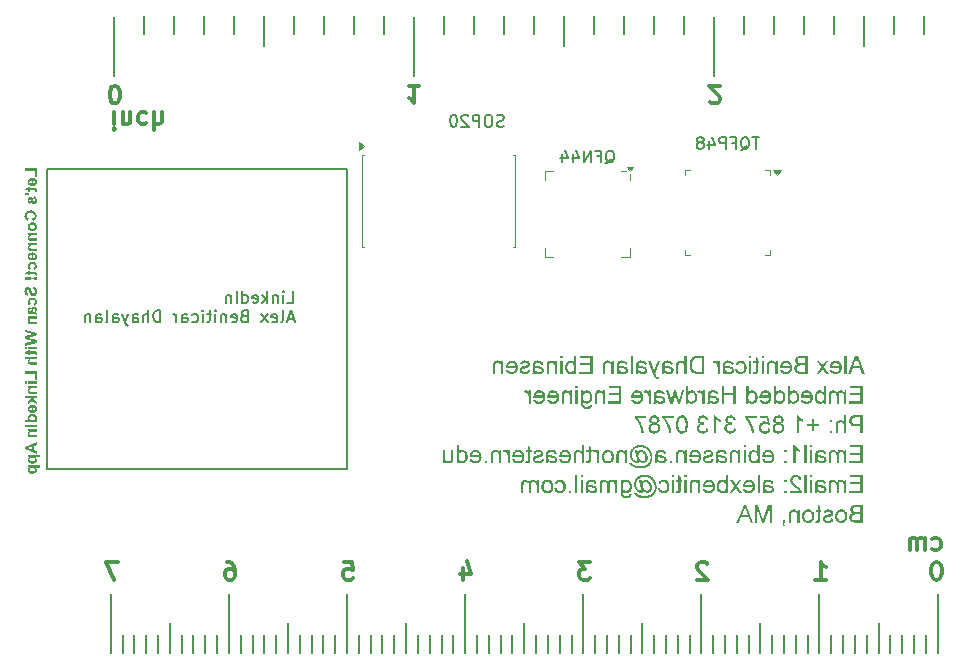
<source format=gbr>
%TF.GenerationSoftware,KiCad,Pcbnew,8.0.0*%
%TF.CreationDate,2024-05-09T17:34:07-04:00*%
%TF.ProjectId,Business card PCB,42757369-6e65-4737-9320-636172642050,rev?*%
%TF.SameCoordinates,Original*%
%TF.FileFunction,Legend,Bot*%
%TF.FilePolarity,Positive*%
%FSLAX46Y46*%
G04 Gerber Fmt 4.6, Leading zero omitted, Abs format (unit mm)*
G04 Created by KiCad (PCBNEW 8.0.0) date 2024-05-09 17:34:07*
%MOMM*%
%LPD*%
G01*
G04 APERTURE LIST*
%ADD10C,0.200000*%
%ADD11C,0.150000*%
%ADD12C,0.300000*%
%ADD13C,0.250000*%
%ADD14C,0.120000*%
G04 APERTURE END LIST*
D10*
X151000000Y-110000000D02*
X151000000Y-108500000D01*
X137088571Y-56119999D02*
X137088571Y-57619999D01*
X185348571Y-56119999D02*
X185348571Y-57619999D01*
X121848571Y-56119999D02*
X121848571Y-57619999D01*
X183008769Y-110000000D02*
X183008769Y-108500000D01*
X119000000Y-110000000D02*
X119000000Y-105000000D01*
X187888571Y-56119999D02*
X187888571Y-57619999D01*
X125000000Y-110000000D02*
X125000000Y-108500000D01*
X144708571Y-56199999D02*
X144708571Y-61199999D01*
X167000000Y-110000000D02*
X167000000Y-108500000D01*
X142168571Y-56119999D02*
X142168571Y-57619999D01*
X168008769Y-110000000D02*
X168008769Y-108500000D01*
X124000000Y-110000000D02*
X124000000Y-107500000D01*
X148008769Y-110000000D02*
X148008769Y-108500000D01*
X141000000Y-110000000D02*
X141000000Y-108500000D01*
X158008769Y-110000000D02*
X158008769Y-108500000D01*
X131000000Y-110000000D02*
X131000000Y-108500000D01*
X139628571Y-56119999D02*
X139628571Y-57619999D01*
X170108571Y-56199999D02*
X170108571Y-61199999D01*
X122000000Y-110000000D02*
X122000000Y-108500000D01*
X147248571Y-56119999D02*
X147248571Y-57619999D01*
X138008769Y-110000000D02*
X138008769Y-108500000D01*
X156000000Y-110000000D02*
X156000000Y-108500000D01*
X182000000Y-110000000D02*
X182000000Y-108500000D01*
X121000000Y-110000000D02*
X121000000Y-108500000D01*
X142000000Y-110000000D02*
X142000000Y-108500000D01*
X132000000Y-110000000D02*
X132000000Y-108500000D01*
X120000000Y-110000000D02*
X120000000Y-108500000D01*
X165000000Y-110000000D02*
X165000000Y-108500000D01*
X135000000Y-110000000D02*
X135000000Y-108500000D01*
X133008769Y-110000000D02*
X133008769Y-108500000D01*
X132008571Y-56119999D02*
X132008571Y-58619999D01*
X157000000Y-110000000D02*
X157000000Y-108500000D01*
X179000000Y-110000000D02*
X179000000Y-105000000D01*
X182808571Y-56119999D02*
X182808571Y-58619999D01*
X149000000Y-110000000D02*
X149000000Y-105000000D01*
X154000000Y-110000000D02*
X154000000Y-107500000D01*
X166000000Y-110000000D02*
X166000000Y-108500000D01*
X177000000Y-110000000D02*
X177000000Y-108500000D01*
X124388571Y-56119999D02*
X124388571Y-57619999D01*
X173008769Y-110000000D02*
X173008769Y-108500000D01*
X129000000Y-110000000D02*
X129000000Y-105000000D01*
X171000000Y-110000000D02*
X171000000Y-108500000D01*
X167568571Y-56119999D02*
X167568571Y-57619999D01*
X149788571Y-56119999D02*
X149788571Y-57619999D01*
X155000000Y-110000000D02*
X155000000Y-108500000D01*
X146000000Y-110000000D02*
X146000000Y-108500000D01*
X181000000Y-110000000D02*
X181000000Y-108500000D01*
X150000000Y-110000000D02*
X150000000Y-108500000D01*
X180268571Y-56119999D02*
X180268571Y-57619999D01*
X153008769Y-110000000D02*
X153008769Y-108500000D01*
X159000000Y-110000000D02*
X159000000Y-105000000D01*
X176000000Y-110000000D02*
X176000000Y-108500000D01*
X152328571Y-56119999D02*
X152328571Y-57619999D01*
X139000000Y-110000000D02*
X139000000Y-105000000D01*
X189000000Y-110000000D02*
X189000000Y-105000000D01*
X170000000Y-110000000D02*
X170000000Y-108500000D01*
X162488571Y-56119999D02*
X162488571Y-57619999D01*
X134000000Y-110000000D02*
X134000000Y-107500000D01*
X143008769Y-110000000D02*
X143008769Y-108500000D01*
X113600000Y-69050000D02*
X139000000Y-69050000D01*
X139000000Y-94450000D01*
X113600000Y-94450000D01*
X113600000Y-69050000D01*
X140000000Y-110000000D02*
X140000000Y-108500000D01*
X127000000Y-110000000D02*
X127000000Y-108500000D01*
X161000000Y-110000000D02*
X161000000Y-108500000D01*
X126928571Y-56119999D02*
X126928571Y-57619999D01*
X172000000Y-110000000D02*
X172000000Y-108500000D01*
X126000000Y-110000000D02*
X126000000Y-108500000D01*
X172648571Y-56119999D02*
X172648571Y-57619999D01*
X175188571Y-56119999D02*
X175188571Y-57619999D01*
X128008769Y-110000000D02*
X128008769Y-108500000D01*
X147000000Y-110000000D02*
X147000000Y-108500000D01*
X130000000Y-110000000D02*
X130000000Y-108500000D01*
X165028571Y-56119999D02*
X165028571Y-57619999D01*
X137000000Y-110000000D02*
X137000000Y-108500000D01*
X180000000Y-110000000D02*
X180000000Y-108500000D01*
X129468571Y-56119999D02*
X129468571Y-57619999D01*
X175000000Y-110000000D02*
X175000000Y-108500000D01*
X178008769Y-110000000D02*
X178008769Y-108500000D01*
X136000000Y-110000000D02*
X136000000Y-108500000D01*
X152000000Y-110000000D02*
X152000000Y-108500000D01*
X185000000Y-110000000D02*
X185000000Y-108500000D01*
X123008769Y-110000000D02*
X123008769Y-108500000D01*
X154868571Y-56119999D02*
X154868571Y-57619999D01*
X184000000Y-110000000D02*
X184000000Y-107500000D01*
X157408571Y-56119999D02*
X157408571Y-58619999D01*
X160000000Y-110000000D02*
X160000000Y-108500000D01*
X188008769Y-110000000D02*
X188008769Y-108500000D01*
X119308571Y-56199999D02*
X119308571Y-61199999D01*
X144000000Y-110000000D02*
X144000000Y-107500000D01*
X163008769Y-110000000D02*
X163008769Y-108500000D01*
X187000000Y-110000000D02*
X187000000Y-108500000D01*
X134548571Y-56119999D02*
X134548571Y-57619999D01*
X145000000Y-110000000D02*
X145000000Y-108500000D01*
X177728571Y-56119999D02*
X177728571Y-57619999D01*
X159948571Y-56119999D02*
X159948571Y-57619999D01*
X186000000Y-110000000D02*
X186000000Y-108500000D01*
X162000000Y-110000000D02*
X162000000Y-108500000D01*
X164000000Y-110000000D02*
X164000000Y-107500000D01*
X169000000Y-110000000D02*
X169000000Y-105000000D01*
X174000000Y-110000000D02*
X174000000Y-107500000D01*
D11*
G36*
X182827930Y-86370000D02*
G01*
X182615806Y-86370000D01*
X182449842Y-85901053D01*
X181818230Y-85901053D01*
X181642009Y-86370000D01*
X181414497Y-86370000D01*
X181680737Y-85713475D01*
X181880146Y-85713475D01*
X182392323Y-85713475D01*
X182226360Y-85301681D01*
X182210464Y-85257267D01*
X182184827Y-85179665D01*
X182163014Y-85105077D01*
X182145027Y-85033503D01*
X182119432Y-85107784D01*
X182093752Y-85179214D01*
X182067488Y-85250468D01*
X182037683Y-85329891D01*
X181880146Y-85713475D01*
X181680737Y-85713475D01*
X182032554Y-84845924D01*
X182247976Y-84845924D01*
X182827930Y-86370000D01*
G37*
G36*
X181290666Y-86370000D02*
G01*
X181290666Y-84845924D01*
X181104919Y-84845924D01*
X181104919Y-86370000D01*
X181290666Y-86370000D01*
G37*
G36*
X180399108Y-85245127D02*
G01*
X180479192Y-85254100D01*
X180553325Y-85273840D01*
X180621507Y-85304349D01*
X180683739Y-85345625D01*
X180740020Y-85397669D01*
X180780972Y-85448557D01*
X180820951Y-85517628D01*
X180850936Y-85595432D01*
X180868288Y-85666939D01*
X180878699Y-85744511D01*
X180882170Y-85828147D01*
X180880933Y-85877381D01*
X180873377Y-85954771D01*
X180855242Y-86039943D01*
X180827215Y-86116716D01*
X180789296Y-86185091D01*
X180741486Y-86245069D01*
X180723513Y-86263037D01*
X180664939Y-86309984D01*
X180599384Y-86346499D01*
X180526848Y-86372581D01*
X180447331Y-86388230D01*
X180360833Y-86393447D01*
X180337242Y-86393111D01*
X180258885Y-86386637D01*
X180187085Y-86371923D01*
X180113057Y-86345018D01*
X180047592Y-86307351D01*
X179997596Y-86266336D01*
X179944186Y-86203762D01*
X179906977Y-86138847D01*
X179879431Y-86065184D01*
X180071406Y-86041737D01*
X180079569Y-86057402D01*
X180124649Y-86119693D01*
X180185711Y-86166667D01*
X180208990Y-86177961D01*
X180281879Y-86199399D01*
X180359734Y-86205868D01*
X180376686Y-86205538D01*
X180456163Y-86193967D01*
X180526838Y-86165867D01*
X180588712Y-86121238D01*
X180615349Y-86092976D01*
X180656708Y-86025556D01*
X180680349Y-85952459D01*
X180690561Y-85877606D01*
X179874302Y-85877606D01*
X179873569Y-85827048D01*
X179875744Y-85759745D01*
X179883575Y-85690027D01*
X180069207Y-85690027D01*
X180680303Y-85690027D01*
X180668978Y-85627643D01*
X180634675Y-85556185D01*
X180583949Y-85502449D01*
X180519241Y-85462401D01*
X180445008Y-85438976D01*
X180369260Y-85432107D01*
X180343208Y-85432880D01*
X180270616Y-85444472D01*
X180199748Y-85473666D01*
X180139183Y-85520034D01*
X180119198Y-85543313D01*
X180084887Y-85613057D01*
X180069207Y-85690027D01*
X179883575Y-85690027D01*
X179884581Y-85681075D01*
X179900216Y-85608470D01*
X179927951Y-85529348D01*
X179965475Y-85458959D01*
X180012787Y-85397302D01*
X180067690Y-85345383D01*
X180138907Y-85298387D01*
X180217837Y-85266012D01*
X180291631Y-85249899D01*
X180371092Y-85244528D01*
X180399108Y-85245127D01*
G37*
G36*
X179776116Y-86370000D02*
G01*
X179376046Y-85799937D01*
X179746074Y-85267976D01*
X179514166Y-85267976D01*
X179346371Y-85525163D01*
X179306089Y-85586767D01*
X179270167Y-85642766D01*
X179223966Y-85583568D01*
X179186636Y-85533224D01*
X179002355Y-85267976D01*
X178780704Y-85267976D01*
X179149633Y-85795174D01*
X178751762Y-86370000D01*
X178979640Y-86370000D01*
X179204221Y-86035509D01*
X179263939Y-85955275D01*
X179551535Y-86370000D01*
X179776116Y-86370000D01*
G37*
G36*
X178004378Y-86370000D02*
G01*
X177428454Y-86370000D01*
X177410586Y-86369899D01*
X177334540Y-86366969D01*
X177258405Y-86358955D01*
X177184822Y-86344354D01*
X177154609Y-86335635D01*
X177083675Y-86307440D01*
X177019591Y-86268150D01*
X176995609Y-86247697D01*
X176945460Y-86188352D01*
X176908949Y-86124535D01*
X176889234Y-86076885D01*
X176870223Y-86001889D01*
X176864033Y-85924501D01*
X177070882Y-85924501D01*
X177075840Y-85980002D01*
X177100924Y-86050896D01*
X177121117Y-86082509D01*
X177177128Y-86134427D01*
X177218444Y-86154925D01*
X177292533Y-86175094D01*
X177354653Y-86181019D01*
X177428454Y-86182421D01*
X177804344Y-86182421D01*
X177804344Y-85666580D01*
X177455198Y-85666580D01*
X177387261Y-85668160D01*
X177307680Y-85675492D01*
X177234281Y-85691859D01*
X177165771Y-85726023D01*
X177114113Y-85778688D01*
X177111454Y-85782579D01*
X177080381Y-85850677D01*
X177070882Y-85924501D01*
X176864033Y-85924501D01*
X176863886Y-85922669D01*
X176864174Y-85906001D01*
X176874242Y-85826824D01*
X176898692Y-85754589D01*
X176937526Y-85689295D01*
X176951890Y-85671256D01*
X177007818Y-85618477D01*
X177076125Y-85577003D01*
X177148185Y-85549344D01*
X177098428Y-85521111D01*
X177036415Y-85471119D01*
X176989549Y-85411957D01*
X176971620Y-85379684D01*
X176945500Y-85307020D01*
X176940133Y-85259916D01*
X177133897Y-85259916D01*
X177140246Y-85318431D01*
X177172365Y-85388510D01*
X177216721Y-85430155D01*
X177287037Y-85461782D01*
X177325510Y-85470106D01*
X177401955Y-85477320D01*
X177477547Y-85479002D01*
X177804344Y-85479002D01*
X177804344Y-85033503D01*
X177502459Y-85033503D01*
X177427126Y-85034808D01*
X177349831Y-85040110D01*
X177273115Y-85054385D01*
X177223781Y-85076860D01*
X177170167Y-85130589D01*
X177144133Y-85186741D01*
X177133897Y-85259916D01*
X176940133Y-85259916D01*
X176936793Y-85230607D01*
X176941488Y-85172982D01*
X176962353Y-85098312D01*
X176996144Y-85032037D01*
X177037482Y-84977562D01*
X177093284Y-84928797D01*
X177159909Y-84891720D01*
X177208886Y-84873876D01*
X177281542Y-84857373D01*
X177355273Y-84848786D01*
X177437613Y-84845924D01*
X178004378Y-84845924D01*
X178004378Y-86370000D01*
G37*
G36*
X176199108Y-85245127D02*
G01*
X176279192Y-85254100D01*
X176353325Y-85273840D01*
X176421507Y-85304349D01*
X176483739Y-85345625D01*
X176540020Y-85397669D01*
X176580972Y-85448557D01*
X176620951Y-85517628D01*
X176650936Y-85595432D01*
X176668288Y-85666939D01*
X176678699Y-85744511D01*
X176682170Y-85828147D01*
X176680933Y-85877381D01*
X176673377Y-85954771D01*
X176655242Y-86039943D01*
X176627215Y-86116716D01*
X176589296Y-86185091D01*
X176541486Y-86245069D01*
X176523513Y-86263037D01*
X176464939Y-86309984D01*
X176399384Y-86346499D01*
X176326848Y-86372581D01*
X176247331Y-86388230D01*
X176160833Y-86393447D01*
X176137242Y-86393111D01*
X176058885Y-86386637D01*
X175987085Y-86371923D01*
X175913057Y-86345018D01*
X175847592Y-86307351D01*
X175797596Y-86266336D01*
X175744186Y-86203762D01*
X175706977Y-86138847D01*
X175679431Y-86065184D01*
X175871406Y-86041737D01*
X175879569Y-86057402D01*
X175924649Y-86119693D01*
X175985711Y-86166667D01*
X176008990Y-86177961D01*
X176081879Y-86199399D01*
X176159734Y-86205868D01*
X176176686Y-86205538D01*
X176256163Y-86193967D01*
X176326838Y-86165867D01*
X176388712Y-86121238D01*
X176415349Y-86092976D01*
X176456708Y-86025556D01*
X176480349Y-85952459D01*
X176490561Y-85877606D01*
X175674302Y-85877606D01*
X175673569Y-85827048D01*
X175675744Y-85759745D01*
X175683575Y-85690027D01*
X175869207Y-85690027D01*
X176480303Y-85690027D01*
X176468978Y-85627643D01*
X176434675Y-85556185D01*
X176383949Y-85502449D01*
X176319241Y-85462401D01*
X176245008Y-85438976D01*
X176169260Y-85432107D01*
X176143208Y-85432880D01*
X176070616Y-85444472D01*
X175999748Y-85473666D01*
X175939183Y-85520034D01*
X175919198Y-85543313D01*
X175884887Y-85613057D01*
X175869207Y-85690027D01*
X175683575Y-85690027D01*
X175684581Y-85681075D01*
X175700216Y-85608470D01*
X175727951Y-85529348D01*
X175765475Y-85458959D01*
X175812787Y-85397302D01*
X175867690Y-85345383D01*
X175938907Y-85298387D01*
X176017837Y-85266012D01*
X176091631Y-85249899D01*
X176171092Y-85244528D01*
X176199108Y-85245127D01*
G37*
G36*
X175452285Y-86370000D02*
G01*
X175452285Y-85267976D01*
X175285589Y-85267976D01*
X175285589Y-85423681D01*
X175236615Y-85362797D01*
X175180093Y-85314510D01*
X175116024Y-85278819D01*
X175044407Y-85255725D01*
X174965242Y-85245228D01*
X174937177Y-85244528D01*
X174859466Y-85250454D01*
X174787076Y-85268231D01*
X174755460Y-85280432D01*
X174690755Y-85315875D01*
X174636556Y-85367029D01*
X174631263Y-85374221D01*
X174594307Y-85441929D01*
X174573377Y-85511974D01*
X174565373Y-85588884D01*
X174563209Y-85669693D01*
X174563119Y-85693325D01*
X174563119Y-86370000D01*
X174748499Y-86370000D01*
X174748499Y-85718604D01*
X174751539Y-85643230D01*
X174765049Y-85567255D01*
X174770115Y-85552641D01*
X174813001Y-85490137D01*
X174847051Y-85465080D01*
X174919155Y-85437549D01*
X174976378Y-85432107D01*
X175053924Y-85440808D01*
X175123851Y-85466913D01*
X175180809Y-85505746D01*
X175226211Y-85564686D01*
X175252695Y-85639819D01*
X175263878Y-85712721D01*
X175266905Y-85785282D01*
X175266905Y-86370000D01*
X175452285Y-86370000D01*
G37*
G36*
X174283217Y-85033503D02*
G01*
X174283217Y-84845924D01*
X174097836Y-84845924D01*
X174097836Y-85033503D01*
X174283217Y-85033503D01*
G37*
G36*
X174283217Y-86370000D02*
G01*
X174283217Y-85267976D01*
X174097836Y-85267976D01*
X174097836Y-86370000D01*
X174283217Y-86370000D01*
G37*
G36*
X173413468Y-86211730D02*
G01*
X173386723Y-86375495D01*
X173460912Y-86388959D01*
X173526674Y-86393447D01*
X173601334Y-86388307D01*
X173672638Y-86367871D01*
X173683478Y-86362306D01*
X173742045Y-86313071D01*
X173761514Y-86280607D01*
X173777818Y-86208656D01*
X173783141Y-86133408D01*
X173784228Y-86067749D01*
X173784228Y-85455554D01*
X173920516Y-85455554D01*
X173920516Y-85267976D01*
X173784228Y-85267976D01*
X173784228Y-84996866D01*
X173599947Y-84885858D01*
X173599947Y-85267976D01*
X173413468Y-85267976D01*
X173413468Y-85455554D01*
X173599947Y-85455554D01*
X173599947Y-86062254D01*
X173595845Y-86137793D01*
X173590422Y-86158974D01*
X173558548Y-86193412D01*
X173494801Y-86205868D01*
X173419710Y-86211020D01*
X173413468Y-86211730D01*
G37*
G36*
X173233949Y-85033503D02*
G01*
X173233949Y-84845924D01*
X173048569Y-84845924D01*
X173048569Y-85033503D01*
X173233949Y-85033503D01*
G37*
G36*
X173233949Y-86370000D02*
G01*
X173233949Y-85267976D01*
X173048569Y-85267976D01*
X173048569Y-86370000D01*
X173233949Y-86370000D01*
G37*
G36*
X172054989Y-85971395D02*
G01*
X171872540Y-85994842D01*
X171890136Y-86072856D01*
X171916638Y-86143085D01*
X171957831Y-86213817D01*
X172010656Y-86274381D01*
X172025680Y-86287934D01*
X172090732Y-86334096D01*
X172162792Y-86367069D01*
X172241858Y-86386852D01*
X172316788Y-86393344D01*
X172327930Y-86393447D01*
X172409182Y-86388269D01*
X172484225Y-86372736D01*
X172553060Y-86346847D01*
X172625521Y-86303555D01*
X172680905Y-86255229D01*
X172689532Y-86246168D01*
X172735848Y-86186306D01*
X172772582Y-86117454D01*
X172799733Y-86039612D01*
X172815039Y-85967876D01*
X172823690Y-85889896D01*
X172825819Y-85823018D01*
X172823014Y-85747258D01*
X172812939Y-85665914D01*
X172795537Y-85590157D01*
X172770808Y-85519986D01*
X172767201Y-85511608D01*
X172729212Y-85441692D01*
X172681601Y-85382383D01*
X172624368Y-85333681D01*
X172588415Y-85311207D01*
X172519169Y-85278975D01*
X172446620Y-85257291D01*
X172370766Y-85246156D01*
X172327198Y-85244528D01*
X172252260Y-85248911D01*
X172174258Y-85264653D01*
X172104409Y-85291845D01*
X172035572Y-85336120D01*
X171978149Y-85393725D01*
X171937958Y-85455149D01*
X171907979Y-85526189D01*
X171890125Y-85596238D01*
X172070376Y-85619685D01*
X172097804Y-85551458D01*
X172145830Y-85491819D01*
X172161601Y-85479368D01*
X172229039Y-85445445D01*
X172302729Y-85432522D01*
X172319870Y-85432107D01*
X172394626Y-85439439D01*
X172467899Y-85464784D01*
X172530868Y-85508232D01*
X172547749Y-85524797D01*
X172590076Y-85585455D01*
X172618550Y-85663154D01*
X172631120Y-85735367D01*
X172635310Y-85817889D01*
X172631278Y-85901677D01*
X172619181Y-85974807D01*
X172595482Y-86045332D01*
X172556230Y-86108032D01*
X172551046Y-86113911D01*
X172493108Y-86162404D01*
X172425080Y-86192937D01*
X172346963Y-86205509D01*
X172330129Y-86205868D01*
X172253295Y-86197780D01*
X172181454Y-86170761D01*
X172147679Y-86148349D01*
X172097033Y-86091396D01*
X172066061Y-86020685D01*
X172054989Y-85971395D01*
G37*
G36*
X171274914Y-85244676D02*
G01*
X171350403Y-85248987D01*
X171428027Y-85260780D01*
X171505809Y-85282264D01*
X171550210Y-85300298D01*
X171615151Y-85338312D01*
X171669574Y-85389609D01*
X171698966Y-85432241D01*
X171730221Y-85499904D01*
X171750907Y-85572791D01*
X171569556Y-85596238D01*
X171565675Y-85584962D01*
X171531454Y-85518294D01*
X171477233Y-85468377D01*
X171431616Y-85449250D01*
X171359213Y-85435649D01*
X171284159Y-85432107D01*
X171218328Y-85435496D01*
X171141942Y-85451222D01*
X171072766Y-85486329D01*
X171030404Y-85549982D01*
X171020376Y-85624815D01*
X171021109Y-85666580D01*
X171034852Y-85671211D01*
X171108136Y-85691059D01*
X171188994Y-85707340D01*
X171271878Y-85720533D01*
X171351936Y-85731060D01*
X171365503Y-85732759D01*
X171443083Y-85744010D01*
X171516800Y-85759270D01*
X171583223Y-85783195D01*
X171650523Y-85820819D01*
X171703920Y-85868080D01*
X171746144Y-85928531D01*
X171748398Y-85932735D01*
X171774730Y-86003798D01*
X171782780Y-86076908D01*
X171782403Y-86094026D01*
X171769179Y-86173817D01*
X171737065Y-86243949D01*
X171686060Y-86304420D01*
X171632319Y-86343369D01*
X171559434Y-86373885D01*
X171483603Y-86389187D01*
X171408722Y-86393447D01*
X171354844Y-86391134D01*
X171277375Y-86378993D01*
X171203925Y-86356444D01*
X171191988Y-86351611D01*
X171125261Y-86317612D01*
X171063022Y-86275809D01*
X171005722Y-86229316D01*
X170993577Y-86300370D01*
X170968719Y-86370000D01*
X170774912Y-86370000D01*
X170779218Y-86360540D01*
X170805767Y-86287950D01*
X170822173Y-86212463D01*
X170823593Y-86201528D01*
X170829317Y-86127919D01*
X170832248Y-86046311D01*
X170833485Y-85971852D01*
X170833897Y-85886032D01*
X170833897Y-85854159D01*
X171021109Y-85854159D01*
X171021109Y-85907281D01*
X171026859Y-85982295D01*
X171051151Y-86052362D01*
X171058891Y-86064150D01*
X171109278Y-86118166D01*
X171173883Y-86161172D01*
X171211550Y-86178588D01*
X171287456Y-86199583D01*
X171364392Y-86205868D01*
X171384203Y-86205511D01*
X171459556Y-86195702D01*
X171528890Y-86165202D01*
X171560803Y-86134863D01*
X171584944Y-86063719D01*
X171584919Y-86061253D01*
X171559298Y-85991545D01*
X171550651Y-85981740D01*
X171486025Y-85942086D01*
X171473077Y-85937924D01*
X171400445Y-85922308D01*
X171324092Y-85911678D01*
X171240597Y-85900786D01*
X171166743Y-85888947D01*
X171094146Y-85874259D01*
X171021109Y-85854159D01*
X170833897Y-85854159D01*
X170833897Y-85653025D01*
X170833933Y-85638731D01*
X170835650Y-85564267D01*
X170843056Y-85488893D01*
X170862250Y-85426693D01*
X170900942Y-85361765D01*
X170903552Y-85358622D01*
X170961825Y-85310335D01*
X171029535Y-85277868D01*
X171035060Y-85275816D01*
X171109386Y-85256282D01*
X171182659Y-85247166D01*
X171257414Y-85244528D01*
X171274914Y-85244676D01*
G37*
G36*
X170553995Y-86370000D02*
G01*
X170553995Y-85267976D01*
X170386933Y-85267976D01*
X170386933Y-85431008D01*
X170348021Y-85367381D01*
X170300217Y-85307344D01*
X170268963Y-85280799D01*
X170200829Y-85250514D01*
X170149895Y-85244528D01*
X170073207Y-85254082D01*
X170001560Y-85279859D01*
X169959385Y-85302414D01*
X170023133Y-85473872D01*
X170091185Y-85442548D01*
X170159054Y-85432107D01*
X170233669Y-85448043D01*
X170268597Y-85469110D01*
X170318171Y-85526526D01*
X170337473Y-85571692D01*
X170356450Y-85649384D01*
X170366151Y-85725309D01*
X170368614Y-85790778D01*
X170368614Y-86370000D01*
X170553995Y-86370000D01*
G37*
G36*
X169246074Y-86370000D02*
G01*
X168700924Y-86370000D01*
X168683920Y-86369898D01*
X168610446Y-86366926D01*
X168534654Y-86358797D01*
X168458391Y-86343988D01*
X168413576Y-86331450D01*
X168343767Y-86304574D01*
X168278140Y-86267784D01*
X168246003Y-86243876D01*
X168189296Y-86189989D01*
X168140387Y-86129298D01*
X168132600Y-86118127D01*
X168092997Y-86050239D01*
X168061727Y-85979055D01*
X168037438Y-85907281D01*
X168017957Y-85828726D01*
X168005993Y-85753645D01*
X167999067Y-85673617D01*
X167997138Y-85599535D01*
X167997192Y-85596605D01*
X168203035Y-85596605D01*
X168204439Y-85658699D01*
X168210679Y-85735922D01*
X168223665Y-85815188D01*
X168242969Y-85886399D01*
X168267718Y-85949755D01*
X168304736Y-86016801D01*
X168353611Y-86076908D01*
X168360065Y-86083095D01*
X168421385Y-86126303D01*
X168489166Y-86154944D01*
X168494541Y-86156634D01*
X168568867Y-86172734D01*
X168644659Y-86180247D01*
X168723639Y-86182421D01*
X169046039Y-86182421D01*
X169046039Y-85033503D01*
X168728768Y-85033503D01*
X168696177Y-85033773D01*
X168617706Y-85037139D01*
X168544097Y-85045524D01*
X168470115Y-85064277D01*
X168449528Y-85073117D01*
X168385185Y-85113188D01*
X168327426Y-85169574D01*
X168281071Y-85234270D01*
X168254551Y-85285520D01*
X168230546Y-85355046D01*
X168214009Y-85435055D01*
X168205779Y-85511979D01*
X168203035Y-85596605D01*
X167997192Y-85596605D01*
X167998066Y-85549321D01*
X168004152Y-85464861D01*
X168015917Y-85384749D01*
X168033363Y-85308984D01*
X168056489Y-85237568D01*
X168089783Y-85161799D01*
X168130678Y-85093128D01*
X168179176Y-85031556D01*
X168235275Y-84977083D01*
X168246873Y-84967382D01*
X168309327Y-84924635D01*
X168379222Y-84891476D01*
X168456559Y-84867906D01*
X168487670Y-84861573D01*
X168562073Y-84852128D01*
X168642924Y-84847298D01*
X168725837Y-84845924D01*
X169246074Y-84845924D01*
X169246074Y-86370000D01*
G37*
G36*
X167754239Y-86370000D02*
G01*
X167754239Y-84845924D01*
X167568859Y-84845924D01*
X167568859Y-85421116D01*
X167517815Y-85361104D01*
X167461955Y-85313508D01*
X167390696Y-85273672D01*
X167312880Y-85250737D01*
X167240963Y-85244528D01*
X167161149Y-85250243D01*
X167088956Y-85267386D01*
X167029937Y-85292889D01*
X166965472Y-85337990D01*
X166917938Y-85395306D01*
X166901709Y-85425879D01*
X166878044Y-85500394D01*
X166866667Y-85578940D01*
X166863026Y-85652545D01*
X166862875Y-85672442D01*
X166862875Y-86370000D01*
X167048621Y-86370000D01*
X167048621Y-85691859D01*
X167054525Y-85614136D01*
X167077193Y-85539947D01*
X167109071Y-85494023D01*
X167171252Y-85451697D01*
X167246195Y-85433619D01*
X167279431Y-85432107D01*
X167354537Y-85441284D01*
X167425297Y-85468815D01*
X167434403Y-85473872D01*
X167493313Y-85519548D01*
X167536097Y-85582643D01*
X167538084Y-85587079D01*
X167559121Y-85660038D01*
X167567777Y-85739208D01*
X167568859Y-85784549D01*
X167568859Y-86370000D01*
X167754239Y-86370000D01*
G37*
G36*
X166141417Y-85244676D02*
G01*
X166216907Y-85248987D01*
X166294531Y-85260780D01*
X166372313Y-85282264D01*
X166416714Y-85300298D01*
X166481655Y-85338312D01*
X166536078Y-85389609D01*
X166565470Y-85432241D01*
X166596725Y-85499904D01*
X166617411Y-85572791D01*
X166436060Y-85596238D01*
X166432179Y-85584962D01*
X166397958Y-85518294D01*
X166343736Y-85468377D01*
X166298120Y-85449250D01*
X166225717Y-85435649D01*
X166150662Y-85432107D01*
X166084831Y-85435496D01*
X166008446Y-85451222D01*
X165939270Y-85486329D01*
X165896908Y-85549982D01*
X165886880Y-85624815D01*
X165887613Y-85666580D01*
X165901356Y-85671211D01*
X165974640Y-85691059D01*
X166055498Y-85707340D01*
X166138382Y-85720533D01*
X166218440Y-85731060D01*
X166232007Y-85732759D01*
X166309587Y-85744010D01*
X166383304Y-85759270D01*
X166449727Y-85783195D01*
X166517027Y-85820819D01*
X166570424Y-85868080D01*
X166612648Y-85928531D01*
X166614902Y-85932735D01*
X166641234Y-86003798D01*
X166649284Y-86076908D01*
X166648906Y-86094026D01*
X166635683Y-86173817D01*
X166603569Y-86243949D01*
X166552564Y-86304420D01*
X166498823Y-86343369D01*
X166425938Y-86373885D01*
X166350107Y-86389187D01*
X166275226Y-86393447D01*
X166221348Y-86391134D01*
X166143879Y-86378993D01*
X166070429Y-86356444D01*
X166058492Y-86351611D01*
X165991764Y-86317612D01*
X165929525Y-86275809D01*
X165872226Y-86229316D01*
X165860081Y-86300370D01*
X165835223Y-86370000D01*
X165641416Y-86370000D01*
X165645722Y-86360540D01*
X165672271Y-86287950D01*
X165688677Y-86212463D01*
X165690097Y-86201528D01*
X165695821Y-86127919D01*
X165698752Y-86046311D01*
X165699989Y-85971852D01*
X165700401Y-85886032D01*
X165700401Y-85854159D01*
X165887613Y-85854159D01*
X165887613Y-85907281D01*
X165893363Y-85982295D01*
X165917655Y-86052362D01*
X165925395Y-86064150D01*
X165975782Y-86118166D01*
X166040387Y-86161172D01*
X166078054Y-86178588D01*
X166153960Y-86199583D01*
X166230896Y-86205868D01*
X166250707Y-86205511D01*
X166326059Y-86195702D01*
X166395394Y-86165202D01*
X166427307Y-86134863D01*
X166451448Y-86063719D01*
X166451422Y-86061253D01*
X166425802Y-85991545D01*
X166417155Y-85981740D01*
X166352529Y-85942086D01*
X166339580Y-85937924D01*
X166266949Y-85922308D01*
X166190596Y-85911678D01*
X166107101Y-85900786D01*
X166033247Y-85888947D01*
X165960650Y-85874259D01*
X165887613Y-85854159D01*
X165700401Y-85854159D01*
X165700401Y-85653025D01*
X165700437Y-85638731D01*
X165702154Y-85564267D01*
X165709560Y-85488893D01*
X165728754Y-85426693D01*
X165767445Y-85361765D01*
X165770055Y-85358622D01*
X165828329Y-85310335D01*
X165896039Y-85277868D01*
X165901563Y-85275816D01*
X165975890Y-85256282D01*
X166049162Y-85247166D01*
X166123918Y-85244528D01*
X166141417Y-85244676D01*
G37*
G36*
X165426727Y-86792051D02*
G01*
X165447243Y-86611434D01*
X165374048Y-86625972D01*
X165340997Y-86627920D01*
X165267969Y-86618050D01*
X165242445Y-86607037D01*
X165186148Y-86556311D01*
X165181629Y-86549518D01*
X165151204Y-86482513D01*
X165124842Y-86411399D01*
X165108356Y-86365969D01*
X165523447Y-85267976D01*
X165323778Y-85267976D01*
X165095900Y-85889330D01*
X165069088Y-85964470D01*
X165044065Y-86041972D01*
X165023074Y-86113742D01*
X165016399Y-86138091D01*
X164993014Y-86064897D01*
X164969200Y-85994601D01*
X164942953Y-85920727D01*
X164940195Y-85913143D01*
X164706454Y-85267976D01*
X164521074Y-85267976D01*
X164937264Y-86391249D01*
X164965158Y-86464584D01*
X164993517Y-86535258D01*
X165023685Y-86603894D01*
X165041311Y-86638911D01*
X165083916Y-86704989D01*
X165135207Y-86758164D01*
X165154884Y-86772634D01*
X165224860Y-86804782D01*
X165301775Y-86815457D01*
X165307292Y-86815498D01*
X165382861Y-86805401D01*
X165426727Y-86792051D01*
G37*
G36*
X163924181Y-85244676D02*
G01*
X163999671Y-85248987D01*
X164077294Y-85260780D01*
X164155076Y-85282264D01*
X164199478Y-85300298D01*
X164264418Y-85338312D01*
X164318841Y-85389609D01*
X164348233Y-85432241D01*
X164379489Y-85499904D01*
X164400174Y-85572791D01*
X164218824Y-85596238D01*
X164214942Y-85584962D01*
X164180722Y-85518294D01*
X164126500Y-85468377D01*
X164080883Y-85449250D01*
X164008480Y-85435649D01*
X163933426Y-85432107D01*
X163867595Y-85435496D01*
X163791210Y-85451222D01*
X163722034Y-85486329D01*
X163679671Y-85549982D01*
X163669644Y-85624815D01*
X163670376Y-85666580D01*
X163684119Y-85671211D01*
X163757403Y-85691059D01*
X163838261Y-85707340D01*
X163921146Y-85720533D01*
X164001203Y-85731060D01*
X164014770Y-85732759D01*
X164092351Y-85744010D01*
X164166067Y-85759270D01*
X164232490Y-85783195D01*
X164299790Y-85820819D01*
X164353188Y-85868080D01*
X164395411Y-85928531D01*
X164397665Y-85932735D01*
X164423998Y-86003798D01*
X164432048Y-86076908D01*
X164431670Y-86094026D01*
X164418446Y-86173817D01*
X164386332Y-86243949D01*
X164335327Y-86304420D01*
X164281586Y-86343369D01*
X164208702Y-86373885D01*
X164132870Y-86389187D01*
X164057990Y-86393447D01*
X164004111Y-86391134D01*
X163926642Y-86378993D01*
X163853192Y-86356444D01*
X163841255Y-86351611D01*
X163774528Y-86317612D01*
X163712289Y-86275809D01*
X163654989Y-86229316D01*
X163642844Y-86300370D01*
X163617986Y-86370000D01*
X163424180Y-86370000D01*
X163428486Y-86360540D01*
X163455035Y-86287950D01*
X163471441Y-86212463D01*
X163472860Y-86201528D01*
X163478585Y-86127919D01*
X163481516Y-86046311D01*
X163482752Y-85971852D01*
X163483164Y-85886032D01*
X163483164Y-85854159D01*
X163670376Y-85854159D01*
X163670376Y-85907281D01*
X163676127Y-85982295D01*
X163700418Y-86052362D01*
X163708158Y-86064150D01*
X163758546Y-86118166D01*
X163823150Y-86161172D01*
X163860817Y-86178588D01*
X163936723Y-86199583D01*
X164013660Y-86205868D01*
X164033470Y-86205511D01*
X164108823Y-86195702D01*
X164178157Y-86165202D01*
X164210071Y-86134863D01*
X164234211Y-86063719D01*
X164234186Y-86061253D01*
X164208565Y-85991545D01*
X164199918Y-85981740D01*
X164135293Y-85942086D01*
X164122344Y-85937924D01*
X164049712Y-85922308D01*
X163973360Y-85911678D01*
X163889864Y-85900786D01*
X163816010Y-85888947D01*
X163743413Y-85874259D01*
X163670376Y-85854159D01*
X163483164Y-85854159D01*
X163483164Y-85653025D01*
X163483200Y-85638731D01*
X163484917Y-85564267D01*
X163492323Y-85488893D01*
X163511517Y-85426693D01*
X163550209Y-85361765D01*
X163552819Y-85358622D01*
X163611093Y-85310335D01*
X163678803Y-85277868D01*
X163684327Y-85275816D01*
X163758653Y-85256282D01*
X163831926Y-85247166D01*
X163906681Y-85244528D01*
X163924181Y-85244676D01*
G37*
G36*
X163205460Y-86370000D02*
G01*
X163205460Y-84845924D01*
X163019713Y-84845924D01*
X163019713Y-86370000D01*
X163205460Y-86370000D01*
G37*
G36*
X162290196Y-85244676D02*
G01*
X162365686Y-85248987D01*
X162443309Y-85260780D01*
X162521092Y-85282264D01*
X162565493Y-85300298D01*
X162630434Y-85338312D01*
X162684856Y-85389609D01*
X162714249Y-85432241D01*
X162745504Y-85499904D01*
X162766189Y-85572791D01*
X162584839Y-85596238D01*
X162580958Y-85584962D01*
X162546737Y-85518294D01*
X162492515Y-85468377D01*
X162446899Y-85449250D01*
X162374496Y-85435649D01*
X162299441Y-85432107D01*
X162233610Y-85435496D01*
X162157225Y-85451222D01*
X162088049Y-85486329D01*
X162045687Y-85549982D01*
X162035659Y-85624815D01*
X162036392Y-85666580D01*
X162050135Y-85671211D01*
X162123419Y-85691059D01*
X162204276Y-85707340D01*
X162287161Y-85720533D01*
X162367219Y-85731060D01*
X162380786Y-85732759D01*
X162458366Y-85744010D01*
X162532083Y-85759270D01*
X162598506Y-85783195D01*
X162665806Y-85820819D01*
X162719203Y-85868080D01*
X162761427Y-85928531D01*
X162763681Y-85932735D01*
X162790013Y-86003798D01*
X162798063Y-86076908D01*
X162797685Y-86094026D01*
X162784462Y-86173817D01*
X162752348Y-86243949D01*
X162701343Y-86304420D01*
X162647602Y-86343369D01*
X162574717Y-86373885D01*
X162498885Y-86389187D01*
X162424005Y-86393447D01*
X162370127Y-86391134D01*
X162292658Y-86378993D01*
X162219207Y-86356444D01*
X162207271Y-86351611D01*
X162140543Y-86317612D01*
X162078304Y-86275809D01*
X162021004Y-86229316D01*
X162008860Y-86300370D01*
X161984002Y-86370000D01*
X161790195Y-86370000D01*
X161794501Y-86360540D01*
X161821050Y-86287950D01*
X161837456Y-86212463D01*
X161838876Y-86201528D01*
X161844600Y-86127919D01*
X161847531Y-86046311D01*
X161848767Y-85971852D01*
X161849180Y-85886032D01*
X161849180Y-85854159D01*
X162036392Y-85854159D01*
X162036392Y-85907281D01*
X162042142Y-85982295D01*
X162066434Y-86052362D01*
X162074173Y-86064150D01*
X162124561Y-86118166D01*
X162189166Y-86161172D01*
X162226832Y-86178588D01*
X162302739Y-86199583D01*
X162379675Y-86205868D01*
X162399486Y-86205511D01*
X162474838Y-86195702D01*
X162544173Y-86165202D01*
X162576086Y-86134863D01*
X162600226Y-86063719D01*
X162600201Y-86061253D01*
X162574581Y-85991545D01*
X162565933Y-85981740D01*
X162501308Y-85942086D01*
X162488359Y-85937924D01*
X162415728Y-85922308D01*
X162339375Y-85911678D01*
X162255879Y-85900786D01*
X162182026Y-85888947D01*
X162109428Y-85874259D01*
X162036392Y-85854159D01*
X161849180Y-85854159D01*
X161849180Y-85653025D01*
X161849215Y-85638731D01*
X161850933Y-85564267D01*
X161858339Y-85488893D01*
X161877533Y-85426693D01*
X161916224Y-85361765D01*
X161918834Y-85358622D01*
X161977108Y-85310335D01*
X162044818Y-85277868D01*
X162050342Y-85275816D01*
X162124668Y-85256282D01*
X162197941Y-85247166D01*
X162272697Y-85244528D01*
X162290196Y-85244676D01*
G37*
G36*
X161567079Y-86370000D02*
G01*
X161567079Y-85267976D01*
X161400383Y-85267976D01*
X161400383Y-85423681D01*
X161351409Y-85362797D01*
X161294888Y-85314510D01*
X161230818Y-85278819D01*
X161159201Y-85255725D01*
X161080036Y-85245228D01*
X161051971Y-85244528D01*
X160974260Y-85250454D01*
X160901870Y-85268231D01*
X160870254Y-85280432D01*
X160805549Y-85315875D01*
X160751350Y-85367029D01*
X160746057Y-85374221D01*
X160709101Y-85441929D01*
X160688171Y-85511974D01*
X160680167Y-85588884D01*
X160678003Y-85669693D01*
X160677913Y-85693325D01*
X160677913Y-86370000D01*
X160863293Y-86370000D01*
X160863293Y-85718604D01*
X160866333Y-85643230D01*
X160879843Y-85567255D01*
X160884909Y-85552641D01*
X160927795Y-85490137D01*
X160961845Y-85465080D01*
X161033949Y-85437549D01*
X161091172Y-85432107D01*
X161168718Y-85440808D01*
X161238645Y-85466913D01*
X161295603Y-85505746D01*
X161341005Y-85564686D01*
X161367490Y-85639819D01*
X161378672Y-85712721D01*
X161381699Y-85785282D01*
X161381699Y-86370000D01*
X161567079Y-86370000D01*
G37*
G36*
X159788014Y-86370000D02*
G01*
X159788014Y-84845924D01*
X158695882Y-84845924D01*
X158695882Y-85033503D01*
X159588346Y-85033503D01*
X159588346Y-85479002D01*
X158752669Y-85479002D01*
X158752669Y-85666580D01*
X159588346Y-85666580D01*
X159588346Y-86182421D01*
X158660711Y-86182421D01*
X158660711Y-86370000D01*
X159788014Y-86370000D01*
G37*
G36*
X158417445Y-86370000D02*
G01*
X158245254Y-86370000D01*
X158245254Y-86194511D01*
X158208763Y-86251822D01*
X158159613Y-86307772D01*
X158094880Y-86355369D01*
X158022189Y-86383927D01*
X157941538Y-86393447D01*
X157881999Y-86389681D01*
X157803241Y-86371757D01*
X157729849Y-86339071D01*
X157661821Y-86291625D01*
X157607780Y-86239207D01*
X157567674Y-86187877D01*
X157528518Y-86118016D01*
X157499152Y-86039139D01*
X157482158Y-85966521D01*
X157471961Y-85887642D01*
X157469176Y-85817889D01*
X157657972Y-85817889D01*
X157661089Y-85886930D01*
X157674942Y-85968526D01*
X157703774Y-86046034D01*
X157746632Y-86108415D01*
X157752206Y-86114411D01*
X157811482Y-86163899D01*
X157884125Y-86196351D01*
X157956926Y-86205868D01*
X158010803Y-86201219D01*
X158083455Y-86176808D01*
X158146313Y-86131473D01*
X158193963Y-86073611D01*
X158214805Y-86033510D01*
X158235699Y-85959435D01*
X158244893Y-85885956D01*
X158247452Y-85811294D01*
X158244335Y-85745241D01*
X158230482Y-85666667D01*
X158201650Y-85591245D01*
X158158792Y-85529560D01*
X158153219Y-85523564D01*
X158093942Y-85474076D01*
X158021300Y-85441624D01*
X157948499Y-85432107D01*
X157869831Y-85443233D01*
X157799562Y-85476610D01*
X157742969Y-85526263D01*
X157705783Y-85579798D01*
X157676648Y-85655461D01*
X157662040Y-85736439D01*
X157657972Y-85817889D01*
X157469176Y-85817889D01*
X157468562Y-85802501D01*
X157471782Y-85729515D01*
X157482762Y-85652535D01*
X157501535Y-85579019D01*
X157517170Y-85534650D01*
X157549602Y-85465442D01*
X157592759Y-85400233D01*
X157615724Y-85373653D01*
X157673170Y-85324105D01*
X157741137Y-85285561D01*
X157786887Y-85267609D01*
X157858087Y-85250299D01*
X157932379Y-85244528D01*
X157987706Y-85248956D01*
X158059874Y-85270031D01*
X158125871Y-85308462D01*
X158185697Y-85364248D01*
X158232065Y-85425879D01*
X158232065Y-84845924D01*
X158417445Y-84845924D01*
X158417445Y-86370000D01*
G37*
G36*
X157247278Y-85033503D02*
G01*
X157247278Y-84845924D01*
X157061898Y-84845924D01*
X157061898Y-85033503D01*
X157247278Y-85033503D01*
G37*
G36*
X157247278Y-86370000D02*
G01*
X157247278Y-85267976D01*
X157061898Y-85267976D01*
X157061898Y-86370000D01*
X157247278Y-86370000D01*
G37*
G36*
X156782362Y-86370000D02*
G01*
X156782362Y-85267976D01*
X156615666Y-85267976D01*
X156615666Y-85423681D01*
X156566692Y-85362797D01*
X156510170Y-85314510D01*
X156446101Y-85278819D01*
X156374484Y-85255725D01*
X156295319Y-85245228D01*
X156267254Y-85244528D01*
X156189543Y-85250454D01*
X156117153Y-85268231D01*
X156085537Y-85280432D01*
X156020832Y-85315875D01*
X155966633Y-85367029D01*
X155961339Y-85374221D01*
X155924384Y-85441929D01*
X155903454Y-85511974D01*
X155895450Y-85588884D01*
X155893286Y-85669693D01*
X155893196Y-85693325D01*
X155893196Y-86370000D01*
X156078576Y-86370000D01*
X156078576Y-85718604D01*
X156081616Y-85643230D01*
X156095125Y-85567255D01*
X156100191Y-85552641D01*
X156143077Y-85490137D01*
X156177128Y-85465080D01*
X156249232Y-85437549D01*
X156306454Y-85432107D01*
X156384001Y-85440808D01*
X156453928Y-85466913D01*
X156510886Y-85505746D01*
X156556288Y-85564686D01*
X156582772Y-85639819D01*
X156593955Y-85712721D01*
X156596981Y-85785282D01*
X156596981Y-86370000D01*
X156782362Y-86370000D01*
G37*
G36*
X155169540Y-85244676D02*
G01*
X155245030Y-85248987D01*
X155322653Y-85260780D01*
X155400436Y-85282264D01*
X155444837Y-85300298D01*
X155509778Y-85338312D01*
X155564200Y-85389609D01*
X155593593Y-85432241D01*
X155624848Y-85499904D01*
X155645533Y-85572791D01*
X155464183Y-85596238D01*
X155460302Y-85584962D01*
X155426081Y-85518294D01*
X155371859Y-85468377D01*
X155326243Y-85449250D01*
X155253840Y-85435649D01*
X155178785Y-85432107D01*
X155112954Y-85435496D01*
X155036569Y-85451222D01*
X154967393Y-85486329D01*
X154925031Y-85549982D01*
X154915003Y-85624815D01*
X154915736Y-85666580D01*
X154929479Y-85671211D01*
X155002763Y-85691059D01*
X155083620Y-85707340D01*
X155166505Y-85720533D01*
X155246563Y-85731060D01*
X155260130Y-85732759D01*
X155337710Y-85744010D01*
X155411427Y-85759270D01*
X155477850Y-85783195D01*
X155545150Y-85820819D01*
X155598547Y-85868080D01*
X155640771Y-85928531D01*
X155643025Y-85932735D01*
X155669357Y-86003798D01*
X155677407Y-86076908D01*
X155677029Y-86094026D01*
X155663806Y-86173817D01*
X155631692Y-86243949D01*
X155580687Y-86304420D01*
X155526946Y-86343369D01*
X155454061Y-86373885D01*
X155378229Y-86389187D01*
X155303349Y-86393447D01*
X155249471Y-86391134D01*
X155172002Y-86378993D01*
X155098551Y-86356444D01*
X155086615Y-86351611D01*
X155019887Y-86317612D01*
X154957648Y-86275809D01*
X154900348Y-86229316D01*
X154888204Y-86300370D01*
X154863346Y-86370000D01*
X154669539Y-86370000D01*
X154673845Y-86360540D01*
X154700394Y-86287950D01*
X154716800Y-86212463D01*
X154718220Y-86201528D01*
X154723944Y-86127919D01*
X154726875Y-86046311D01*
X154728111Y-85971852D01*
X154728524Y-85886032D01*
X154728524Y-85854159D01*
X154915736Y-85854159D01*
X154915736Y-85907281D01*
X154921486Y-85982295D01*
X154945778Y-86052362D01*
X154953517Y-86064150D01*
X155003905Y-86118166D01*
X155068510Y-86161172D01*
X155106176Y-86178588D01*
X155182083Y-86199583D01*
X155259019Y-86205868D01*
X155278830Y-86205511D01*
X155354182Y-86195702D01*
X155423517Y-86165202D01*
X155455430Y-86134863D01*
X155479570Y-86063719D01*
X155479545Y-86061253D01*
X155453925Y-85991545D01*
X155445277Y-85981740D01*
X155380652Y-85942086D01*
X155367703Y-85937924D01*
X155295072Y-85922308D01*
X155218719Y-85911678D01*
X155135223Y-85900786D01*
X155061370Y-85888947D01*
X154988772Y-85874259D01*
X154915736Y-85854159D01*
X154728524Y-85854159D01*
X154728524Y-85653025D01*
X154728559Y-85638731D01*
X154730277Y-85564267D01*
X154737683Y-85488893D01*
X154756877Y-85426693D01*
X154795568Y-85361765D01*
X154798178Y-85358622D01*
X154856452Y-85310335D01*
X154924162Y-85277868D01*
X154929686Y-85275816D01*
X155004012Y-85256282D01*
X155077285Y-85247166D01*
X155152041Y-85244528D01*
X155169540Y-85244676D01*
G37*
G36*
X154520795Y-86041737D02*
G01*
X154337247Y-86018290D01*
X154313194Y-86089656D01*
X154263923Y-86148067D01*
X154251151Y-86157508D01*
X154184449Y-86188819D01*
X154106457Y-86203554D01*
X154053681Y-86205868D01*
X153980401Y-86201539D01*
X153904285Y-86182967D01*
X153864270Y-86161538D01*
X153814206Y-86106798D01*
X153802355Y-86057491D01*
X153833267Y-85990034D01*
X153857309Y-85973227D01*
X153929742Y-85947730D01*
X154002200Y-85929641D01*
X154046720Y-85919738D01*
X154118839Y-85900332D01*
X154191844Y-85878994D01*
X154268087Y-85853621D01*
X154329553Y-85828147D01*
X154391182Y-85788486D01*
X154441028Y-85733387D01*
X154448988Y-85720802D01*
X154478177Y-85653434D01*
X154489495Y-85579788D01*
X154489654Y-85569494D01*
X154480245Y-85492511D01*
X154456315Y-85429909D01*
X154413782Y-85367603D01*
X154365090Y-85322930D01*
X154298744Y-85286036D01*
X154247121Y-85267609D01*
X154174719Y-85251043D01*
X154097649Y-85244619D01*
X154087020Y-85244528D01*
X154009532Y-85248142D01*
X153931486Y-85260464D01*
X153860973Y-85281531D01*
X153790258Y-85315652D01*
X153733036Y-85362134D01*
X153717358Y-85381182D01*
X153680097Y-85449334D01*
X153658093Y-85523635D01*
X153653244Y-85549344D01*
X153834595Y-85572791D01*
X153865919Y-85504378D01*
X153906402Y-85469476D01*
X153977660Y-85441449D01*
X154053631Y-85432435D01*
X154073464Y-85432107D01*
X154152711Y-85436306D01*
X154228525Y-85453797D01*
X154255914Y-85467644D01*
X154305171Y-85522049D01*
X154310502Y-85550443D01*
X154287787Y-85605031D01*
X154222658Y-85644379D01*
X154216713Y-85646430D01*
X154145547Y-85664750D01*
X154069516Y-85682558D01*
X154052948Y-85686364D01*
X153972573Y-85708996D01*
X153894669Y-85732587D01*
X153824817Y-85756225D01*
X153778541Y-85774658D01*
X153712789Y-85813786D01*
X153661848Y-85866599D01*
X153656175Y-85874675D01*
X153624356Y-85943159D01*
X153612235Y-86019715D01*
X153611845Y-86037707D01*
X153620794Y-86113288D01*
X153647640Y-86185240D01*
X153666067Y-86217226D01*
X153713259Y-86275065D01*
X153774053Y-86322189D01*
X153822138Y-86347651D01*
X153895363Y-86373724D01*
X153967491Y-86388035D01*
X154044914Y-86393402D01*
X154052948Y-86393447D01*
X154129352Y-86390330D01*
X154209504Y-86378814D01*
X154289257Y-86355264D01*
X154356370Y-86320631D01*
X154378279Y-86304787D01*
X154434729Y-86248134D01*
X154478370Y-86177919D01*
X154506408Y-86104119D01*
X154520795Y-86041737D01*
G37*
G36*
X152976010Y-85245127D02*
G01*
X153056094Y-85254100D01*
X153130227Y-85273840D01*
X153198409Y-85304349D01*
X153260641Y-85345625D01*
X153316922Y-85397669D01*
X153357873Y-85448557D01*
X153397853Y-85517628D01*
X153427837Y-85595432D01*
X153445190Y-85666939D01*
X153455601Y-85744511D01*
X153459071Y-85828147D01*
X153457835Y-85877381D01*
X153450279Y-85954771D01*
X153432144Y-86039943D01*
X153404117Y-86116716D01*
X153366198Y-86185091D01*
X153318387Y-86245069D01*
X153300414Y-86263037D01*
X153241840Y-86309984D01*
X153176285Y-86346499D01*
X153103750Y-86372581D01*
X153024233Y-86388230D01*
X152937735Y-86393447D01*
X152914143Y-86393111D01*
X152835787Y-86386637D01*
X152763987Y-86371923D01*
X152689958Y-86345018D01*
X152624494Y-86307351D01*
X152574497Y-86266336D01*
X152521087Y-86203762D01*
X152483878Y-86138847D01*
X152456332Y-86065184D01*
X152648307Y-86041737D01*
X152656471Y-86057402D01*
X152701551Y-86119693D01*
X152762613Y-86166667D01*
X152785892Y-86177961D01*
X152858781Y-86199399D01*
X152936636Y-86205868D01*
X152953587Y-86205538D01*
X153033064Y-86193967D01*
X153103740Y-86165867D01*
X153165614Y-86121238D01*
X153192250Y-86092976D01*
X153233609Y-86025556D01*
X153257250Y-85952459D01*
X153267463Y-85877606D01*
X152451203Y-85877606D01*
X152450471Y-85827048D01*
X152452646Y-85759745D01*
X152460477Y-85690027D01*
X152646109Y-85690027D01*
X153257205Y-85690027D01*
X153245880Y-85627643D01*
X153211576Y-85556185D01*
X153160851Y-85502449D01*
X153096142Y-85462401D01*
X153021910Y-85438976D01*
X152946161Y-85432107D01*
X152920109Y-85432880D01*
X152847518Y-85444472D01*
X152776649Y-85473666D01*
X152716085Y-85520034D01*
X152696099Y-85543313D01*
X152661788Y-85613057D01*
X152646109Y-85690027D01*
X152460477Y-85690027D01*
X152461483Y-85681075D01*
X152477118Y-85608470D01*
X152504853Y-85529348D01*
X152542376Y-85458959D01*
X152589689Y-85397302D01*
X152644592Y-85345383D01*
X152715808Y-85298387D01*
X152794738Y-85266012D01*
X152868532Y-85249899D01*
X152947993Y-85244528D01*
X152976010Y-85245127D01*
G37*
G36*
X152229187Y-86370000D02*
G01*
X152229187Y-85267976D01*
X152062491Y-85267976D01*
X152062491Y-85423681D01*
X152013517Y-85362797D01*
X151956995Y-85314510D01*
X151892926Y-85278819D01*
X151821309Y-85255725D01*
X151742144Y-85245228D01*
X151714078Y-85244528D01*
X151636368Y-85250454D01*
X151563978Y-85268231D01*
X151532362Y-85280432D01*
X151467657Y-85315875D01*
X151413458Y-85367029D01*
X151408164Y-85374221D01*
X151371209Y-85441929D01*
X151350279Y-85511974D01*
X151342274Y-85588884D01*
X151340111Y-85669693D01*
X151340020Y-85693325D01*
X151340020Y-86370000D01*
X151525401Y-86370000D01*
X151525401Y-85718604D01*
X151528440Y-85643230D01*
X151541950Y-85567255D01*
X151547016Y-85552641D01*
X151589902Y-85490137D01*
X151623953Y-85465080D01*
X151696057Y-85437549D01*
X151753279Y-85432107D01*
X151830825Y-85440808D01*
X151900752Y-85466913D01*
X151957711Y-85505746D01*
X152003113Y-85564686D01*
X152029597Y-85639819D01*
X152040779Y-85712721D01*
X152043806Y-85785282D01*
X152043806Y-86370000D01*
X152229187Y-86370000D01*
G37*
G36*
X182657937Y-88890000D02*
G01*
X182657937Y-87365924D01*
X181565806Y-87365924D01*
X181565806Y-87553503D01*
X182458269Y-87553503D01*
X182458269Y-87999002D01*
X181622592Y-87999002D01*
X181622592Y-88186580D01*
X182458269Y-88186580D01*
X182458269Y-88702421D01*
X181530635Y-88702421D01*
X181530635Y-88890000D01*
X182657937Y-88890000D01*
G37*
G36*
X181286270Y-88890000D02*
G01*
X181286270Y-87787976D01*
X181120307Y-87787976D01*
X181120307Y-87969326D01*
X181076824Y-87905184D01*
X181023861Y-87851242D01*
X180983286Y-87820949D01*
X180915915Y-87786568D01*
X180841847Y-87768055D01*
X180788747Y-87764528D01*
X180710319Y-87771325D01*
X180636611Y-87794243D01*
X180589445Y-87822048D01*
X180533659Y-87876103D01*
X180495689Y-87939524D01*
X180479535Y-87982515D01*
X180437083Y-87919716D01*
X180381064Y-87858408D01*
X180319506Y-87812426D01*
X180252410Y-87781772D01*
X180179775Y-87766444D01*
X180141381Y-87764528D01*
X180064742Y-87770207D01*
X179989745Y-87790171D01*
X179920351Y-87829212D01*
X179891154Y-87855387D01*
X179844980Y-87921533D01*
X179818044Y-87997460D01*
X179805731Y-88077992D01*
X179803593Y-88134556D01*
X179803593Y-88890000D01*
X179988241Y-88890000D01*
X179988241Y-88215157D01*
X179991204Y-88136846D01*
X180005088Y-88061755D01*
X180006193Y-88058719D01*
X180049813Y-87997238D01*
X180071772Y-87981416D01*
X180140902Y-87955570D01*
X180182780Y-87952107D01*
X180257489Y-87960982D01*
X180328423Y-87990906D01*
X180374389Y-88027212D01*
X180417774Y-88089539D01*
X180441588Y-88164758D01*
X180449923Y-88237659D01*
X180450593Y-88267913D01*
X180450593Y-88890000D01*
X180636339Y-88890000D01*
X180636339Y-88194274D01*
X180641707Y-88118089D01*
X180661893Y-88046583D01*
X180681769Y-88012557D01*
X180741394Y-87967219D01*
X180817459Y-87952343D01*
X180830146Y-87952107D01*
X180905342Y-87962182D01*
X180974860Y-87992407D01*
X181032104Y-88042049D01*
X181069301Y-88105558D01*
X181071214Y-88110376D01*
X181090427Y-88184789D01*
X181099035Y-88265417D01*
X181100889Y-88334225D01*
X181100889Y-88890000D01*
X181286270Y-88890000D01*
G37*
G36*
X179539078Y-88890000D02*
G01*
X179366887Y-88890000D01*
X179366887Y-88714511D01*
X179330396Y-88771822D01*
X179281246Y-88827772D01*
X179216513Y-88875369D01*
X179143822Y-88903927D01*
X179063171Y-88913447D01*
X179003632Y-88909681D01*
X178924874Y-88891757D01*
X178851482Y-88859071D01*
X178783453Y-88811625D01*
X178729413Y-88759207D01*
X178689306Y-88707877D01*
X178650151Y-88638016D01*
X178620785Y-88559139D01*
X178603790Y-88486521D01*
X178593594Y-88407642D01*
X178590809Y-88337889D01*
X178779605Y-88337889D01*
X178782722Y-88406930D01*
X178796575Y-88488526D01*
X178825407Y-88566034D01*
X178868265Y-88628415D01*
X178873839Y-88634411D01*
X178933115Y-88683899D01*
X179005758Y-88716351D01*
X179078558Y-88725868D01*
X179132435Y-88721219D01*
X179205088Y-88696808D01*
X179267946Y-88651473D01*
X179315596Y-88593611D01*
X179336438Y-88553510D01*
X179357332Y-88479435D01*
X179366526Y-88405956D01*
X179369085Y-88331294D01*
X179365968Y-88265241D01*
X179352115Y-88186667D01*
X179323283Y-88111245D01*
X179280425Y-88049560D01*
X179274852Y-88043564D01*
X179215575Y-87994076D01*
X179142933Y-87961624D01*
X179070132Y-87952107D01*
X178991464Y-87963233D01*
X178921195Y-87996610D01*
X178864602Y-88046263D01*
X178827416Y-88099798D01*
X178798281Y-88175461D01*
X178783672Y-88256439D01*
X178779605Y-88337889D01*
X178590809Y-88337889D01*
X178590195Y-88322501D01*
X178593415Y-88249515D01*
X178604395Y-88172535D01*
X178623168Y-88099019D01*
X178638803Y-88054650D01*
X178671235Y-87985442D01*
X178714392Y-87920233D01*
X178737357Y-87893653D01*
X178794803Y-87844105D01*
X178862770Y-87805561D01*
X178908520Y-87787609D01*
X178979720Y-87770299D01*
X179054012Y-87764528D01*
X179109339Y-87768956D01*
X179181507Y-87790031D01*
X179247504Y-87828462D01*
X179307330Y-87884248D01*
X179353698Y-87945879D01*
X179353698Y-87365924D01*
X179539078Y-87365924D01*
X179539078Y-88890000D01*
G37*
G36*
X177948864Y-87765127D02*
G01*
X178028948Y-87774100D01*
X178103081Y-87793840D01*
X178171263Y-87824349D01*
X178233495Y-87865625D01*
X178289776Y-87917669D01*
X178330727Y-87968557D01*
X178370707Y-88037628D01*
X178400692Y-88115432D01*
X178418044Y-88186939D01*
X178428455Y-88264511D01*
X178431926Y-88348147D01*
X178430689Y-88397381D01*
X178423133Y-88474771D01*
X178404998Y-88559943D01*
X178376971Y-88636716D01*
X178339052Y-88705091D01*
X178291242Y-88765069D01*
X178273268Y-88783037D01*
X178214694Y-88829984D01*
X178149140Y-88866499D01*
X178076604Y-88892581D01*
X177997087Y-88908230D01*
X177910589Y-88913447D01*
X177886997Y-88913111D01*
X177808641Y-88906637D01*
X177736841Y-88891923D01*
X177662812Y-88865018D01*
X177597348Y-88827351D01*
X177547352Y-88786336D01*
X177493941Y-88723762D01*
X177456733Y-88658847D01*
X177429187Y-88585184D01*
X177621161Y-88561737D01*
X177629325Y-88577402D01*
X177674405Y-88639693D01*
X177735467Y-88686667D01*
X177758746Y-88697961D01*
X177831635Y-88719399D01*
X177909490Y-88725868D01*
X177926442Y-88725538D01*
X178005918Y-88713967D01*
X178076594Y-88685867D01*
X178138468Y-88641238D01*
X178165104Y-88612976D01*
X178206463Y-88545556D01*
X178230105Y-88472459D01*
X178240317Y-88397606D01*
X177424057Y-88397606D01*
X177423325Y-88347048D01*
X177425500Y-88279745D01*
X177433331Y-88210027D01*
X177618963Y-88210027D01*
X178230059Y-88210027D01*
X178218734Y-88147643D01*
X178184430Y-88076185D01*
X178133705Y-88022449D01*
X178068997Y-87982401D01*
X177994764Y-87958976D01*
X177919016Y-87952107D01*
X177892964Y-87952880D01*
X177820372Y-87964472D01*
X177749503Y-87993666D01*
X177688939Y-88040034D01*
X177668953Y-88063313D01*
X177634642Y-88133057D01*
X177618963Y-88210027D01*
X177433331Y-88210027D01*
X177434337Y-88201075D01*
X177449972Y-88128470D01*
X177477707Y-88049348D01*
X177515231Y-87978959D01*
X177562543Y-87917302D01*
X177617446Y-87865383D01*
X177688663Y-87818387D01*
X177767593Y-87786012D01*
X177841386Y-87769899D01*
X177920847Y-87764528D01*
X177948864Y-87765127D01*
G37*
G36*
X176504483Y-87948443D02*
G01*
X176523636Y-87918888D01*
X176572114Y-87862275D01*
X176630146Y-87815819D01*
X176659895Y-87798389D01*
X176729563Y-87772993D01*
X176806367Y-87764528D01*
X176823164Y-87764808D01*
X176904101Y-87774575D01*
X176979957Y-87798296D01*
X177050732Y-87835969D01*
X177077173Y-87854809D01*
X177135813Y-87910472D01*
X177179473Y-87971030D01*
X177214497Y-88041500D01*
X177238379Y-88110445D01*
X177255438Y-88183191D01*
X177265674Y-88259738D01*
X177269085Y-88340087D01*
X177266210Y-88411977D01*
X177255883Y-88489629D01*
X177238046Y-88562472D01*
X177209002Y-88638674D01*
X177188912Y-88677807D01*
X177146711Y-88741216D01*
X177096743Y-88795582D01*
X177039009Y-88840907D01*
X177025187Y-88849691D01*
X176953588Y-88885111D01*
X176877840Y-88906363D01*
X176797941Y-88913447D01*
X176737246Y-88908554D01*
X176660297Y-88885265D01*
X176592709Y-88842798D01*
X176534483Y-88781151D01*
X176492027Y-88713046D01*
X176492027Y-88890000D01*
X176320202Y-88890000D01*
X176320202Y-88353642D01*
X176489096Y-88353642D01*
X176491171Y-88410243D01*
X176503124Y-88490980D01*
X176529270Y-88567359D01*
X176574092Y-88634277D01*
X176630793Y-88682577D01*
X176701428Y-88715046D01*
X176780722Y-88725868D01*
X176859822Y-88714526D01*
X176931390Y-88680499D01*
X176989916Y-88629881D01*
X177028705Y-88575590D01*
X177059095Y-88499898D01*
X177074333Y-88419624D01*
X177078576Y-88339354D01*
X177074614Y-88256672D01*
X177062728Y-88184299D01*
X177039441Y-88114209D01*
X176995778Y-88045530D01*
X176990540Y-88039782D01*
X176933840Y-87992341D01*
X176862378Y-87961230D01*
X176789148Y-87952107D01*
X176773460Y-87952486D01*
X176699744Y-87965760D01*
X176633898Y-87997996D01*
X176575924Y-88049193D01*
X176565410Y-88061760D01*
X176526490Y-88128971D01*
X176503426Y-88203360D01*
X176492148Y-88279758D01*
X176489096Y-88353642D01*
X176320202Y-88353642D01*
X176320202Y-87365924D01*
X176504483Y-87365924D01*
X176504483Y-87948443D01*
G37*
G36*
X175336514Y-87948443D02*
G01*
X175355666Y-87918888D01*
X175404145Y-87862275D01*
X175462177Y-87815819D01*
X175491925Y-87798389D01*
X175561594Y-87772993D01*
X175638398Y-87764528D01*
X175655195Y-87764808D01*
X175736131Y-87774575D01*
X175811987Y-87798296D01*
X175882763Y-87835969D01*
X175909204Y-87854809D01*
X175967844Y-87910472D01*
X176011504Y-87971030D01*
X176046528Y-88041500D01*
X176070410Y-88110445D01*
X176087469Y-88183191D01*
X176097704Y-88259738D01*
X176101116Y-88340087D01*
X176098241Y-88411977D01*
X176087914Y-88489629D01*
X176070077Y-88562472D01*
X176041032Y-88638674D01*
X176020943Y-88677807D01*
X175978742Y-88741216D01*
X175928774Y-88795582D01*
X175871039Y-88840907D01*
X175857218Y-88849691D01*
X175785619Y-88885111D01*
X175709870Y-88906363D01*
X175629972Y-88913447D01*
X175569276Y-88908554D01*
X175492327Y-88885265D01*
X175424740Y-88842798D01*
X175366514Y-88781151D01*
X175324057Y-88713046D01*
X175324057Y-88890000D01*
X175152233Y-88890000D01*
X175152233Y-88353642D01*
X175321127Y-88353642D01*
X175323202Y-88410243D01*
X175335154Y-88490980D01*
X175361301Y-88567359D01*
X175406123Y-88634277D01*
X175462824Y-88682577D01*
X175533459Y-88715046D01*
X175612752Y-88725868D01*
X175691853Y-88714526D01*
X175763421Y-88680499D01*
X175821946Y-88629881D01*
X175860735Y-88575590D01*
X175891126Y-88499898D01*
X175906364Y-88419624D01*
X175910607Y-88339354D01*
X175906645Y-88256672D01*
X175894759Y-88184299D01*
X175871471Y-88114209D01*
X175827808Y-88045530D01*
X175822571Y-88039782D01*
X175765871Y-87992341D01*
X175694409Y-87961230D01*
X175621179Y-87952107D01*
X175605491Y-87952486D01*
X175531775Y-87965760D01*
X175465929Y-87997996D01*
X175407955Y-88049193D01*
X175397440Y-88061760D01*
X175358520Y-88128971D01*
X175335457Y-88203360D01*
X175324179Y-88279758D01*
X175321127Y-88353642D01*
X175152233Y-88353642D01*
X175152233Y-87365924D01*
X175336514Y-87365924D01*
X175336514Y-87948443D01*
G37*
G36*
X174444956Y-87765127D02*
G01*
X174525040Y-87774100D01*
X174599173Y-87793840D01*
X174667355Y-87824349D01*
X174729587Y-87865625D01*
X174785868Y-87917669D01*
X174826820Y-87968557D01*
X174866799Y-88037628D01*
X174896784Y-88115432D01*
X174914136Y-88186939D01*
X174924547Y-88264511D01*
X174928018Y-88348147D01*
X174926781Y-88397381D01*
X174919225Y-88474771D01*
X174901090Y-88559943D01*
X174873063Y-88636716D01*
X174835144Y-88705091D01*
X174787334Y-88765069D01*
X174769360Y-88783037D01*
X174710787Y-88829984D01*
X174645232Y-88866499D01*
X174572696Y-88892581D01*
X174493179Y-88908230D01*
X174406681Y-88913447D01*
X174383089Y-88913111D01*
X174304733Y-88906637D01*
X174232933Y-88891923D01*
X174158905Y-88865018D01*
X174093440Y-88827351D01*
X174043444Y-88786336D01*
X173990034Y-88723762D01*
X173952825Y-88658847D01*
X173925279Y-88585184D01*
X174117254Y-88561737D01*
X174125417Y-88577402D01*
X174170497Y-88639693D01*
X174231559Y-88686667D01*
X174254838Y-88697961D01*
X174327727Y-88719399D01*
X174405582Y-88725868D01*
X174422534Y-88725538D01*
X174502010Y-88713967D01*
X174572686Y-88685867D01*
X174634560Y-88641238D01*
X174661196Y-88612976D01*
X174702555Y-88545556D01*
X174726197Y-88472459D01*
X174736409Y-88397606D01*
X173920150Y-88397606D01*
X173919417Y-88347048D01*
X173921592Y-88279745D01*
X173929423Y-88210027D01*
X174115055Y-88210027D01*
X174726151Y-88210027D01*
X174714826Y-88147643D01*
X174680522Y-88076185D01*
X174629797Y-88022449D01*
X174565089Y-87982401D01*
X174490856Y-87958976D01*
X174415108Y-87952107D01*
X174389056Y-87952880D01*
X174316464Y-87964472D01*
X174245595Y-87993666D01*
X174185031Y-88040034D01*
X174165045Y-88063313D01*
X174130735Y-88133057D01*
X174115055Y-88210027D01*
X173929423Y-88210027D01*
X173930429Y-88201075D01*
X173946064Y-88128470D01*
X173973799Y-88049348D01*
X174011323Y-87978959D01*
X174058635Y-87917302D01*
X174113538Y-87865383D01*
X174184755Y-87818387D01*
X174263685Y-87786012D01*
X174337479Y-87769899D01*
X174416939Y-87764528D01*
X174444956Y-87765127D01*
G37*
G36*
X173000575Y-87948443D02*
G01*
X173019728Y-87918888D01*
X173068206Y-87862275D01*
X173126238Y-87815819D01*
X173155987Y-87798389D01*
X173225656Y-87772993D01*
X173302459Y-87764528D01*
X173319256Y-87764808D01*
X173400193Y-87774575D01*
X173476049Y-87798296D01*
X173546824Y-87835969D01*
X173573266Y-87854809D01*
X173631905Y-87910472D01*
X173675565Y-87971030D01*
X173710589Y-88041500D01*
X173734472Y-88110445D01*
X173751530Y-88183191D01*
X173761766Y-88259738D01*
X173765177Y-88340087D01*
X173762302Y-88411977D01*
X173751975Y-88489629D01*
X173734138Y-88562472D01*
X173705094Y-88638674D01*
X173685004Y-88677807D01*
X173642803Y-88741216D01*
X173592835Y-88795582D01*
X173535101Y-88840907D01*
X173521279Y-88849691D01*
X173449681Y-88885111D01*
X173373932Y-88906363D01*
X173294033Y-88913447D01*
X173233338Y-88908554D01*
X173156389Y-88885265D01*
X173088801Y-88842798D01*
X173030576Y-88781151D01*
X172988119Y-88713046D01*
X172988119Y-88890000D01*
X172816294Y-88890000D01*
X172816294Y-88353642D01*
X172985188Y-88353642D01*
X172987263Y-88410243D01*
X172999216Y-88490980D01*
X173025362Y-88567359D01*
X173070184Y-88634277D01*
X173126885Y-88682577D01*
X173197520Y-88715046D01*
X173276814Y-88725868D01*
X173355915Y-88714526D01*
X173427483Y-88680499D01*
X173486008Y-88629881D01*
X173524797Y-88575590D01*
X173555187Y-88499898D01*
X173570426Y-88419624D01*
X173574668Y-88339354D01*
X173570706Y-88256672D01*
X173558820Y-88184299D01*
X173535533Y-88114209D01*
X173491870Y-88045530D01*
X173486633Y-88039782D01*
X173429932Y-87992341D01*
X173358470Y-87961230D01*
X173285240Y-87952107D01*
X173269552Y-87952486D01*
X173195836Y-87965760D01*
X173129991Y-87997996D01*
X173072016Y-88049193D01*
X173061502Y-88061760D01*
X173022582Y-88128971D01*
X172999518Y-88203360D01*
X172988240Y-88279758D01*
X172985188Y-88353642D01*
X172816294Y-88353642D01*
X172816294Y-87365924D01*
X173000575Y-87365924D01*
X173000575Y-87948443D01*
G37*
G36*
X171917236Y-88890000D02*
G01*
X171917236Y-87365924D01*
X171717201Y-87365924D01*
X171717201Y-87975554D01*
X170932083Y-87975554D01*
X170932083Y-87365924D01*
X170732048Y-87365924D01*
X170732048Y-88890000D01*
X170932083Y-88890000D01*
X170932083Y-88163133D01*
X171717201Y-88163133D01*
X171717201Y-88890000D01*
X171917236Y-88890000D01*
G37*
G36*
X169986777Y-87764676D02*
G01*
X170062267Y-87768987D01*
X170139890Y-87780780D01*
X170217672Y-87802264D01*
X170262073Y-87820298D01*
X170327014Y-87858312D01*
X170381437Y-87909609D01*
X170410829Y-87952241D01*
X170442085Y-88019904D01*
X170462770Y-88092791D01*
X170281420Y-88116238D01*
X170277538Y-88104962D01*
X170243318Y-88038294D01*
X170189096Y-87988377D01*
X170143479Y-87969250D01*
X170071076Y-87955649D01*
X169996022Y-87952107D01*
X169930191Y-87955496D01*
X169853806Y-87971222D01*
X169784630Y-88006329D01*
X169742267Y-88069982D01*
X169732240Y-88144815D01*
X169732972Y-88186580D01*
X169746715Y-88191211D01*
X169819999Y-88211059D01*
X169900857Y-88227340D01*
X169983741Y-88240533D01*
X170063799Y-88251060D01*
X170077366Y-88252759D01*
X170154947Y-88264010D01*
X170228663Y-88279270D01*
X170295086Y-88303195D01*
X170362386Y-88340819D01*
X170415784Y-88388080D01*
X170458007Y-88448531D01*
X170460261Y-88452735D01*
X170486594Y-88523798D01*
X170494644Y-88596908D01*
X170494266Y-88614026D01*
X170481042Y-88693817D01*
X170448928Y-88763949D01*
X170397923Y-88824420D01*
X170344182Y-88863369D01*
X170271298Y-88893885D01*
X170195466Y-88909187D01*
X170120586Y-88913447D01*
X170066707Y-88911134D01*
X169989238Y-88898993D01*
X169915788Y-88876444D01*
X169903851Y-88871611D01*
X169837124Y-88837612D01*
X169774885Y-88795809D01*
X169717585Y-88749316D01*
X169705440Y-88820370D01*
X169680582Y-88890000D01*
X169486775Y-88890000D01*
X169491082Y-88880540D01*
X169517631Y-88807950D01*
X169534036Y-88732463D01*
X169535456Y-88721528D01*
X169541181Y-88647919D01*
X169544112Y-88566311D01*
X169545348Y-88491852D01*
X169545760Y-88406032D01*
X169545760Y-88374159D01*
X169732972Y-88374159D01*
X169732972Y-88427281D01*
X169738722Y-88502295D01*
X169763014Y-88572362D01*
X169770754Y-88584150D01*
X169821142Y-88638166D01*
X169885746Y-88681172D01*
X169923413Y-88698588D01*
X169999319Y-88719583D01*
X170076256Y-88725868D01*
X170096066Y-88725511D01*
X170171419Y-88715702D01*
X170240753Y-88685202D01*
X170272667Y-88654863D01*
X170296807Y-88583719D01*
X170296782Y-88581253D01*
X170271161Y-88511545D01*
X170262514Y-88501740D01*
X170197889Y-88462086D01*
X170184940Y-88457924D01*
X170112308Y-88442308D01*
X170035956Y-88431678D01*
X169952460Y-88420786D01*
X169878606Y-88408947D01*
X169806009Y-88394259D01*
X169732972Y-88374159D01*
X169545760Y-88374159D01*
X169545760Y-88173025D01*
X169545796Y-88158731D01*
X169547513Y-88084267D01*
X169554919Y-88008893D01*
X169574113Y-87946693D01*
X169612805Y-87881765D01*
X169615415Y-87878622D01*
X169673689Y-87830335D01*
X169741399Y-87797868D01*
X169746923Y-87795816D01*
X169821249Y-87776282D01*
X169894522Y-87767166D01*
X169969277Y-87764528D01*
X169986777Y-87764676D01*
G37*
G36*
X169265858Y-88890000D02*
G01*
X169265858Y-87787976D01*
X169098796Y-87787976D01*
X169098796Y-87951008D01*
X169059884Y-87887381D01*
X169012080Y-87827344D01*
X168980826Y-87800799D01*
X168912692Y-87770514D01*
X168861758Y-87764528D01*
X168785071Y-87774082D01*
X168713423Y-87799859D01*
X168671249Y-87822414D01*
X168734996Y-87993872D01*
X168803048Y-87962548D01*
X168870917Y-87952107D01*
X168945532Y-87968043D01*
X168980460Y-87989110D01*
X169030034Y-88046526D01*
X169049337Y-88091692D01*
X169068313Y-88169384D01*
X169078014Y-88245309D01*
X169080478Y-88310778D01*
X169080478Y-88890000D01*
X169265858Y-88890000D01*
G37*
G36*
X167867079Y-87948443D02*
G01*
X167886232Y-87918888D01*
X167934710Y-87862275D01*
X167992742Y-87815819D01*
X168022490Y-87798389D01*
X168092159Y-87772993D01*
X168168963Y-87764528D01*
X168185760Y-87764808D01*
X168266697Y-87774575D01*
X168342553Y-87798296D01*
X168413328Y-87835969D01*
X168439769Y-87854809D01*
X168498409Y-87910472D01*
X168542069Y-87971030D01*
X168577093Y-88041500D01*
X168600975Y-88110445D01*
X168618034Y-88183191D01*
X168628270Y-88259738D01*
X168631681Y-88340087D01*
X168628806Y-88411977D01*
X168618479Y-88489629D01*
X168600642Y-88562472D01*
X168571598Y-88638674D01*
X168551508Y-88677807D01*
X168509307Y-88741216D01*
X168459339Y-88795582D01*
X168401605Y-88840907D01*
X168387783Y-88849691D01*
X168316184Y-88885111D01*
X168240436Y-88906363D01*
X168160537Y-88913447D01*
X168099842Y-88908554D01*
X168022893Y-88885265D01*
X167955305Y-88842798D01*
X167897079Y-88781151D01*
X167854623Y-88713046D01*
X167854623Y-88890000D01*
X167682798Y-88890000D01*
X167682798Y-88353642D01*
X167851692Y-88353642D01*
X167853767Y-88410243D01*
X167865719Y-88490980D01*
X167891866Y-88567359D01*
X167936688Y-88634277D01*
X167993389Y-88682577D01*
X168064024Y-88715046D01*
X168143318Y-88725868D01*
X168222418Y-88714526D01*
X168293986Y-88680499D01*
X168352512Y-88629881D01*
X168391301Y-88575590D01*
X168421691Y-88499898D01*
X168436929Y-88419624D01*
X168441172Y-88339354D01*
X168437210Y-88256672D01*
X168425324Y-88184299D01*
X168402037Y-88114209D01*
X168358374Y-88045530D01*
X168353136Y-88039782D01*
X168296436Y-87992341D01*
X168224974Y-87961230D01*
X168151744Y-87952107D01*
X168136056Y-87952486D01*
X168062340Y-87965760D01*
X167996494Y-87997996D01*
X167938520Y-88049193D01*
X167928006Y-88061760D01*
X167889086Y-88128971D01*
X167866022Y-88203360D01*
X167854744Y-88279758D01*
X167851692Y-88353642D01*
X167682798Y-88353642D01*
X167682798Y-87365924D01*
X167867079Y-87365924D01*
X167867079Y-87948443D01*
G37*
G36*
X167194801Y-88890000D02*
G01*
X167529658Y-87787976D01*
X167338049Y-87787976D01*
X167164026Y-88425450D01*
X167098813Y-88660655D01*
X167080883Y-88589007D01*
X167060339Y-88507876D01*
X167042393Y-88437173D01*
X166868004Y-87787976D01*
X166677494Y-87787976D01*
X166513729Y-88430212D01*
X166459141Y-88637941D01*
X166396127Y-88428014D01*
X166208548Y-87787976D01*
X166028297Y-87787976D01*
X166370481Y-88890000D01*
X166563189Y-88890000D01*
X166737212Y-88233108D01*
X166779710Y-88042233D01*
X167000994Y-88890000D01*
X167194801Y-88890000D01*
G37*
G36*
X165436533Y-87764676D02*
G01*
X165512022Y-87768987D01*
X165589646Y-87780780D01*
X165667428Y-87802264D01*
X165711829Y-87820298D01*
X165776770Y-87858312D01*
X165831193Y-87909609D01*
X165860585Y-87952241D01*
X165891840Y-88019904D01*
X165912526Y-88092791D01*
X165731175Y-88116238D01*
X165727294Y-88104962D01*
X165693073Y-88038294D01*
X165638852Y-87988377D01*
X165593235Y-87969250D01*
X165520832Y-87955649D01*
X165445778Y-87952107D01*
X165379947Y-87955496D01*
X165303561Y-87971222D01*
X165234385Y-88006329D01*
X165192023Y-88069982D01*
X165181995Y-88144815D01*
X165182728Y-88186580D01*
X165196471Y-88191211D01*
X165269755Y-88211059D01*
X165350613Y-88227340D01*
X165433497Y-88240533D01*
X165513555Y-88251060D01*
X165527122Y-88252759D01*
X165604702Y-88264010D01*
X165678419Y-88279270D01*
X165744842Y-88303195D01*
X165812142Y-88340819D01*
X165865539Y-88388080D01*
X165907763Y-88448531D01*
X165910017Y-88452735D01*
X165936349Y-88523798D01*
X165944399Y-88596908D01*
X165944022Y-88614026D01*
X165930798Y-88693817D01*
X165898684Y-88763949D01*
X165847679Y-88824420D01*
X165793938Y-88863369D01*
X165721053Y-88893885D01*
X165645222Y-88909187D01*
X165570341Y-88913447D01*
X165516463Y-88911134D01*
X165438994Y-88898993D01*
X165365544Y-88876444D01*
X165353607Y-88871611D01*
X165286880Y-88837612D01*
X165224641Y-88795809D01*
X165167341Y-88749316D01*
X165155196Y-88820370D01*
X165130338Y-88890000D01*
X164936531Y-88890000D01*
X164940837Y-88880540D01*
X164967386Y-88807950D01*
X164983792Y-88732463D01*
X164985212Y-88721528D01*
X164990936Y-88647919D01*
X164993867Y-88566311D01*
X164995104Y-88491852D01*
X164995516Y-88406032D01*
X164995516Y-88374159D01*
X165182728Y-88374159D01*
X165182728Y-88427281D01*
X165188478Y-88502295D01*
X165212770Y-88572362D01*
X165220510Y-88584150D01*
X165270897Y-88638166D01*
X165335502Y-88681172D01*
X165373169Y-88698588D01*
X165449075Y-88719583D01*
X165526011Y-88725868D01*
X165545822Y-88725511D01*
X165621174Y-88715702D01*
X165690509Y-88685202D01*
X165722422Y-88654863D01*
X165746563Y-88583719D01*
X165746538Y-88581253D01*
X165720917Y-88511545D01*
X165712270Y-88501740D01*
X165647644Y-88462086D01*
X165634696Y-88457924D01*
X165562064Y-88442308D01*
X165485711Y-88431678D01*
X165402216Y-88420786D01*
X165328362Y-88408947D01*
X165255765Y-88394259D01*
X165182728Y-88374159D01*
X164995516Y-88374159D01*
X164995516Y-88173025D01*
X164995552Y-88158731D01*
X164997269Y-88084267D01*
X165004675Y-88008893D01*
X165023869Y-87946693D01*
X165062561Y-87881765D01*
X165065171Y-87878622D01*
X165123444Y-87830335D01*
X165191154Y-87797868D01*
X165196679Y-87795816D01*
X165271005Y-87776282D01*
X165344278Y-87767166D01*
X165419033Y-87764528D01*
X165436533Y-87764676D01*
G37*
G36*
X164715614Y-88890000D02*
G01*
X164715614Y-87787976D01*
X164548551Y-87787976D01*
X164548551Y-87951008D01*
X164509640Y-87887381D01*
X164461835Y-87827344D01*
X164430582Y-87800799D01*
X164362448Y-87770514D01*
X164311514Y-87764528D01*
X164234826Y-87774082D01*
X164163179Y-87799859D01*
X164121004Y-87822414D01*
X164184752Y-87993872D01*
X164252804Y-87962548D01*
X164320673Y-87952107D01*
X164395288Y-87968043D01*
X164430216Y-87989110D01*
X164479789Y-88046526D01*
X164499092Y-88091692D01*
X164518069Y-88169384D01*
X164527770Y-88245309D01*
X164530233Y-88310778D01*
X164530233Y-88890000D01*
X164715614Y-88890000D01*
G37*
G36*
X163593247Y-87765127D02*
G01*
X163673330Y-87774100D01*
X163747463Y-87793840D01*
X163815645Y-87824349D01*
X163877877Y-87865625D01*
X163934159Y-87917669D01*
X163975110Y-87968557D01*
X164015089Y-88037628D01*
X164045074Y-88115432D01*
X164062426Y-88186939D01*
X164072838Y-88264511D01*
X164076308Y-88348147D01*
X164075071Y-88397381D01*
X164067515Y-88474771D01*
X164049380Y-88559943D01*
X164021353Y-88636716D01*
X163983435Y-88705091D01*
X163935624Y-88765069D01*
X163917651Y-88783037D01*
X163859077Y-88829984D01*
X163793522Y-88866499D01*
X163720986Y-88892581D01*
X163641469Y-88908230D01*
X163554972Y-88913447D01*
X163531380Y-88913111D01*
X163453023Y-88906637D01*
X163381223Y-88891923D01*
X163307195Y-88865018D01*
X163241730Y-88827351D01*
X163191734Y-88786336D01*
X163138324Y-88723762D01*
X163101115Y-88658847D01*
X163073569Y-88585184D01*
X163265544Y-88561737D01*
X163273708Y-88577402D01*
X163318788Y-88639693D01*
X163379849Y-88686667D01*
X163403128Y-88697961D01*
X163476018Y-88719399D01*
X163553872Y-88725868D01*
X163570824Y-88725538D01*
X163650301Y-88713967D01*
X163720976Y-88685867D01*
X163782850Y-88641238D01*
X163809487Y-88612976D01*
X163850846Y-88545556D01*
X163874487Y-88472459D01*
X163884699Y-88397606D01*
X163068440Y-88397606D01*
X163067707Y-88347048D01*
X163069882Y-88279745D01*
X163077714Y-88210027D01*
X163263346Y-88210027D01*
X163874441Y-88210027D01*
X163863116Y-88147643D01*
X163828813Y-88076185D01*
X163778087Y-88022449D01*
X163713379Y-87982401D01*
X163639147Y-87958976D01*
X163563398Y-87952107D01*
X163537346Y-87952880D01*
X163464754Y-87964472D01*
X163393886Y-87993666D01*
X163333321Y-88040034D01*
X163313336Y-88063313D01*
X163279025Y-88133057D01*
X163263346Y-88210027D01*
X163077714Y-88210027D01*
X163078720Y-88201075D01*
X163094354Y-88128470D01*
X163122089Y-88049348D01*
X163159613Y-87978959D01*
X163206926Y-87917302D01*
X163261829Y-87865383D01*
X163333045Y-87818387D01*
X163411975Y-87786012D01*
X163485769Y-87769899D01*
X163565230Y-87764528D01*
X163593247Y-87765127D01*
G37*
G36*
X162235327Y-88890000D02*
G01*
X162235327Y-87365924D01*
X161143196Y-87365924D01*
X161143196Y-87553503D01*
X162035659Y-87553503D01*
X162035659Y-87999002D01*
X161199982Y-87999002D01*
X161199982Y-88186580D01*
X162035659Y-88186580D01*
X162035659Y-88702421D01*
X161108025Y-88702421D01*
X161108025Y-88890000D01*
X162235327Y-88890000D01*
G37*
G36*
X160863660Y-88890000D02*
G01*
X160863660Y-87787976D01*
X160696964Y-87787976D01*
X160696964Y-87943681D01*
X160647990Y-87882797D01*
X160591468Y-87834510D01*
X160527399Y-87798819D01*
X160455782Y-87775725D01*
X160376617Y-87765228D01*
X160348551Y-87764528D01*
X160270841Y-87770454D01*
X160198451Y-87788231D01*
X160166835Y-87800432D01*
X160102130Y-87835875D01*
X160047931Y-87887029D01*
X160042637Y-87894221D01*
X160005682Y-87961929D01*
X159984752Y-88031974D01*
X159976748Y-88108884D01*
X159974584Y-88189693D01*
X159974494Y-88213325D01*
X159974494Y-88890000D01*
X160159874Y-88890000D01*
X160159874Y-88238604D01*
X160162914Y-88163230D01*
X160176423Y-88087255D01*
X160181489Y-88072641D01*
X160224375Y-88010137D01*
X160258426Y-87985080D01*
X160330530Y-87957549D01*
X160387752Y-87952107D01*
X160465299Y-87960808D01*
X160535226Y-87986913D01*
X160592184Y-88025746D01*
X160637586Y-88084686D01*
X160664070Y-88159819D01*
X160675253Y-88232721D01*
X160678279Y-88305282D01*
X160678279Y-88890000D01*
X160863660Y-88890000D01*
G37*
G36*
X159328742Y-87765662D02*
G01*
X159404766Y-87776500D01*
X159474879Y-87798815D01*
X159545847Y-87837069D01*
X159571979Y-87856154D01*
X159630347Y-87912182D01*
X159674374Y-87972763D01*
X159710345Y-88042965D01*
X159732329Y-88102323D01*
X159752660Y-88182092D01*
X159763239Y-88256258D01*
X159766765Y-88333492D01*
X159766283Y-88361860D01*
X159759048Y-88443905D01*
X159743133Y-88521365D01*
X159718537Y-88594240D01*
X159685259Y-88662530D01*
X159643300Y-88726235D01*
X159593296Y-88781889D01*
X159525939Y-88832266D01*
X159448870Y-88866970D01*
X159375080Y-88884242D01*
X159294155Y-88890000D01*
X159260677Y-88888763D01*
X159186643Y-88876261D01*
X159109031Y-88845486D01*
X159047244Y-88804133D01*
X158991172Y-88749316D01*
X158991445Y-88816758D01*
X158994450Y-88894066D01*
X159004727Y-88968035D01*
X159007973Y-88978557D01*
X159043629Y-89047980D01*
X159099249Y-89100659D01*
X159148744Y-89125582D01*
X159223345Y-89143305D01*
X159298185Y-89147920D01*
X159341196Y-89146452D01*
X159416552Y-89134705D01*
X159486496Y-89106154D01*
X159519572Y-89077647D01*
X159549511Y-89007236D01*
X159729762Y-88983789D01*
X159726894Y-89046755D01*
X159709446Y-89121012D01*
X159671205Y-89191305D01*
X159613258Y-89247571D01*
X159597898Y-89258218D01*
X159530590Y-89293939D01*
X159453894Y-89318669D01*
X159379084Y-89331291D01*
X159297086Y-89335498D01*
X159237091Y-89333309D01*
X159162788Y-89323577D01*
X159086970Y-89303324D01*
X159019382Y-89273217D01*
X159005514Y-89265255D01*
X158943304Y-89220168D01*
X158892972Y-89166280D01*
X158854518Y-89103590D01*
X158836838Y-89058192D01*
X158818955Y-88981233D01*
X158808642Y-88898491D01*
X158803764Y-88816128D01*
X158802494Y-88739424D01*
X158802494Y-88326165D01*
X158975418Y-88326165D01*
X158977538Y-88384427D01*
X158989748Y-88467117D01*
X159016458Y-88544651D01*
X159062247Y-88611563D01*
X159067690Y-88617153D01*
X159126538Y-88663292D01*
X159200526Y-88693548D01*
X159276203Y-88702421D01*
X159284221Y-88702332D01*
X159359755Y-88691642D01*
X159433090Y-88659303D01*
X159490893Y-88611196D01*
X159528239Y-88558692D01*
X159557499Y-88483585D01*
X159572171Y-88402567D01*
X159576256Y-88320669D01*
X159574145Y-88265740D01*
X159561986Y-88187006D01*
X159535389Y-88111896D01*
X159489794Y-88045163D01*
X159484331Y-88039438D01*
X159425770Y-87992183D01*
X159353088Y-87961195D01*
X159279501Y-87952107D01*
X159263936Y-87952476D01*
X159190405Y-87965399D01*
X159124030Y-87996783D01*
X159064811Y-88046629D01*
X159025702Y-88099408D01*
X158995060Y-88172415D01*
X158979696Y-88249426D01*
X158975418Y-88326165D01*
X158802494Y-88326165D01*
X158802494Y-87787976D01*
X158973586Y-87787976D01*
X158973586Y-87928660D01*
X159006067Y-87890191D01*
X159068032Y-87835214D01*
X159136518Y-87795944D01*
X159211526Y-87772382D01*
X159293056Y-87764528D01*
X159328742Y-87765662D01*
G37*
G36*
X158526622Y-87553503D02*
G01*
X158526622Y-87365924D01*
X158341242Y-87365924D01*
X158341242Y-87553503D01*
X158526622Y-87553503D01*
G37*
G36*
X158526622Y-88890000D02*
G01*
X158526622Y-87787976D01*
X158341242Y-87787976D01*
X158341242Y-88890000D01*
X158526622Y-88890000D01*
G37*
G36*
X158061706Y-88890000D02*
G01*
X158061706Y-87787976D01*
X157895010Y-87787976D01*
X157895010Y-87943681D01*
X157846036Y-87882797D01*
X157789514Y-87834510D01*
X157725445Y-87798819D01*
X157653828Y-87775725D01*
X157574663Y-87765228D01*
X157546598Y-87764528D01*
X157468887Y-87770454D01*
X157396497Y-87788231D01*
X157364881Y-87800432D01*
X157300176Y-87835875D01*
X157245977Y-87887029D01*
X157240683Y-87894221D01*
X157203728Y-87961929D01*
X157182798Y-88031974D01*
X157174794Y-88108884D01*
X157172630Y-88189693D01*
X157172540Y-88213325D01*
X157172540Y-88890000D01*
X157357920Y-88890000D01*
X157357920Y-88238604D01*
X157360960Y-88163230D01*
X157374469Y-88087255D01*
X157379535Y-88072641D01*
X157422422Y-88010137D01*
X157456472Y-87985080D01*
X157528576Y-87957549D01*
X157585799Y-87952107D01*
X157663345Y-87960808D01*
X157733272Y-87986913D01*
X157790230Y-88025746D01*
X157835632Y-88084686D01*
X157862116Y-88159819D01*
X157873299Y-88232721D01*
X157876325Y-88305282D01*
X157876325Y-88890000D01*
X158061706Y-88890000D01*
G37*
G36*
X156472591Y-87765127D02*
G01*
X156552674Y-87774100D01*
X156626807Y-87793840D01*
X156694990Y-87824349D01*
X156757221Y-87865625D01*
X156813503Y-87917669D01*
X156854454Y-87968557D01*
X156894433Y-88037628D01*
X156924418Y-88115432D01*
X156941770Y-88186939D01*
X156952182Y-88264511D01*
X156955652Y-88348147D01*
X156954415Y-88397381D01*
X156946859Y-88474771D01*
X156928724Y-88559943D01*
X156900697Y-88636716D01*
X156862779Y-88705091D01*
X156814968Y-88765069D01*
X156796995Y-88783037D01*
X156738421Y-88829984D01*
X156672866Y-88866499D01*
X156600330Y-88892581D01*
X156520813Y-88908230D01*
X156434316Y-88913447D01*
X156410724Y-88913111D01*
X156332367Y-88906637D01*
X156260567Y-88891923D01*
X156186539Y-88865018D01*
X156121074Y-88827351D01*
X156071078Y-88786336D01*
X156017668Y-88723762D01*
X155980459Y-88658847D01*
X155952913Y-88585184D01*
X156144888Y-88561737D01*
X156153052Y-88577402D01*
X156198132Y-88639693D01*
X156259193Y-88686667D01*
X156282472Y-88697961D01*
X156355362Y-88719399D01*
X156433217Y-88725868D01*
X156450168Y-88725538D01*
X156529645Y-88713967D01*
X156600320Y-88685867D01*
X156662194Y-88641238D01*
X156688831Y-88612976D01*
X156730190Y-88545556D01*
X156753831Y-88472459D01*
X156764043Y-88397606D01*
X155947784Y-88397606D01*
X155947051Y-88347048D01*
X155949226Y-88279745D01*
X155957058Y-88210027D01*
X156142690Y-88210027D01*
X156753785Y-88210027D01*
X156742461Y-88147643D01*
X156708157Y-88076185D01*
X156657431Y-88022449D01*
X156592723Y-87982401D01*
X156518491Y-87958976D01*
X156442742Y-87952107D01*
X156416690Y-87952880D01*
X156344098Y-87964472D01*
X156273230Y-87993666D01*
X156212665Y-88040034D01*
X156192680Y-88063313D01*
X156158369Y-88133057D01*
X156142690Y-88210027D01*
X155957058Y-88210027D01*
X155958064Y-88201075D01*
X155973698Y-88128470D01*
X156001433Y-88049348D01*
X156038957Y-87978959D01*
X156086270Y-87917302D01*
X156141173Y-87865383D01*
X156212389Y-87818387D01*
X156291319Y-87786012D01*
X156365113Y-87769899D01*
X156444574Y-87764528D01*
X156472591Y-87765127D01*
G37*
G36*
X155304621Y-87765127D02*
G01*
X155384705Y-87774100D01*
X155458838Y-87793840D01*
X155527020Y-87824349D01*
X155589252Y-87865625D01*
X155645533Y-87917669D01*
X155686485Y-87968557D01*
X155726464Y-88037628D01*
X155756449Y-88115432D01*
X155773801Y-88186939D01*
X155784212Y-88264511D01*
X155787683Y-88348147D01*
X155786446Y-88397381D01*
X155778890Y-88474771D01*
X155760755Y-88559943D01*
X155732728Y-88636716D01*
X155694809Y-88705091D01*
X155646999Y-88765069D01*
X155629025Y-88783037D01*
X155570452Y-88829984D01*
X155504897Y-88866499D01*
X155432361Y-88892581D01*
X155352844Y-88908230D01*
X155266346Y-88913447D01*
X155242754Y-88913111D01*
X155164398Y-88906637D01*
X155092598Y-88891923D01*
X155018570Y-88865018D01*
X154953105Y-88827351D01*
X154903109Y-88786336D01*
X154849699Y-88723762D01*
X154812490Y-88658847D01*
X154784944Y-88585184D01*
X154976919Y-88561737D01*
X154985082Y-88577402D01*
X155030162Y-88639693D01*
X155091224Y-88686667D01*
X155114503Y-88697961D01*
X155187392Y-88719399D01*
X155265247Y-88725868D01*
X155282199Y-88725538D01*
X155361675Y-88713967D01*
X155432351Y-88685867D01*
X155494225Y-88641238D01*
X155520861Y-88612976D01*
X155562221Y-88545556D01*
X155585862Y-88472459D01*
X155596074Y-88397606D01*
X154779815Y-88397606D01*
X154779082Y-88347048D01*
X154781257Y-88279745D01*
X154789088Y-88210027D01*
X154974720Y-88210027D01*
X155585816Y-88210027D01*
X155574491Y-88147643D01*
X155540188Y-88076185D01*
X155489462Y-88022449D01*
X155424754Y-87982401D01*
X155350521Y-87958976D01*
X155274773Y-87952107D01*
X155248721Y-87952880D01*
X155176129Y-87964472D01*
X155105261Y-87993666D01*
X155044696Y-88040034D01*
X155024710Y-88063313D01*
X154990400Y-88133057D01*
X154974720Y-88210027D01*
X154789088Y-88210027D01*
X154790094Y-88201075D01*
X154805729Y-88128470D01*
X154833464Y-88049348D01*
X154870988Y-87978959D01*
X154918300Y-87917302D01*
X154973203Y-87865383D01*
X155044420Y-87818387D01*
X155123350Y-87786012D01*
X155197144Y-87769899D01*
X155276605Y-87764528D01*
X155304621Y-87765127D01*
G37*
G36*
X154559996Y-88890000D02*
G01*
X154559996Y-87787976D01*
X154392934Y-87787976D01*
X154392934Y-87951008D01*
X154354022Y-87887381D01*
X154306218Y-87827344D01*
X154274965Y-87800799D01*
X154206831Y-87770514D01*
X154155896Y-87764528D01*
X154079209Y-87774082D01*
X154007562Y-87799859D01*
X153965387Y-87822414D01*
X154029134Y-87993872D01*
X154097186Y-87962548D01*
X154165055Y-87952107D01*
X154239670Y-87968043D01*
X154274598Y-87989110D01*
X154324172Y-88046526D01*
X154343475Y-88091692D01*
X154362451Y-88169384D01*
X154372152Y-88245309D01*
X154374616Y-88310778D01*
X154374616Y-88890000D01*
X154559996Y-88890000D01*
G37*
G36*
X182662334Y-91410000D02*
G01*
X182462299Y-91410000D01*
X182462299Y-90800369D01*
X182074685Y-90800369D01*
X182016321Y-90799175D01*
X181926789Y-90791874D01*
X181846935Y-90777937D01*
X181763884Y-90752452D01*
X181694770Y-90717410D01*
X181631751Y-90664448D01*
X181602986Y-90629432D01*
X181561875Y-90563608D01*
X181532511Y-90491998D01*
X181514892Y-90414603D01*
X181509485Y-90338018D01*
X181715282Y-90338018D01*
X181721716Y-90406951D01*
X181747053Y-90478610D01*
X181796615Y-90540983D01*
X181844311Y-90572399D01*
X181914774Y-90597013D01*
X181992346Y-90609355D01*
X182071755Y-90612791D01*
X182462299Y-90612791D01*
X182462299Y-90073503D01*
X182075785Y-90073503D01*
X182043138Y-90073714D01*
X181967115Y-90076481D01*
X181889305Y-90087058D01*
X181884457Y-90088454D01*
X181814871Y-90122949D01*
X181763276Y-90176085D01*
X181754699Y-90188962D01*
X181724468Y-90260500D01*
X181715282Y-90338018D01*
X181509485Y-90338018D01*
X181509019Y-90331423D01*
X181512642Y-90268604D01*
X181526908Y-90195840D01*
X181554815Y-90121496D01*
X181573031Y-90087133D01*
X181619659Y-90022929D01*
X181676081Y-89972752D01*
X181721197Y-89945566D01*
X181790276Y-89917702D01*
X181862561Y-89900579D01*
X181938825Y-89891090D01*
X182013371Y-89887083D01*
X182092271Y-89885924D01*
X182662334Y-89885924D01*
X182662334Y-91410000D01*
G37*
G36*
X181286270Y-91410000D02*
G01*
X181286270Y-89885924D01*
X181100889Y-89885924D01*
X181100889Y-90461116D01*
X181049846Y-90401104D01*
X180993985Y-90353508D01*
X180922726Y-90313672D01*
X180844911Y-90290737D01*
X180772993Y-90284528D01*
X180693180Y-90290243D01*
X180620986Y-90307386D01*
X180561967Y-90332889D01*
X180497503Y-90377990D01*
X180449969Y-90435306D01*
X180433740Y-90465879D01*
X180410075Y-90540394D01*
X180398698Y-90618940D01*
X180395057Y-90692545D01*
X180394905Y-90712442D01*
X180394905Y-91410000D01*
X180580652Y-91410000D01*
X180580652Y-90731859D01*
X180586555Y-90654136D01*
X180609224Y-90579947D01*
X180641102Y-90534023D01*
X180703282Y-90491697D01*
X180778226Y-90473619D01*
X180811461Y-90472107D01*
X180886568Y-90481284D01*
X180957327Y-90508815D01*
X180966434Y-90513872D01*
X181025343Y-90559548D01*
X181068128Y-90622643D01*
X181070115Y-90627079D01*
X181091152Y-90700038D01*
X181099807Y-90779208D01*
X181100889Y-90824549D01*
X181100889Y-91410000D01*
X181286270Y-91410000D01*
G37*
G36*
X180067009Y-90495554D02*
G01*
X180067009Y-90307976D01*
X179855617Y-90307976D01*
X179855617Y-90495554D01*
X180067009Y-90495554D01*
G37*
G36*
X180067009Y-91410000D02*
G01*
X180067009Y-91222421D01*
X179855617Y-91222421D01*
X179855617Y-91410000D01*
X180067009Y-91410000D01*
G37*
G36*
X178562351Y-91198974D02*
G01*
X178562351Y-90776922D01*
X178973412Y-90776922D01*
X178973412Y-90589344D01*
X178562351Y-90589344D01*
X178562351Y-90167292D01*
X178387229Y-90167292D01*
X178387229Y-90589344D01*
X177976168Y-90589344D01*
X177976168Y-90776922D01*
X178387229Y-90776922D01*
X178387229Y-91198974D01*
X178562351Y-91198974D01*
G37*
G36*
X177079675Y-91410000D02*
G01*
X177265055Y-91410000D01*
X177265055Y-90222247D01*
X177321212Y-90270383D01*
X177383008Y-90314599D01*
X177440910Y-90350840D01*
X177506734Y-90387799D01*
X177574099Y-90421263D01*
X177636182Y-90447194D01*
X177636182Y-90266943D01*
X177569937Y-90233253D01*
X177498823Y-90191144D01*
X177432608Y-90145188D01*
X177371293Y-90095386D01*
X177363974Y-90088890D01*
X177309981Y-90036912D01*
X177259420Y-89979422D01*
X177215886Y-89916768D01*
X177199110Y-89885924D01*
X177079675Y-89885924D01*
X177079675Y-91410000D01*
G37*
G36*
X175559004Y-89886348D02*
G01*
X175639209Y-89894502D01*
X175711946Y-89913035D01*
X175785928Y-89946924D01*
X175850157Y-89994368D01*
X175901928Y-90051773D01*
X175938908Y-90115543D01*
X175961096Y-90185679D01*
X175968492Y-90262180D01*
X175966534Y-90300704D01*
X175948860Y-90377015D01*
X175912805Y-90443531D01*
X175876757Y-90483407D01*
X175813997Y-90527920D01*
X175741713Y-90560034D01*
X175767053Y-90567617D01*
X175836389Y-90597283D01*
X175901669Y-90642413D01*
X175954570Y-90700352D01*
X175972087Y-90726776D01*
X176005661Y-90799648D01*
X176023397Y-90873553D01*
X176029309Y-90955341D01*
X176027168Y-91005396D01*
X176013118Y-91087922D01*
X175985955Y-91163997D01*
X175945678Y-91233621D01*
X175892288Y-91296793D01*
X175837866Y-91343234D01*
X175766690Y-91385271D01*
X175687239Y-91414230D01*
X175612552Y-91428643D01*
X175531786Y-91433447D01*
X175463953Y-91430119D01*
X175388150Y-91417343D01*
X175307429Y-91390325D01*
X175235018Y-91350264D01*
X175170917Y-91297159D01*
X175138803Y-91262086D01*
X175092907Y-91195886D01*
X175060123Y-91123550D01*
X175040454Y-91045078D01*
X175033897Y-90960471D01*
X175034010Y-90955708D01*
X175223307Y-90955708D01*
X175231751Y-91030376D01*
X175260543Y-91102511D01*
X175309769Y-91164169D01*
X175315219Y-91169195D01*
X175381159Y-91213955D01*
X175450646Y-91237890D01*
X175529221Y-91245868D01*
X175539893Y-91245717D01*
X175617103Y-91234908D01*
X175689323Y-91207034D01*
X175698432Y-91202009D01*
X175757717Y-91156387D01*
X175801064Y-91096758D01*
X175829091Y-91024493D01*
X175838433Y-90949846D01*
X175830025Y-90876265D01*
X175801355Y-90804666D01*
X175752337Y-90742850D01*
X175687865Y-90695502D01*
X175612830Y-90667807D01*
X175535450Y-90659685D01*
X175518909Y-90660013D01*
X175441443Y-90671484D01*
X175372707Y-90699340D01*
X175312700Y-90743583D01*
X175307200Y-90748870D01*
X175261806Y-90806501D01*
X175232037Y-90879895D01*
X175223307Y-90955708D01*
X175034010Y-90955708D01*
X175034534Y-90933691D01*
X175044098Y-90857602D01*
X175068183Y-90780537D01*
X175106437Y-90711343D01*
X175125614Y-90686138D01*
X175182672Y-90630990D01*
X175245160Y-90590962D01*
X175318196Y-90560034D01*
X175271741Y-90540595D01*
X175204911Y-90499602D01*
X175150767Y-90444263D01*
X175131967Y-90415047D01*
X175104576Y-90345471D01*
X175096473Y-90276102D01*
X175286322Y-90276102D01*
X175286389Y-90281229D01*
X175305657Y-90356448D01*
X175354832Y-90415321D01*
X175386646Y-90437447D01*
X175455496Y-90464121D01*
X175530321Y-90472107D01*
X175563780Y-90470712D01*
X175641398Y-90454023D01*
X175709839Y-90414954D01*
X175722148Y-90403948D01*
X175765532Y-90340224D01*
X175778715Y-90267676D01*
X175778647Y-90262706D01*
X175758967Y-90189227D01*
X175708740Y-90130655D01*
X175676390Y-90108386D01*
X175607102Y-90081540D01*
X175532519Y-90073503D01*
X175494312Y-90075563D01*
X175419927Y-90094168D01*
X175357030Y-90132121D01*
X175348468Y-90139510D01*
X175301858Y-90201768D01*
X175286322Y-90276102D01*
X175096473Y-90276102D01*
X175095446Y-90267309D01*
X175102979Y-90190648D01*
X175125580Y-90120031D01*
X175163246Y-90055459D01*
X175215980Y-89996933D01*
X175231350Y-89983490D01*
X175298898Y-89938393D01*
X175376156Y-89907172D01*
X175451720Y-89891236D01*
X175534717Y-89885924D01*
X175559004Y-89886348D01*
G37*
G36*
X174859141Y-91011395D02*
G01*
X174664235Y-90987948D01*
X174645144Y-91062094D01*
X174611251Y-91129274D01*
X174563852Y-91181388D01*
X174500190Y-91220681D01*
X174427358Y-91241838D01*
X174373709Y-91245868D01*
X174293946Y-91236781D01*
X174222268Y-91209518D01*
X174158677Y-91164080D01*
X174146929Y-91152812D01*
X174098049Y-91088483D01*
X174069536Y-91020432D01*
X174055687Y-90942759D01*
X174054239Y-90905150D01*
X174061310Y-90827615D01*
X174085753Y-90752954D01*
X174127656Y-90690386D01*
X174143632Y-90673974D01*
X174204676Y-90629345D01*
X174276525Y-90601245D01*
X174350427Y-90590087D01*
X174377006Y-90589344D01*
X174452179Y-90595585D01*
X174525252Y-90616123D01*
X174538939Y-90621950D01*
X174603144Y-90659411D01*
X174652145Y-90706580D01*
X174826168Y-90683133D01*
X174679989Y-89909371D01*
X173928576Y-89909371D01*
X173928576Y-90096950D01*
X174531612Y-90096950D01*
X174612944Y-90510209D01*
X174552830Y-90467954D01*
X174482540Y-90432371D01*
X174410555Y-90410343D01*
X174336876Y-90401871D01*
X174327547Y-90401765D01*
X174243956Y-90408357D01*
X174166291Y-90428132D01*
X174094551Y-90461090D01*
X174028736Y-90507232D01*
X173993789Y-90539518D01*
X173940685Y-90603411D01*
X173900623Y-90674878D01*
X173873606Y-90753918D01*
X173860829Y-90827695D01*
X173857501Y-90893426D01*
X173861700Y-90968667D01*
X173877213Y-91051466D01*
X173904155Y-91128901D01*
X173942529Y-91200971D01*
X173976936Y-91249166D01*
X174035201Y-91311792D01*
X174100910Y-91361462D01*
X174174064Y-91398174D01*
X174254663Y-91421929D01*
X174327515Y-91431827D01*
X174373709Y-91433447D01*
X174448391Y-91429390D01*
X174528781Y-91414401D01*
X174601913Y-91388367D01*
X174667788Y-91351289D01*
X174710397Y-91318042D01*
X174761969Y-91263798D01*
X174802881Y-91202367D01*
X174833135Y-91133748D01*
X174852730Y-91057941D01*
X174859141Y-91011395D01*
G37*
G36*
X173678715Y-90096950D02*
G01*
X173678715Y-89909371D01*
X172700889Y-89909371D01*
X172700889Y-90061046D01*
X172754929Y-90122789D01*
X172808789Y-90191512D01*
X172853535Y-90254114D01*
X172898155Y-90321564D01*
X172942650Y-90393862D01*
X172987020Y-90471008D01*
X173029647Y-90550926D01*
X173069144Y-90631543D01*
X173105510Y-90712857D01*
X173138746Y-90794868D01*
X173168851Y-90877577D01*
X173195826Y-90960984D01*
X173205739Y-90994542D01*
X173225205Y-91066971D01*
X173241838Y-91141924D01*
X173255636Y-91219401D01*
X173266601Y-91299403D01*
X173274733Y-91381930D01*
X173276814Y-91410000D01*
X173467690Y-91410000D01*
X173463339Y-91328400D01*
X173454727Y-91252820D01*
X173441607Y-91172037D01*
X173423978Y-91086050D01*
X173405844Y-91010419D01*
X173397714Y-90979155D01*
X173375340Y-90900711D01*
X173350123Y-90823143D01*
X173322060Y-90746451D01*
X173291154Y-90670636D01*
X173257403Y-90595698D01*
X173220807Y-90521636D01*
X173205373Y-90492257D01*
X173165833Y-90420782D01*
X173125524Y-90352903D01*
X173084446Y-90288619D01*
X173042598Y-90227931D01*
X172991366Y-90159852D01*
X172939026Y-90096950D01*
X173678715Y-90096950D01*
G37*
G36*
X171938852Y-91011395D02*
G01*
X171753471Y-90987948D01*
X171732007Y-91058965D01*
X171696170Y-91129313D01*
X171645027Y-91185418D01*
X171577014Y-91224557D01*
X171504466Y-91242976D01*
X171457815Y-91245868D01*
X171379848Y-91237425D01*
X171309896Y-91212094D01*
X171247957Y-91169876D01*
X171236531Y-91159406D01*
X171189004Y-91101096D01*
X171157055Y-91027615D01*
X171146494Y-90952324D01*
X171146406Y-90944351D01*
X171156276Y-90865289D01*
X171185887Y-90796358D01*
X171229937Y-90742484D01*
X171292732Y-90697012D01*
X171366264Y-90670416D01*
X171442428Y-90662616D01*
X171518076Y-90670631D01*
X171573220Y-90683133D01*
X171552337Y-90495554D01*
X171522662Y-90497386D01*
X171444077Y-90491066D01*
X171371033Y-90472104D01*
X171309438Y-90443897D01*
X171251615Y-90395365D01*
X171219090Y-90324417D01*
X171214549Y-90278300D01*
X171229764Y-90201943D01*
X171275407Y-90139110D01*
X171283792Y-90131755D01*
X171351773Y-90091934D01*
X171428711Y-90074925D01*
X171461845Y-90073503D01*
X171537854Y-90081746D01*
X171608802Y-90109280D01*
X171642096Y-90132121D01*
X171692212Y-90189423D01*
X171723339Y-90259490D01*
X171734787Y-90307976D01*
X171920167Y-90284528D01*
X171901123Y-90205586D01*
X171873805Y-90134813D01*
X171832451Y-90063933D01*
X171780290Y-90003723D01*
X171765561Y-89990338D01*
X171701631Y-89944657D01*
X171630373Y-89912028D01*
X171551788Y-89892450D01*
X171477015Y-89886026D01*
X171465875Y-89885924D01*
X171390606Y-89890969D01*
X171312190Y-89908171D01*
X171238363Y-89937581D01*
X171172631Y-89977346D01*
X171114156Y-90030996D01*
X171079361Y-90078265D01*
X171045650Y-90146581D01*
X171027498Y-90217988D01*
X171024040Y-90267309D01*
X171032686Y-90341625D01*
X171058626Y-90410377D01*
X171076430Y-90440233D01*
X171127402Y-90498377D01*
X171189372Y-90542710D01*
X171232135Y-90564431D01*
X171161462Y-90587750D01*
X171094086Y-90626304D01*
X171038444Y-90678168D01*
X171024040Y-90696322D01*
X170984820Y-90763770D01*
X170960127Y-90841093D01*
X170950322Y-90919126D01*
X170949668Y-90946915D01*
X170954743Y-91021112D01*
X170973491Y-91102141D01*
X171006054Y-91177209D01*
X171052431Y-91246317D01*
X171094016Y-91292030D01*
X171150700Y-91340090D01*
X171223637Y-91383592D01*
X171291987Y-91410108D01*
X171365721Y-91426680D01*
X171444838Y-91433309D01*
X171458548Y-91433447D01*
X171542357Y-91427819D01*
X171619714Y-91410937D01*
X171690620Y-91382799D01*
X171755074Y-91343407D01*
X171789009Y-91315844D01*
X171841008Y-91261079D01*
X171882244Y-91199688D01*
X171912716Y-91131670D01*
X171932423Y-91057025D01*
X171938852Y-91011395D01*
G37*
G36*
X170073325Y-91410000D02*
G01*
X170258705Y-91410000D01*
X170258705Y-90222247D01*
X170314862Y-90270383D01*
X170376658Y-90314599D01*
X170434560Y-90350840D01*
X170500384Y-90387799D01*
X170567749Y-90421263D01*
X170629832Y-90447194D01*
X170629832Y-90266943D01*
X170563587Y-90233253D01*
X170492472Y-90191144D01*
X170426258Y-90145188D01*
X170364943Y-90095386D01*
X170357623Y-90088890D01*
X170303630Y-90036912D01*
X170253070Y-89979422D01*
X170209536Y-89916768D01*
X170192759Y-89885924D01*
X170073325Y-89885924D01*
X170073325Y-91410000D01*
G37*
G36*
X169602913Y-91011395D02*
G01*
X169417533Y-90987948D01*
X169396068Y-91058965D01*
X169360231Y-91129313D01*
X169309089Y-91185418D01*
X169241076Y-91224557D01*
X169168527Y-91242976D01*
X169121877Y-91245868D01*
X169043910Y-91237425D01*
X168973957Y-91212094D01*
X168912019Y-91169876D01*
X168900593Y-91159406D01*
X168853065Y-91101096D01*
X168821117Y-91027615D01*
X168810555Y-90952324D01*
X168810467Y-90944351D01*
X168820337Y-90865289D01*
X168849949Y-90796358D01*
X168893998Y-90742484D01*
X168956794Y-90697012D01*
X169030326Y-90670416D01*
X169106489Y-90662616D01*
X169182138Y-90670631D01*
X169237281Y-90683133D01*
X169216399Y-90495554D01*
X169186723Y-90497386D01*
X169108138Y-90491066D01*
X169035094Y-90472104D01*
X168973499Y-90443897D01*
X168915677Y-90395365D01*
X168883151Y-90324417D01*
X168878611Y-90278300D01*
X168893825Y-90201943D01*
X168939469Y-90139110D01*
X168947854Y-90131755D01*
X169015834Y-90091934D01*
X169092773Y-90074925D01*
X169125907Y-90073503D01*
X169201916Y-90081746D01*
X169272864Y-90109280D01*
X169306158Y-90132121D01*
X169356274Y-90189423D01*
X169387400Y-90259490D01*
X169398848Y-90307976D01*
X169584228Y-90284528D01*
X169565185Y-90205586D01*
X169537866Y-90134813D01*
X169496513Y-90063933D01*
X169444352Y-90003723D01*
X169429623Y-89990338D01*
X169365692Y-89944657D01*
X169294434Y-89912028D01*
X169215849Y-89892450D01*
X169141076Y-89886026D01*
X169129937Y-89885924D01*
X169054667Y-89890969D01*
X168976252Y-89908171D01*
X168902424Y-89937581D01*
X168836693Y-89977346D01*
X168778218Y-90030996D01*
X168743422Y-90078265D01*
X168709711Y-90146581D01*
X168691559Y-90217988D01*
X168688101Y-90267309D01*
X168696748Y-90341625D01*
X168722687Y-90410377D01*
X168740491Y-90440233D01*
X168791463Y-90498377D01*
X168853433Y-90542710D01*
X168896196Y-90564431D01*
X168825524Y-90587750D01*
X168758147Y-90626304D01*
X168702506Y-90678168D01*
X168688101Y-90696322D01*
X168648882Y-90763770D01*
X168624188Y-90841093D01*
X168614383Y-90919126D01*
X168613729Y-90946915D01*
X168618804Y-91021112D01*
X168637552Y-91102141D01*
X168670115Y-91177209D01*
X168716492Y-91246317D01*
X168758077Y-91292030D01*
X168814762Y-91340090D01*
X168887699Y-91383592D01*
X168956049Y-91410108D01*
X169029782Y-91426680D01*
X169108900Y-91433309D01*
X169122609Y-91433447D01*
X169206418Y-91427819D01*
X169283775Y-91410937D01*
X169354681Y-91382799D01*
X169419135Y-91343407D01*
X169453070Y-91315844D01*
X169505070Y-91261079D01*
X169546305Y-91199688D01*
X169576777Y-91131670D01*
X169596484Y-91057025D01*
X169602913Y-91011395D01*
G37*
G36*
X167420251Y-89889054D02*
G01*
X167493924Y-89902964D01*
X167568432Y-89931915D01*
X167634071Y-89974951D01*
X167684973Y-90023998D01*
X167729234Y-90082479D01*
X167766856Y-90150393D01*
X167797836Y-90227742D01*
X167807657Y-90259369D01*
X167826816Y-90340327D01*
X167839052Y-90417702D01*
X167847424Y-90502444D01*
X167851449Y-90578690D01*
X167852791Y-90660052D01*
X167851477Y-90738055D01*
X167847536Y-90811873D01*
X167838194Y-90903784D01*
X167824180Y-90988254D01*
X167805496Y-91065282D01*
X167782140Y-91134869D01*
X167746376Y-91211386D01*
X167703314Y-91276277D01*
X167653306Y-91329690D01*
X167586627Y-91378038D01*
X167510973Y-91411345D01*
X167438982Y-91427921D01*
X167360397Y-91433447D01*
X167300170Y-91430304D01*
X167226119Y-91416336D01*
X167151351Y-91387266D01*
X167085624Y-91344054D01*
X167034608Y-91294709D01*
X166990369Y-91236068D01*
X166952909Y-91168130D01*
X166922226Y-91090896D01*
X166912470Y-91059220D01*
X166893439Y-90978296D01*
X166881284Y-90901120D01*
X166872968Y-90816730D01*
X166868970Y-90740895D01*
X166867637Y-90660052D01*
X166867640Y-90659685D01*
X167058147Y-90659685D01*
X167059509Y-90743949D01*
X167063596Y-90820886D01*
X167072537Y-90906752D01*
X167085736Y-90981170D01*
X167107194Y-91055359D01*
X167145341Y-91128632D01*
X167162045Y-91149583D01*
X167216405Y-91200073D01*
X167284282Y-91234419D01*
X167360031Y-91245868D01*
X167383647Y-91244844D01*
X167457207Y-91226641D01*
X167522823Y-91185682D01*
X167575087Y-91129364D01*
X167580451Y-91121830D01*
X167613234Y-91056183D01*
X167634692Y-90981943D01*
X167647891Y-90907404D01*
X167656832Y-90821344D01*
X167660919Y-90744201D01*
X167662281Y-90659685D01*
X167662188Y-90637852D01*
X167659938Y-90554853D01*
X167654689Y-90478792D01*
X167643909Y-90393473D01*
X167628442Y-90318995D01*
X167603695Y-90243930D01*
X167566294Y-90176085D01*
X167561481Y-90169773D01*
X167507800Y-90117681D01*
X167437098Y-90083520D01*
X167362229Y-90073503D01*
X167338285Y-90074527D01*
X167263867Y-90092730D01*
X167197750Y-90133689D01*
X167145341Y-90190006D01*
X167107194Y-90262913D01*
X167085736Y-90337067D01*
X167072537Y-90411614D01*
X167063596Y-90497752D01*
X167059509Y-90575010D01*
X167058147Y-90659685D01*
X166867640Y-90659685D01*
X166867937Y-90618620D01*
X166870332Y-90540645D01*
X166876155Y-90457910D01*
X166886803Y-90374219D01*
X166901709Y-90302114D01*
X166906068Y-90285649D01*
X166928164Y-90215488D01*
X166957473Y-90145078D01*
X166995498Y-90076800D01*
X167027372Y-90033180D01*
X167082739Y-89977967D01*
X167147173Y-89935017D01*
X167207351Y-89909128D01*
X167280324Y-89891725D01*
X167360397Y-89885924D01*
X167420251Y-89889054D01*
G37*
G36*
X166672365Y-90096950D02*
G01*
X166672365Y-89909371D01*
X165694539Y-89909371D01*
X165694539Y-90061046D01*
X165748579Y-90122789D01*
X165802439Y-90191512D01*
X165847184Y-90254114D01*
X165891805Y-90321564D01*
X165936300Y-90393862D01*
X165980669Y-90471008D01*
X166023297Y-90550926D01*
X166062794Y-90631543D01*
X166099160Y-90712857D01*
X166132396Y-90794868D01*
X166162501Y-90877577D01*
X166189476Y-90960984D01*
X166199389Y-90994542D01*
X166218855Y-91066971D01*
X166235487Y-91141924D01*
X166249286Y-91219401D01*
X166260251Y-91299403D01*
X166268383Y-91381930D01*
X166270464Y-91410000D01*
X166461339Y-91410000D01*
X166456989Y-91328400D01*
X166448377Y-91252820D01*
X166435256Y-91172037D01*
X166417628Y-91086050D01*
X166399494Y-91010419D01*
X166391364Y-90979155D01*
X166368990Y-90900711D01*
X166343772Y-90823143D01*
X166315710Y-90746451D01*
X166284803Y-90670636D01*
X166251052Y-90595698D01*
X166214457Y-90521636D01*
X166199023Y-90492257D01*
X166159483Y-90420782D01*
X166119174Y-90352903D01*
X166078095Y-90288619D01*
X166036248Y-90227931D01*
X165985016Y-90159852D01*
X165932676Y-90096950D01*
X166672365Y-90096950D01*
G37*
G36*
X165048746Y-89886348D02*
G01*
X165128951Y-89894502D01*
X165201687Y-89913035D01*
X165275670Y-89946924D01*
X165339898Y-89994368D01*
X165391670Y-90051773D01*
X165428650Y-90115543D01*
X165450838Y-90185679D01*
X165458234Y-90262180D01*
X165456276Y-90300704D01*
X165438602Y-90377015D01*
X165402547Y-90443531D01*
X165366499Y-90483407D01*
X165303739Y-90527920D01*
X165231454Y-90560034D01*
X165256795Y-90567617D01*
X165326131Y-90597283D01*
X165391411Y-90642413D01*
X165444312Y-90700352D01*
X165461829Y-90726776D01*
X165495403Y-90799648D01*
X165513139Y-90873553D01*
X165519050Y-90955341D01*
X165516910Y-91005396D01*
X165502860Y-91087922D01*
X165475696Y-91163997D01*
X165435420Y-91233621D01*
X165382030Y-91296793D01*
X165327608Y-91343234D01*
X165256432Y-91385271D01*
X165176981Y-91414230D01*
X165102294Y-91428643D01*
X165021528Y-91433447D01*
X164953695Y-91430119D01*
X164877892Y-91417343D01*
X164797171Y-91390325D01*
X164724760Y-91350264D01*
X164660659Y-91297159D01*
X164628545Y-91262086D01*
X164582648Y-91195886D01*
X164549865Y-91123550D01*
X164530195Y-91045078D01*
X164523639Y-90960471D01*
X164523752Y-90955708D01*
X164713049Y-90955708D01*
X164721493Y-91030376D01*
X164750285Y-91102511D01*
X164799511Y-91164169D01*
X164804960Y-91169195D01*
X164870901Y-91213955D01*
X164940388Y-91237890D01*
X165018963Y-91245868D01*
X165029635Y-91245717D01*
X165106845Y-91234908D01*
X165179064Y-91207034D01*
X165188173Y-91202009D01*
X165247459Y-91156387D01*
X165290806Y-91096758D01*
X165318832Y-91024493D01*
X165328175Y-90949846D01*
X165319767Y-90876265D01*
X165291096Y-90804666D01*
X165242079Y-90742850D01*
X165177607Y-90695502D01*
X165102572Y-90667807D01*
X165025191Y-90659685D01*
X165008651Y-90660013D01*
X164931185Y-90671484D01*
X164862448Y-90699340D01*
X164802442Y-90743583D01*
X164796942Y-90748870D01*
X164751547Y-90806501D01*
X164721779Y-90879895D01*
X164713049Y-90955708D01*
X164523752Y-90955708D01*
X164524276Y-90933691D01*
X164533840Y-90857602D01*
X164557925Y-90780537D01*
X164596179Y-90711343D01*
X164615356Y-90686138D01*
X164672414Y-90630990D01*
X164734901Y-90590962D01*
X164807937Y-90560034D01*
X164761482Y-90540595D01*
X164694652Y-90499602D01*
X164640509Y-90444263D01*
X164621708Y-90415047D01*
X164594318Y-90345471D01*
X164586215Y-90276102D01*
X164776064Y-90276102D01*
X164776131Y-90281229D01*
X164795399Y-90356448D01*
X164844574Y-90415321D01*
X164876388Y-90437447D01*
X164945238Y-90464121D01*
X165020062Y-90472107D01*
X165053522Y-90470712D01*
X165131139Y-90454023D01*
X165199581Y-90414954D01*
X165211890Y-90403948D01*
X165255274Y-90340224D01*
X165268457Y-90267676D01*
X165268389Y-90262706D01*
X165248708Y-90189227D01*
X165198482Y-90130655D01*
X165166132Y-90108386D01*
X165096844Y-90081540D01*
X165022260Y-90073503D01*
X164984054Y-90075563D01*
X164909669Y-90094168D01*
X164846772Y-90132121D01*
X164838210Y-90139510D01*
X164791600Y-90201768D01*
X164776064Y-90276102D01*
X164586215Y-90276102D01*
X164585188Y-90267309D01*
X164592721Y-90190648D01*
X164615321Y-90120031D01*
X164652988Y-90055459D01*
X164705722Y-89996933D01*
X164721092Y-89983490D01*
X164788640Y-89938393D01*
X164865897Y-89907172D01*
X164941461Y-89891236D01*
X165024459Y-89885924D01*
X165048746Y-89886348D01*
G37*
G36*
X164336427Y-90096950D02*
G01*
X164336427Y-89909371D01*
X163358600Y-89909371D01*
X163358600Y-90061046D01*
X163412640Y-90122789D01*
X163466500Y-90191512D01*
X163511246Y-90254114D01*
X163555866Y-90321564D01*
X163600361Y-90393862D01*
X163644731Y-90471008D01*
X163687358Y-90550926D01*
X163726855Y-90631543D01*
X163763221Y-90712857D01*
X163796457Y-90794868D01*
X163826562Y-90877577D01*
X163853537Y-90960984D01*
X163863450Y-90994542D01*
X163882916Y-91066971D01*
X163899549Y-91141924D01*
X163913347Y-91219401D01*
X163924313Y-91299403D01*
X163932444Y-91381930D01*
X163934525Y-91410000D01*
X164125401Y-91410000D01*
X164121051Y-91328400D01*
X164112438Y-91252820D01*
X164099318Y-91172037D01*
X164081689Y-91086050D01*
X164063555Y-91010419D01*
X164055425Y-90979155D01*
X164033052Y-90900711D01*
X164007834Y-90823143D01*
X163979771Y-90746451D01*
X163948865Y-90670636D01*
X163915114Y-90595698D01*
X163878518Y-90521636D01*
X163863084Y-90492257D01*
X163823544Y-90420782D01*
X163783235Y-90352903D01*
X163742157Y-90288619D01*
X163700309Y-90227931D01*
X163649077Y-90159852D01*
X163596737Y-90096950D01*
X164336427Y-90096950D01*
G37*
G36*
X182657937Y-93930000D02*
G01*
X182657937Y-92405924D01*
X181565806Y-92405924D01*
X181565806Y-92593503D01*
X182458269Y-92593503D01*
X182458269Y-93039002D01*
X181622592Y-93039002D01*
X181622592Y-93226580D01*
X182458269Y-93226580D01*
X182458269Y-93742421D01*
X181530635Y-93742421D01*
X181530635Y-93930000D01*
X182657937Y-93930000D01*
G37*
G36*
X181286270Y-93930000D02*
G01*
X181286270Y-92827976D01*
X181120307Y-92827976D01*
X181120307Y-93009326D01*
X181076824Y-92945184D01*
X181023861Y-92891242D01*
X180983286Y-92860949D01*
X180915915Y-92826568D01*
X180841847Y-92808055D01*
X180788747Y-92804528D01*
X180710319Y-92811325D01*
X180636611Y-92834243D01*
X180589445Y-92862048D01*
X180533659Y-92916103D01*
X180495689Y-92979524D01*
X180479535Y-93022515D01*
X180437083Y-92959716D01*
X180381064Y-92898408D01*
X180319506Y-92852426D01*
X180252410Y-92821772D01*
X180179775Y-92806444D01*
X180141381Y-92804528D01*
X180064742Y-92810207D01*
X179989745Y-92830171D01*
X179920351Y-92869212D01*
X179891154Y-92895387D01*
X179844980Y-92961533D01*
X179818044Y-93037460D01*
X179805731Y-93117992D01*
X179803593Y-93174556D01*
X179803593Y-93930000D01*
X179988241Y-93930000D01*
X179988241Y-93255157D01*
X179991204Y-93176846D01*
X180005088Y-93101755D01*
X180006193Y-93098719D01*
X180049813Y-93037238D01*
X180071772Y-93021416D01*
X180140902Y-92995570D01*
X180182780Y-92992107D01*
X180257489Y-93000982D01*
X180328423Y-93030906D01*
X180374389Y-93067212D01*
X180417774Y-93129539D01*
X180441588Y-93204758D01*
X180449923Y-93277659D01*
X180450593Y-93307913D01*
X180450593Y-93930000D01*
X180636339Y-93930000D01*
X180636339Y-93234274D01*
X180641707Y-93158089D01*
X180661893Y-93086583D01*
X180681769Y-93052557D01*
X180741394Y-93007219D01*
X180817459Y-92992343D01*
X180830146Y-92992107D01*
X180905342Y-93002182D01*
X180974860Y-93032407D01*
X181032104Y-93082049D01*
X181069301Y-93145558D01*
X181071214Y-93150376D01*
X181090427Y-93224789D01*
X181099035Y-93305417D01*
X181100889Y-93374225D01*
X181100889Y-93930000D01*
X181286270Y-93930000D01*
G37*
G36*
X179093127Y-92804676D02*
G01*
X179168617Y-92808987D01*
X179246240Y-92820780D01*
X179324023Y-92842264D01*
X179368424Y-92860298D01*
X179433365Y-92898312D01*
X179487787Y-92949609D01*
X179517180Y-92992241D01*
X179548435Y-93059904D01*
X179569120Y-93132791D01*
X179387770Y-93156238D01*
X179383889Y-93144962D01*
X179349668Y-93078294D01*
X179295446Y-93028377D01*
X179249829Y-93009250D01*
X179177427Y-92995649D01*
X179102372Y-92992107D01*
X179036541Y-92995496D01*
X178960156Y-93011222D01*
X178890980Y-93046329D01*
X178848618Y-93109982D01*
X178838590Y-93184815D01*
X178839323Y-93226580D01*
X178853066Y-93231211D01*
X178926349Y-93251059D01*
X179007207Y-93267340D01*
X179090092Y-93280533D01*
X179170150Y-93291060D01*
X179183716Y-93292759D01*
X179261297Y-93304010D01*
X179335013Y-93319270D01*
X179401437Y-93343195D01*
X179468736Y-93380819D01*
X179522134Y-93428080D01*
X179564357Y-93488531D01*
X179566611Y-93492735D01*
X179592944Y-93563798D01*
X179600994Y-93636908D01*
X179600616Y-93654026D01*
X179587393Y-93733817D01*
X179555279Y-93803949D01*
X179504274Y-93864420D01*
X179450533Y-93903369D01*
X179377648Y-93933885D01*
X179301816Y-93949187D01*
X179226936Y-93953447D01*
X179173058Y-93951134D01*
X179095589Y-93938993D01*
X179022138Y-93916444D01*
X179010201Y-93911611D01*
X178943474Y-93877612D01*
X178881235Y-93835809D01*
X178823935Y-93789316D01*
X178811791Y-93860370D01*
X178786933Y-93930000D01*
X178593126Y-93930000D01*
X178597432Y-93920540D01*
X178623981Y-93847950D01*
X178640387Y-93772463D01*
X178641806Y-93761528D01*
X178647531Y-93687919D01*
X178650462Y-93606311D01*
X178651698Y-93531852D01*
X178652110Y-93446032D01*
X178652110Y-93414159D01*
X178839323Y-93414159D01*
X178839323Y-93467281D01*
X178845073Y-93542295D01*
X178869364Y-93612362D01*
X178877104Y-93624150D01*
X178927492Y-93678166D01*
X178992096Y-93721172D01*
X179029763Y-93738588D01*
X179105669Y-93759583D01*
X179182606Y-93765868D01*
X179202416Y-93765511D01*
X179277769Y-93755702D01*
X179347103Y-93725202D01*
X179379017Y-93694863D01*
X179403157Y-93623719D01*
X179403132Y-93621253D01*
X179377512Y-93551545D01*
X179368864Y-93541740D01*
X179304239Y-93502086D01*
X179291290Y-93497924D01*
X179218658Y-93482308D01*
X179142306Y-93471678D01*
X179058810Y-93460786D01*
X178984957Y-93448947D01*
X178912359Y-93434259D01*
X178839323Y-93414159D01*
X178652110Y-93414159D01*
X178652110Y-93213025D01*
X178652146Y-93198731D01*
X178653864Y-93124267D01*
X178661270Y-93048893D01*
X178680464Y-92986693D01*
X178719155Y-92921765D01*
X178721765Y-92918622D01*
X178780039Y-92870335D01*
X178847749Y-92837868D01*
X178853273Y-92835816D01*
X178927599Y-92816282D01*
X179000872Y-92807166D01*
X179075628Y-92804528D01*
X179093127Y-92804676D01*
G37*
G36*
X178368911Y-92593503D02*
G01*
X178368911Y-92405924D01*
X178183531Y-92405924D01*
X178183531Y-92593503D01*
X178368911Y-92593503D01*
G37*
G36*
X178368911Y-93930000D02*
G01*
X178368911Y-92827976D01*
X178183531Y-92827976D01*
X178183531Y-93930000D01*
X178368911Y-93930000D01*
G37*
G36*
X177908391Y-93930000D02*
G01*
X177908391Y-92405924D01*
X177722644Y-92405924D01*
X177722644Y-93930000D01*
X177908391Y-93930000D01*
G37*
G36*
X176790980Y-93930000D02*
G01*
X176976360Y-93930000D01*
X176976360Y-92742247D01*
X177032517Y-92790383D01*
X177094313Y-92834599D01*
X177152215Y-92870840D01*
X177218039Y-92907799D01*
X177285404Y-92941263D01*
X177347487Y-92967194D01*
X177347487Y-92786943D01*
X177281242Y-92753253D01*
X177210128Y-92711144D01*
X177143913Y-92665188D01*
X177082598Y-92615386D01*
X177075279Y-92608890D01*
X177021286Y-92556912D01*
X176970725Y-92499422D01*
X176927191Y-92436768D01*
X176910415Y-92405924D01*
X176790980Y-92405924D01*
X176790980Y-93930000D01*
G37*
G36*
X176218719Y-93015554D02*
G01*
X176218719Y-92827976D01*
X176007327Y-92827976D01*
X176007327Y-93015554D01*
X176218719Y-93015554D01*
G37*
G36*
X176218719Y-93930000D02*
G01*
X176218719Y-93742421D01*
X176007327Y-93742421D01*
X176007327Y-93930000D01*
X176218719Y-93930000D01*
G37*
G36*
X174682360Y-92805127D02*
G01*
X174762444Y-92814100D01*
X174836577Y-92833840D01*
X174904759Y-92864349D01*
X174966991Y-92905625D01*
X175023272Y-92957669D01*
X175064224Y-93008557D01*
X175104203Y-93077628D01*
X175134188Y-93155432D01*
X175151540Y-93226939D01*
X175161951Y-93304511D01*
X175165422Y-93388147D01*
X175164185Y-93437381D01*
X175156629Y-93514771D01*
X175138494Y-93599943D01*
X175110467Y-93676716D01*
X175072548Y-93745091D01*
X175024738Y-93805069D01*
X175006764Y-93823037D01*
X174948191Y-93869984D01*
X174882636Y-93906499D01*
X174810100Y-93932581D01*
X174730583Y-93948230D01*
X174644085Y-93953447D01*
X174620493Y-93953111D01*
X174542137Y-93946637D01*
X174470337Y-93931923D01*
X174396309Y-93905018D01*
X174330844Y-93867351D01*
X174280848Y-93826336D01*
X174227438Y-93763762D01*
X174190229Y-93698847D01*
X174162683Y-93625184D01*
X174354658Y-93601737D01*
X174362821Y-93617402D01*
X174407901Y-93679693D01*
X174468963Y-93726667D01*
X174492242Y-93737961D01*
X174565131Y-93759399D01*
X174642986Y-93765868D01*
X174659938Y-93765538D01*
X174739414Y-93753967D01*
X174810090Y-93725867D01*
X174871964Y-93681238D01*
X174898600Y-93652976D01*
X174939960Y-93585556D01*
X174963601Y-93512459D01*
X174973813Y-93437606D01*
X174157554Y-93437606D01*
X174156821Y-93387048D01*
X174158996Y-93319745D01*
X174166827Y-93250027D01*
X174352459Y-93250027D01*
X174963555Y-93250027D01*
X174952230Y-93187643D01*
X174917927Y-93116185D01*
X174867201Y-93062449D01*
X174802493Y-93022401D01*
X174728260Y-92998976D01*
X174652512Y-92992107D01*
X174626460Y-92992880D01*
X174553868Y-93004472D01*
X174483000Y-93033666D01*
X174422435Y-93080034D01*
X174402449Y-93103313D01*
X174368139Y-93173057D01*
X174352459Y-93250027D01*
X174166827Y-93250027D01*
X174167833Y-93241075D01*
X174183468Y-93168470D01*
X174211203Y-93089348D01*
X174248727Y-93018959D01*
X174296039Y-92957302D01*
X174350942Y-92905383D01*
X174422159Y-92858387D01*
X174501089Y-92826012D01*
X174574883Y-92809899D01*
X174654344Y-92804528D01*
X174682360Y-92805127D01*
G37*
G36*
X173936636Y-93930000D02*
G01*
X173764445Y-93930000D01*
X173764445Y-93754511D01*
X173727953Y-93811822D01*
X173678803Y-93867772D01*
X173614071Y-93915369D01*
X173541379Y-93943927D01*
X173460729Y-93953447D01*
X173401189Y-93949681D01*
X173322432Y-93931757D01*
X173249039Y-93899071D01*
X173181011Y-93851625D01*
X173126971Y-93799207D01*
X173086864Y-93747877D01*
X173047709Y-93678016D01*
X173018342Y-93599139D01*
X173001348Y-93526521D01*
X172991151Y-93447642D01*
X172988366Y-93377889D01*
X173177163Y-93377889D01*
X173180280Y-93446930D01*
X173194133Y-93528526D01*
X173222965Y-93606034D01*
X173265823Y-93668415D01*
X173271396Y-93674411D01*
X173330673Y-93723899D01*
X173403315Y-93756351D01*
X173476116Y-93765868D01*
X173529993Y-93761219D01*
X173602646Y-93736808D01*
X173665503Y-93691473D01*
X173713154Y-93633611D01*
X173733996Y-93593510D01*
X173754890Y-93519435D01*
X173764083Y-93445956D01*
X173766643Y-93371294D01*
X173763526Y-93305241D01*
X173749673Y-93226667D01*
X173720841Y-93151245D01*
X173677983Y-93089560D01*
X173672409Y-93083564D01*
X173613133Y-93034076D01*
X173540490Y-93001624D01*
X173467690Y-92992107D01*
X173389022Y-93003233D01*
X173318753Y-93036610D01*
X173262159Y-93086263D01*
X173224973Y-93139798D01*
X173195839Y-93215461D01*
X173181230Y-93296439D01*
X173177163Y-93377889D01*
X172988366Y-93377889D01*
X172987752Y-93362501D01*
X172990972Y-93289515D01*
X173001953Y-93212535D01*
X173020725Y-93139019D01*
X173036360Y-93094650D01*
X173068792Y-93025442D01*
X173111950Y-92960233D01*
X173134915Y-92933653D01*
X173192361Y-92884105D01*
X173260327Y-92845561D01*
X173306077Y-92827609D01*
X173377278Y-92810299D01*
X173451570Y-92804528D01*
X173506896Y-92808956D01*
X173579064Y-92830031D01*
X173645061Y-92868462D01*
X173704888Y-92924248D01*
X173751256Y-92985879D01*
X173751256Y-92405924D01*
X173936636Y-92405924D01*
X173936636Y-93930000D01*
G37*
G36*
X172766468Y-92593503D02*
G01*
X172766468Y-92405924D01*
X172581088Y-92405924D01*
X172581088Y-92593503D01*
X172766468Y-92593503D01*
G37*
G36*
X172766468Y-93930000D02*
G01*
X172766468Y-92827976D01*
X172581088Y-92827976D01*
X172581088Y-93930000D01*
X172766468Y-93930000D01*
G37*
G36*
X172301552Y-93930000D02*
G01*
X172301552Y-92827976D01*
X172134856Y-92827976D01*
X172134856Y-92983681D01*
X172085882Y-92922797D01*
X172029361Y-92874510D01*
X171965291Y-92838819D01*
X171893674Y-92815725D01*
X171814510Y-92805228D01*
X171786444Y-92804528D01*
X171708733Y-92810454D01*
X171636343Y-92828231D01*
X171604727Y-92840432D01*
X171540023Y-92875875D01*
X171485824Y-92927029D01*
X171480530Y-92934221D01*
X171443574Y-93001929D01*
X171422644Y-93071974D01*
X171414640Y-93148884D01*
X171412476Y-93229693D01*
X171412386Y-93253325D01*
X171412386Y-93930000D01*
X171597766Y-93930000D01*
X171597766Y-93278604D01*
X171600806Y-93203230D01*
X171614316Y-93127255D01*
X171619382Y-93112641D01*
X171662268Y-93050137D01*
X171696318Y-93025080D01*
X171768422Y-92997549D01*
X171825645Y-92992107D01*
X171903191Y-93000808D01*
X171973118Y-93026913D01*
X172030076Y-93065746D01*
X172075478Y-93124686D01*
X172101963Y-93199819D01*
X172113145Y-93272721D01*
X172116172Y-93345282D01*
X172116172Y-93930000D01*
X172301552Y-93930000D01*
G37*
G36*
X170688731Y-92804676D02*
G01*
X170764220Y-92808987D01*
X170841844Y-92820780D01*
X170919626Y-92842264D01*
X170964027Y-92860298D01*
X171028968Y-92898312D01*
X171083391Y-92949609D01*
X171112783Y-92992241D01*
X171144039Y-93059904D01*
X171164724Y-93132791D01*
X170983374Y-93156238D01*
X170979492Y-93144962D01*
X170945272Y-93078294D01*
X170891050Y-93028377D01*
X170845433Y-93009250D01*
X170773030Y-92995649D01*
X170697976Y-92992107D01*
X170632145Y-92995496D01*
X170555760Y-93011222D01*
X170486584Y-93046329D01*
X170444221Y-93109982D01*
X170434193Y-93184815D01*
X170434926Y-93226580D01*
X170448669Y-93231211D01*
X170521953Y-93251059D01*
X170602811Y-93267340D01*
X170685695Y-93280533D01*
X170765753Y-93291060D01*
X170779320Y-93292759D01*
X170856901Y-93304010D01*
X170930617Y-93319270D01*
X170997040Y-93343195D01*
X171064340Y-93380819D01*
X171117738Y-93428080D01*
X171159961Y-93488531D01*
X171162215Y-93492735D01*
X171188548Y-93563798D01*
X171196598Y-93636908D01*
X171196220Y-93654026D01*
X171182996Y-93733817D01*
X171150882Y-93803949D01*
X171099877Y-93864420D01*
X171046136Y-93903369D01*
X170973252Y-93933885D01*
X170897420Y-93949187D01*
X170822540Y-93953447D01*
X170768661Y-93951134D01*
X170691192Y-93938993D01*
X170617742Y-93916444D01*
X170605805Y-93911611D01*
X170539078Y-93877612D01*
X170476839Y-93835809D01*
X170419539Y-93789316D01*
X170407394Y-93860370D01*
X170382536Y-93930000D01*
X170188729Y-93930000D01*
X170193036Y-93920540D01*
X170219585Y-93847950D01*
X170235990Y-93772463D01*
X170237410Y-93761528D01*
X170243135Y-93687919D01*
X170246065Y-93606311D01*
X170247302Y-93531852D01*
X170247714Y-93446032D01*
X170247714Y-93414159D01*
X170434926Y-93414159D01*
X170434926Y-93467281D01*
X170440676Y-93542295D01*
X170464968Y-93612362D01*
X170472708Y-93624150D01*
X170523096Y-93678166D01*
X170587700Y-93721172D01*
X170625367Y-93738588D01*
X170701273Y-93759583D01*
X170778210Y-93765868D01*
X170798020Y-93765511D01*
X170873373Y-93755702D01*
X170942707Y-93725202D01*
X170974621Y-93694863D01*
X170998761Y-93623719D01*
X170998736Y-93621253D01*
X170973115Y-93551545D01*
X170964468Y-93541740D01*
X170899842Y-93502086D01*
X170886894Y-93497924D01*
X170814262Y-93482308D01*
X170737909Y-93471678D01*
X170654414Y-93460786D01*
X170580560Y-93448947D01*
X170507963Y-93434259D01*
X170434926Y-93414159D01*
X170247714Y-93414159D01*
X170247714Y-93213025D01*
X170247750Y-93198731D01*
X170249467Y-93124267D01*
X170256873Y-93048893D01*
X170276067Y-92986693D01*
X170314759Y-92921765D01*
X170317369Y-92918622D01*
X170375642Y-92870335D01*
X170443353Y-92837868D01*
X170448877Y-92835816D01*
X170523203Y-92816282D01*
X170596476Y-92807166D01*
X170671231Y-92804528D01*
X170688731Y-92804676D01*
G37*
G36*
X170039986Y-93601737D02*
G01*
X169856437Y-93578290D01*
X169832384Y-93649656D01*
X169783113Y-93708067D01*
X169770341Y-93717508D01*
X169703640Y-93748819D01*
X169625647Y-93763554D01*
X169572871Y-93765868D01*
X169499591Y-93761539D01*
X169423476Y-93742967D01*
X169383461Y-93721538D01*
X169333396Y-93666798D01*
X169321545Y-93617491D01*
X169352457Y-93550034D01*
X169376500Y-93533227D01*
X169448933Y-93507730D01*
X169521390Y-93489641D01*
X169565910Y-93479738D01*
X169638030Y-93460332D01*
X169711034Y-93438994D01*
X169787277Y-93413621D01*
X169848743Y-93388147D01*
X169910373Y-93348486D01*
X169960218Y-93293387D01*
X169968178Y-93280802D01*
X169997367Y-93213434D01*
X170008686Y-93139788D01*
X170008845Y-93129494D01*
X169999435Y-93052511D01*
X169975505Y-92989909D01*
X169932972Y-92927603D01*
X169884281Y-92882930D01*
X169817934Y-92846036D01*
X169766311Y-92827609D01*
X169693910Y-92811043D01*
X169616839Y-92804619D01*
X169606210Y-92804528D01*
X169528723Y-92808142D01*
X169450677Y-92820464D01*
X169380163Y-92841531D01*
X169309448Y-92875652D01*
X169252227Y-92922134D01*
X169236549Y-92941182D01*
X169199288Y-93009334D01*
X169177284Y-93083635D01*
X169172435Y-93109344D01*
X169353785Y-93132791D01*
X169385109Y-93064378D01*
X169425593Y-93029476D01*
X169496851Y-93001449D01*
X169572822Y-92992435D01*
X169592655Y-92992107D01*
X169671901Y-92996306D01*
X169747716Y-93013797D01*
X169775104Y-93027644D01*
X169824362Y-93082049D01*
X169829692Y-93110443D01*
X169806978Y-93165031D01*
X169741848Y-93204379D01*
X169735903Y-93206430D01*
X169664737Y-93224750D01*
X169588706Y-93242558D01*
X169572138Y-93246364D01*
X169491763Y-93268996D01*
X169413859Y-93292587D01*
X169344008Y-93316225D01*
X169297732Y-93334658D01*
X169231979Y-93373786D01*
X169181039Y-93426599D01*
X169175366Y-93434675D01*
X169143547Y-93503159D01*
X169131425Y-93579715D01*
X169131036Y-93597707D01*
X169139985Y-93673288D01*
X169166831Y-93745240D01*
X169185258Y-93777226D01*
X169232450Y-93835065D01*
X169293244Y-93882189D01*
X169341329Y-93907651D01*
X169414554Y-93933724D01*
X169486682Y-93948035D01*
X169564105Y-93953402D01*
X169572138Y-93953447D01*
X169648542Y-93950330D01*
X169728695Y-93938814D01*
X169808448Y-93915264D01*
X169875561Y-93880631D01*
X169897470Y-93864787D01*
X169953920Y-93808134D01*
X169997560Y-93737919D01*
X170025599Y-93664119D01*
X170039986Y-93601737D01*
G37*
G36*
X168495201Y-92805127D02*
G01*
X168575284Y-92814100D01*
X168649417Y-92833840D01*
X168717599Y-92864349D01*
X168779831Y-92905625D01*
X168836113Y-92957669D01*
X168877064Y-93008557D01*
X168917043Y-93077628D01*
X168947028Y-93155432D01*
X168964380Y-93226939D01*
X168974791Y-93304511D01*
X168978262Y-93388147D01*
X168977025Y-93437381D01*
X168969469Y-93514771D01*
X168951334Y-93599943D01*
X168923307Y-93676716D01*
X168885389Y-93745091D01*
X168837578Y-93805069D01*
X168819605Y-93823037D01*
X168761031Y-93869984D01*
X168695476Y-93906499D01*
X168622940Y-93932581D01*
X168543423Y-93948230D01*
X168456926Y-93953447D01*
X168433334Y-93953111D01*
X168354977Y-93946637D01*
X168283177Y-93931923D01*
X168209149Y-93905018D01*
X168143684Y-93867351D01*
X168093688Y-93826336D01*
X168040278Y-93763762D01*
X168003069Y-93698847D01*
X167975523Y-93625184D01*
X168167498Y-93601737D01*
X168175662Y-93617402D01*
X168220742Y-93679693D01*
X168281803Y-93726667D01*
X168305082Y-93737961D01*
X168377972Y-93759399D01*
X168455826Y-93765868D01*
X168472778Y-93765538D01*
X168552255Y-93753967D01*
X168622930Y-93725867D01*
X168684804Y-93681238D01*
X168711441Y-93652976D01*
X168752800Y-93585556D01*
X168776441Y-93512459D01*
X168786653Y-93437606D01*
X167970394Y-93437606D01*
X167969661Y-93387048D01*
X167971836Y-93319745D01*
X167979667Y-93250027D01*
X168165300Y-93250027D01*
X168776395Y-93250027D01*
X168765070Y-93187643D01*
X168730767Y-93116185D01*
X168680041Y-93062449D01*
X168615333Y-93022401D01*
X168541101Y-92998976D01*
X168465352Y-92992107D01*
X168439300Y-92992880D01*
X168366708Y-93004472D01*
X168295840Y-93033666D01*
X168235275Y-93080034D01*
X168215290Y-93103313D01*
X168180979Y-93173057D01*
X168165300Y-93250027D01*
X167979667Y-93250027D01*
X167980673Y-93241075D01*
X167996308Y-93168470D01*
X168024043Y-93089348D01*
X168061567Y-93018959D01*
X168108879Y-92957302D01*
X168163783Y-92905383D01*
X168234999Y-92858387D01*
X168313929Y-92826012D01*
X168387723Y-92809899D01*
X168467184Y-92804528D01*
X168495201Y-92805127D01*
G37*
G36*
X167748377Y-93930000D02*
G01*
X167748377Y-92827976D01*
X167581681Y-92827976D01*
X167581681Y-92983681D01*
X167532707Y-92922797D01*
X167476186Y-92874510D01*
X167412116Y-92838819D01*
X167340499Y-92815725D01*
X167261334Y-92805228D01*
X167233269Y-92804528D01*
X167155558Y-92810454D01*
X167083168Y-92828231D01*
X167051552Y-92840432D01*
X166986847Y-92875875D01*
X166932648Y-92927029D01*
X166927355Y-92934221D01*
X166890399Y-93001929D01*
X166869469Y-93071974D01*
X166861465Y-93148884D01*
X166859301Y-93229693D01*
X166859211Y-93253325D01*
X166859211Y-93930000D01*
X167044591Y-93930000D01*
X167044591Y-93278604D01*
X167047631Y-93203230D01*
X167061141Y-93127255D01*
X167066207Y-93112641D01*
X167109093Y-93050137D01*
X167143143Y-93025080D01*
X167215247Y-92997549D01*
X167272470Y-92992107D01*
X167350016Y-93000808D01*
X167419943Y-93026913D01*
X167476901Y-93065746D01*
X167522303Y-93124686D01*
X167548788Y-93199819D01*
X167559970Y-93272721D01*
X167562997Y-93345282D01*
X167562997Y-93930000D01*
X167748377Y-93930000D01*
G37*
G36*
X166528018Y-93930000D02*
G01*
X166528018Y-93742421D01*
X166316625Y-93742421D01*
X166316625Y-93930000D01*
X166528018Y-93930000D01*
G37*
G36*
X165552304Y-92804676D02*
G01*
X165627793Y-92808987D01*
X165705417Y-92820780D01*
X165783199Y-92842264D01*
X165827600Y-92860298D01*
X165892541Y-92898312D01*
X165946964Y-92949609D01*
X165976356Y-92992241D01*
X166007612Y-93059904D01*
X166028297Y-93132791D01*
X165846946Y-93156238D01*
X165843065Y-93144962D01*
X165808845Y-93078294D01*
X165754623Y-93028377D01*
X165709006Y-93009250D01*
X165636603Y-92995649D01*
X165561549Y-92992107D01*
X165495718Y-92995496D01*
X165419332Y-93011222D01*
X165350157Y-93046329D01*
X165307794Y-93109982D01*
X165297766Y-93184815D01*
X165298499Y-93226580D01*
X165312242Y-93231211D01*
X165385526Y-93251059D01*
X165466384Y-93267340D01*
X165549268Y-93280533D01*
X165629326Y-93291060D01*
X165642893Y-93292759D01*
X165720474Y-93304010D01*
X165794190Y-93319270D01*
X165860613Y-93343195D01*
X165927913Y-93380819D01*
X165981311Y-93428080D01*
X166023534Y-93488531D01*
X166025788Y-93492735D01*
X166052120Y-93563798D01*
X166060170Y-93636908D01*
X166059793Y-93654026D01*
X166046569Y-93733817D01*
X166014455Y-93803949D01*
X165963450Y-93864420D01*
X165909709Y-93903369D01*
X165836825Y-93933885D01*
X165760993Y-93949187D01*
X165686113Y-93953447D01*
X165632234Y-93951134D01*
X165554765Y-93938993D01*
X165481315Y-93916444D01*
X165469378Y-93911611D01*
X165402651Y-93877612D01*
X165340412Y-93835809D01*
X165283112Y-93789316D01*
X165270967Y-93860370D01*
X165246109Y-93930000D01*
X165052302Y-93930000D01*
X165056609Y-93920540D01*
X165083157Y-93847950D01*
X165099563Y-93772463D01*
X165100983Y-93761528D01*
X165106707Y-93687919D01*
X165109638Y-93606311D01*
X165110875Y-93531852D01*
X165111287Y-93446032D01*
X165111287Y-93414159D01*
X165298499Y-93414159D01*
X165298499Y-93467281D01*
X165304249Y-93542295D01*
X165328541Y-93612362D01*
X165336281Y-93624150D01*
X165386668Y-93678166D01*
X165451273Y-93721172D01*
X165488940Y-93738588D01*
X165564846Y-93759583D01*
X165641782Y-93765868D01*
X165661593Y-93765511D01*
X165736946Y-93755702D01*
X165806280Y-93725202D01*
X165838193Y-93694863D01*
X165862334Y-93623719D01*
X165862309Y-93621253D01*
X165836688Y-93551545D01*
X165828041Y-93541740D01*
X165763415Y-93502086D01*
X165750467Y-93497924D01*
X165677835Y-93482308D01*
X165601482Y-93471678D01*
X165517987Y-93460786D01*
X165444133Y-93448947D01*
X165371536Y-93434259D01*
X165298499Y-93414159D01*
X165111287Y-93414159D01*
X165111287Y-93213025D01*
X165111323Y-93198731D01*
X165113040Y-93124267D01*
X165120446Y-93048893D01*
X165139640Y-92986693D01*
X165178332Y-92921765D01*
X165180942Y-92918622D01*
X165239215Y-92870335D01*
X165306926Y-92837868D01*
X165312450Y-92835816D01*
X165386776Y-92816282D01*
X165460049Y-92807166D01*
X165534804Y-92804528D01*
X165552304Y-92804676D01*
G37*
G36*
X163913940Y-92384807D02*
G01*
X163991769Y-92391796D01*
X164066531Y-92403445D01*
X164155667Y-92424560D01*
X164240010Y-92452955D01*
X164319558Y-92488631D01*
X164394312Y-92531587D01*
X164450457Y-92570925D01*
X164516002Y-92625894D01*
X164576395Y-92687303D01*
X164631636Y-92755152D01*
X164681725Y-92829441D01*
X164718087Y-92893509D01*
X164751151Y-92961699D01*
X164763617Y-92990370D01*
X164791265Y-93062873D01*
X164813885Y-93136558D01*
X164831479Y-93211422D01*
X164844046Y-93287468D01*
X164851586Y-93364694D01*
X164854099Y-93443101D01*
X164853762Y-93471372D01*
X164848695Y-93554705D01*
X164837550Y-93635823D01*
X164820325Y-93714726D01*
X164797021Y-93791414D01*
X164767637Y-93865886D01*
X164749285Y-93903890D01*
X164712154Y-93967726D01*
X164668642Y-94028161D01*
X164618748Y-94085194D01*
X164562473Y-94138827D01*
X164518603Y-94174464D01*
X164452495Y-94219456D01*
X164380918Y-94258733D01*
X164303872Y-94292295D01*
X164233478Y-94316514D01*
X164209161Y-94323656D01*
X164134560Y-94342320D01*
X164057486Y-94356835D01*
X163977939Y-94367204D01*
X163895919Y-94373425D01*
X163811427Y-94375498D01*
X163780659Y-94375239D01*
X163706207Y-94372325D01*
X163621517Y-94364554D01*
X163541902Y-94352121D01*
X163467361Y-94335025D01*
X163386810Y-94309187D01*
X163343511Y-94291956D01*
X163271373Y-94258221D01*
X163203863Y-94219928D01*
X163140981Y-94177077D01*
X163082728Y-94129668D01*
X163044614Y-94094275D01*
X162991297Y-94038055D01*
X162942591Y-93975410D01*
X162902477Y-93906552D01*
X163088956Y-93906552D01*
X163100671Y-93921069D01*
X163154687Y-93976390D01*
X163220152Y-94027315D01*
X163286825Y-94068268D01*
X163362264Y-94105854D01*
X163421312Y-94129496D01*
X163497836Y-94152577D01*
X163580543Y-94169888D01*
X163654188Y-94179906D01*
X163732126Y-94185916D01*
X163814357Y-94187920D01*
X163876765Y-94186609D01*
X163952811Y-94181284D01*
X164026674Y-94171861D01*
X164112429Y-94155148D01*
X164195041Y-94132535D01*
X164274511Y-94104023D01*
X164300095Y-94093178D01*
X164372262Y-94056349D01*
X164437550Y-94013081D01*
X164495961Y-93963373D01*
X164547494Y-93907225D01*
X164592149Y-93844637D01*
X164611725Y-93811071D01*
X164645102Y-93740386D01*
X164670776Y-93664961D01*
X164688748Y-93584796D01*
X164699017Y-93499891D01*
X164701692Y-93425516D01*
X164701264Y-93396596D01*
X164694845Y-93311210D01*
X164680725Y-93227885D01*
X164658902Y-93146621D01*
X164629376Y-93067418D01*
X164592149Y-92990275D01*
X164578061Y-92965274D01*
X164531607Y-92894700D01*
X164478868Y-92830772D01*
X164419843Y-92773491D01*
X164354533Y-92722855D01*
X164282937Y-92678866D01*
X164245136Y-92659420D01*
X164167349Y-92626267D01*
X164086652Y-92600764D01*
X164003043Y-92582913D01*
X163916524Y-92572712D01*
X163842201Y-92570055D01*
X163764342Y-92573082D01*
X163689032Y-92582163D01*
X163616273Y-92597297D01*
X163534611Y-92622604D01*
X163456420Y-92656151D01*
X163414087Y-92678574D01*
X163346535Y-92722138D01*
X163287292Y-92771208D01*
X163236360Y-92825782D01*
X163193736Y-92885861D01*
X163155108Y-92959020D01*
X163127516Y-93034880D01*
X163110961Y-93113442D01*
X163105443Y-93194706D01*
X163107851Y-93247579D01*
X163120496Y-93325776D01*
X163143980Y-93402641D01*
X163173953Y-93469846D01*
X163196552Y-93510091D01*
X163243226Y-93575904D01*
X163297608Y-93633198D01*
X163359699Y-93681971D01*
X163365207Y-93685690D01*
X163430755Y-93723294D01*
X163502948Y-93742421D01*
X163554239Y-93722637D01*
X163575122Y-93674644D01*
X163574370Y-93666713D01*
X163560576Y-93593052D01*
X163544347Y-93516008D01*
X163489910Y-93263583D01*
X163674040Y-93263583D01*
X163676376Y-93312080D01*
X163688637Y-93384655D01*
X163711409Y-93457023D01*
X163723491Y-93486311D01*
X163759761Y-93554757D01*
X163806664Y-93616025D01*
X163810288Y-93619911D01*
X163866106Y-93670980D01*
X163928663Y-93710547D01*
X163975649Y-93729970D01*
X164050296Y-93742421D01*
X164071608Y-93741293D01*
X164146124Y-93716977D01*
X164203803Y-93670247D01*
X164241974Y-93613788D01*
X164264300Y-93543648D01*
X164270847Y-93468014D01*
X164269688Y-93436810D01*
X164257967Y-93359593D01*
X164237875Y-93288496D01*
X164227043Y-93258652D01*
X164193941Y-93187839D01*
X164150314Y-93122533D01*
X164098332Y-93066596D01*
X164037473Y-93023248D01*
X163988874Y-93003085D01*
X163913276Y-92992107D01*
X163876838Y-92994619D01*
X163805225Y-93017293D01*
X163743649Y-93063548D01*
X163706941Y-93113623D01*
X163680838Y-93188636D01*
X163674040Y-93263583D01*
X163489910Y-93263583D01*
X163395969Y-92827976D01*
X163580617Y-92827976D01*
X163615422Y-92995038D01*
X163642172Y-92955250D01*
X163693168Y-92898054D01*
X163755739Y-92851789D01*
X163776198Y-92840713D01*
X163849789Y-92813575D01*
X163926465Y-92804528D01*
X163955980Y-92805822D01*
X164030770Y-92820377D01*
X164099304Y-92847302D01*
X164168998Y-92887327D01*
X164184410Y-92897999D01*
X164242879Y-92947126D01*
X164296265Y-93006557D01*
X164338808Y-93067012D01*
X164377459Y-93135355D01*
X164392453Y-93166330D01*
X164421702Y-93238553D01*
X164442922Y-93310706D01*
X164456113Y-93382789D01*
X164461357Y-93465083D01*
X164461146Y-93481713D01*
X164453783Y-93562284D01*
X164435902Y-93638562D01*
X164407501Y-93710547D01*
X164374451Y-93768823D01*
X164327130Y-93827612D01*
X164266817Y-93876144D01*
X164234089Y-93894446D01*
X164162030Y-93921111D01*
X164088398Y-93930000D01*
X164062312Y-93928855D01*
X163989463Y-93913467D01*
X163922069Y-93883105D01*
X163886598Y-93860973D01*
X163824724Y-93812150D01*
X163772226Y-93758175D01*
X163770560Y-93773264D01*
X163752808Y-93846835D01*
X163745728Y-93858867D01*
X163688328Y-93908384D01*
X163648133Y-93922379D01*
X163573290Y-93930000D01*
X163504645Y-93924901D01*
X163424514Y-93905324D01*
X163346831Y-93871063D01*
X163283964Y-93831296D01*
X163222796Y-93781332D01*
X163163328Y-93721172D01*
X163114041Y-93661964D01*
X163071325Y-93600661D01*
X163027172Y-93521086D01*
X162993287Y-93438237D01*
X162969670Y-93352115D01*
X162956321Y-93262719D01*
X162953035Y-93188845D01*
X162953426Y-93162725D01*
X162959286Y-93085828D01*
X162972179Y-93011119D01*
X162992104Y-92938601D01*
X163019062Y-92868272D01*
X163053053Y-92800132D01*
X163068045Y-92774568D01*
X163117075Y-92702702D01*
X163172184Y-92638075D01*
X163233372Y-92580686D01*
X163300640Y-92530535D01*
X163373988Y-92487623D01*
X163438808Y-92457332D01*
X163519969Y-92427760D01*
X163604814Y-92405580D01*
X163678332Y-92392745D01*
X163754408Y-92385044D01*
X163833042Y-92382477D01*
X163913940Y-92384807D01*
G37*
G36*
X162698412Y-93930000D02*
G01*
X162698412Y-92827976D01*
X162531716Y-92827976D01*
X162531716Y-92983681D01*
X162482742Y-92922797D01*
X162426220Y-92874510D01*
X162362151Y-92838819D01*
X162290534Y-92815725D01*
X162211369Y-92805228D01*
X162183304Y-92804528D01*
X162105593Y-92810454D01*
X162033203Y-92828231D01*
X162001587Y-92840432D01*
X161936882Y-92875875D01*
X161882683Y-92927029D01*
X161877390Y-92934221D01*
X161840434Y-93001929D01*
X161819504Y-93071974D01*
X161811500Y-93148884D01*
X161809336Y-93229693D01*
X161809246Y-93253325D01*
X161809246Y-93930000D01*
X161994626Y-93930000D01*
X161994626Y-93278604D01*
X161997666Y-93203230D01*
X162011176Y-93127255D01*
X162016242Y-93112641D01*
X162059128Y-93050137D01*
X162093178Y-93025080D01*
X162165282Y-92997549D01*
X162222505Y-92992107D01*
X162300051Y-93000808D01*
X162369978Y-93026913D01*
X162426936Y-93065746D01*
X162472338Y-93124686D01*
X162498822Y-93199819D01*
X162510005Y-93272721D01*
X162513032Y-93345282D01*
X162513032Y-93930000D01*
X162698412Y-93930000D01*
G37*
G36*
X161136189Y-92806435D02*
G01*
X161218675Y-92818944D01*
X161295271Y-92843130D01*
X161365977Y-92878991D01*
X161430792Y-92926528D01*
X161441182Y-92935887D01*
X161496601Y-92998518D01*
X161540144Y-93072252D01*
X161567358Y-93142178D01*
X161586326Y-93219813D01*
X161597047Y-93305160D01*
X161599685Y-93378988D01*
X161597470Y-93446559D01*
X161588470Y-93525291D01*
X161572547Y-93597656D01*
X161544301Y-93676086D01*
X161506087Y-93745346D01*
X161457903Y-93805436D01*
X161439836Y-93823359D01*
X161381516Y-93870191D01*
X161317013Y-93906615D01*
X161246327Y-93932633D01*
X161169459Y-93948243D01*
X161086409Y-93953447D01*
X161042190Y-93951810D01*
X160965344Y-93940614D01*
X160892035Y-93918811D01*
X160822260Y-93886402D01*
X160785778Y-93864012D01*
X160727232Y-93817039D01*
X160677844Y-93761488D01*
X160637613Y-93697358D01*
X160622758Y-93665536D01*
X160598990Y-93593408D01*
X160584692Y-93521017D01*
X160576460Y-93439966D01*
X160574499Y-93372759D01*
X160765108Y-93372759D01*
X160769490Y-93454920D01*
X160785233Y-93536883D01*
X160812424Y-93606114D01*
X160856699Y-93668782D01*
X160874281Y-93686132D01*
X160938795Y-93731642D01*
X161012397Y-93758189D01*
X161086409Y-93765868D01*
X161103625Y-93765492D01*
X161184125Y-93752319D01*
X161255323Y-93720326D01*
X161317219Y-93669515D01*
X161361494Y-93607401D01*
X161388685Y-93539246D01*
X161404427Y-93458909D01*
X161408810Y-93378621D01*
X161405590Y-93309258D01*
X161391279Y-93227513D01*
X161361494Y-93150220D01*
X161317219Y-93088461D01*
X161299627Y-93071241D01*
X161234941Y-93026075D01*
X161160952Y-92999729D01*
X161086409Y-92992107D01*
X161069458Y-92992485D01*
X160989981Y-93005708D01*
X160919306Y-93037822D01*
X160857431Y-93088827D01*
X160817040Y-93142706D01*
X160785394Y-93216949D01*
X160769526Y-93295059D01*
X160765108Y-93372759D01*
X160574499Y-93372759D01*
X160574232Y-93363600D01*
X160575491Y-93315483D01*
X160583185Y-93239723D01*
X160601651Y-93156132D01*
X160630188Y-93080527D01*
X160668798Y-93012907D01*
X160717480Y-92953272D01*
X160735708Y-92935260D01*
X160794257Y-92888197D01*
X160858601Y-92851592D01*
X160928741Y-92825446D01*
X161004677Y-92809758D01*
X161086409Y-92804528D01*
X161136189Y-92806435D01*
G37*
G36*
X160364672Y-93930000D02*
G01*
X160364672Y-92827976D01*
X160197609Y-92827976D01*
X160197609Y-92991008D01*
X160158698Y-92927381D01*
X160110893Y-92867344D01*
X160079640Y-92840799D01*
X160011506Y-92810514D01*
X159960572Y-92804528D01*
X159883884Y-92814082D01*
X159812237Y-92839859D01*
X159770062Y-92862414D01*
X159833810Y-93033872D01*
X159901862Y-93002548D01*
X159969731Y-92992107D01*
X160044346Y-93008043D01*
X160079274Y-93029110D01*
X160128847Y-93086526D01*
X160148150Y-93131692D01*
X160167127Y-93209384D01*
X160176828Y-93285309D01*
X160179291Y-93350778D01*
X160179291Y-93930000D01*
X160364672Y-93930000D01*
G37*
G36*
X159258618Y-93771730D02*
G01*
X159231873Y-93935495D01*
X159306062Y-93948959D01*
X159371824Y-93953447D01*
X159446484Y-93948307D01*
X159517788Y-93927871D01*
X159528628Y-93922306D01*
X159587195Y-93873071D01*
X159606664Y-93840607D01*
X159622968Y-93768656D01*
X159628291Y-93693408D01*
X159629378Y-93627749D01*
X159629378Y-93015554D01*
X159765666Y-93015554D01*
X159765666Y-92827976D01*
X159629378Y-92827976D01*
X159629378Y-92556866D01*
X159445097Y-92445858D01*
X159445097Y-92827976D01*
X159258618Y-92827976D01*
X159258618Y-93015554D01*
X159445097Y-93015554D01*
X159445097Y-93622254D01*
X159440995Y-93697793D01*
X159435572Y-93718974D01*
X159403698Y-93753412D01*
X159339951Y-93765868D01*
X159264860Y-93771020D01*
X159258618Y-93771730D01*
G37*
G36*
X159080198Y-93930000D02*
G01*
X159080198Y-92405924D01*
X158894818Y-92405924D01*
X158894818Y-92981116D01*
X158843775Y-92921104D01*
X158787914Y-92873508D01*
X158716655Y-92833672D01*
X158638840Y-92810737D01*
X158566922Y-92804528D01*
X158487109Y-92810243D01*
X158414915Y-92827386D01*
X158355896Y-92852889D01*
X158291432Y-92897990D01*
X158243898Y-92955306D01*
X158227669Y-92985879D01*
X158204004Y-93060394D01*
X158192627Y-93138940D01*
X158188986Y-93212545D01*
X158188834Y-93232442D01*
X158188834Y-93930000D01*
X158374581Y-93930000D01*
X158374581Y-93251859D01*
X158380484Y-93174136D01*
X158403153Y-93099947D01*
X158435031Y-93054023D01*
X158497211Y-93011697D01*
X158572155Y-92993619D01*
X158605390Y-92992107D01*
X158680497Y-93001284D01*
X158751256Y-93028815D01*
X158760362Y-93033872D01*
X158819272Y-93079548D01*
X158862057Y-93142643D01*
X158864043Y-93147079D01*
X158885081Y-93220038D01*
X158893736Y-93299208D01*
X158894818Y-93344549D01*
X158894818Y-93930000D01*
X159080198Y-93930000D01*
G37*
G36*
X157491083Y-92805127D02*
G01*
X157571167Y-92814100D01*
X157645300Y-92833840D01*
X157713482Y-92864349D01*
X157775714Y-92905625D01*
X157831995Y-92957669D01*
X157872947Y-93008557D01*
X157912926Y-93077628D01*
X157942911Y-93155432D01*
X157960263Y-93226939D01*
X157970674Y-93304511D01*
X157974145Y-93388147D01*
X157972908Y-93437381D01*
X157965352Y-93514771D01*
X157947217Y-93599943D01*
X157919190Y-93676716D01*
X157881271Y-93745091D01*
X157833461Y-93805069D01*
X157815487Y-93823037D01*
X157756914Y-93869984D01*
X157691359Y-93906499D01*
X157618823Y-93932581D01*
X157539306Y-93948230D01*
X157452808Y-93953447D01*
X157429216Y-93953111D01*
X157350860Y-93946637D01*
X157279060Y-93931923D01*
X157205032Y-93905018D01*
X157139567Y-93867351D01*
X157089571Y-93826336D01*
X157036161Y-93763762D01*
X156998952Y-93698847D01*
X156971406Y-93625184D01*
X157163381Y-93601737D01*
X157171544Y-93617402D01*
X157216624Y-93679693D01*
X157277686Y-93726667D01*
X157300965Y-93737961D01*
X157373854Y-93759399D01*
X157451709Y-93765868D01*
X157468661Y-93765538D01*
X157548137Y-93753967D01*
X157618813Y-93725867D01*
X157680687Y-93681238D01*
X157707323Y-93652976D01*
X157748683Y-93585556D01*
X157772324Y-93512459D01*
X157782536Y-93437606D01*
X156966277Y-93437606D01*
X156965544Y-93387048D01*
X156967719Y-93319745D01*
X156975550Y-93250027D01*
X157161182Y-93250027D01*
X157772278Y-93250027D01*
X157760953Y-93187643D01*
X157726649Y-93116185D01*
X157675924Y-93062449D01*
X157611216Y-93022401D01*
X157536983Y-92998976D01*
X157461235Y-92992107D01*
X157435183Y-92992880D01*
X157362591Y-93004472D01*
X157291723Y-93033666D01*
X157231158Y-93080034D01*
X157211172Y-93103313D01*
X157176862Y-93173057D01*
X157161182Y-93250027D01*
X156975550Y-93250027D01*
X156976556Y-93241075D01*
X156992191Y-93168470D01*
X157019926Y-93089348D01*
X157057450Y-93018959D01*
X157104762Y-92957302D01*
X157159665Y-92905383D01*
X157230882Y-92858387D01*
X157309812Y-92826012D01*
X157383606Y-92809899D01*
X157463066Y-92804528D01*
X157491083Y-92805127D01*
G37*
G36*
X156299408Y-92804676D02*
G01*
X156374897Y-92808987D01*
X156452521Y-92820780D01*
X156530303Y-92842264D01*
X156574704Y-92860298D01*
X156639645Y-92898312D01*
X156694068Y-92949609D01*
X156723460Y-92992241D01*
X156754715Y-93059904D01*
X156775401Y-93132791D01*
X156594050Y-93156238D01*
X156590169Y-93144962D01*
X156555949Y-93078294D01*
X156501727Y-93028377D01*
X156456110Y-93009250D01*
X156383707Y-92995649D01*
X156308653Y-92992107D01*
X156242822Y-92995496D01*
X156166436Y-93011222D01*
X156097260Y-93046329D01*
X156054898Y-93109982D01*
X156044870Y-93184815D01*
X156045603Y-93226580D01*
X156059346Y-93231211D01*
X156132630Y-93251059D01*
X156213488Y-93267340D01*
X156296372Y-93280533D01*
X156376430Y-93291060D01*
X156389997Y-93292759D01*
X156467577Y-93304010D01*
X156541294Y-93319270D01*
X156607717Y-93343195D01*
X156675017Y-93380819D01*
X156728415Y-93428080D01*
X156770638Y-93488531D01*
X156772892Y-93492735D01*
X156799224Y-93563798D01*
X156807274Y-93636908D01*
X156806897Y-93654026D01*
X156793673Y-93733817D01*
X156761559Y-93803949D01*
X156710554Y-93864420D01*
X156656813Y-93903369D01*
X156583929Y-93933885D01*
X156508097Y-93949187D01*
X156433217Y-93953447D01*
X156379338Y-93951134D01*
X156301869Y-93938993D01*
X156228419Y-93916444D01*
X156216482Y-93911611D01*
X156149755Y-93877612D01*
X156087516Y-93835809D01*
X156030216Y-93789316D01*
X156018071Y-93860370D01*
X155993213Y-93930000D01*
X155799406Y-93930000D01*
X155803713Y-93920540D01*
X155830261Y-93847950D01*
X155846667Y-93772463D01*
X155848087Y-93761528D01*
X155853811Y-93687919D01*
X155856742Y-93606311D01*
X155857979Y-93531852D01*
X155858391Y-93446032D01*
X155858391Y-93414159D01*
X156045603Y-93414159D01*
X156045603Y-93467281D01*
X156051353Y-93542295D01*
X156075645Y-93612362D01*
X156083385Y-93624150D01*
X156133772Y-93678166D01*
X156198377Y-93721172D01*
X156236044Y-93738588D01*
X156311950Y-93759583D01*
X156388886Y-93765868D01*
X156408697Y-93765511D01*
X156484050Y-93755702D01*
X156553384Y-93725202D01*
X156585297Y-93694863D01*
X156609438Y-93623719D01*
X156609413Y-93621253D01*
X156583792Y-93551545D01*
X156575145Y-93541740D01*
X156510519Y-93502086D01*
X156497571Y-93497924D01*
X156424939Y-93482308D01*
X156348586Y-93471678D01*
X156265091Y-93460786D01*
X156191237Y-93448947D01*
X156118640Y-93434259D01*
X156045603Y-93414159D01*
X155858391Y-93414159D01*
X155858391Y-93213025D01*
X155858427Y-93198731D01*
X155860144Y-93124267D01*
X155867550Y-93048893D01*
X155886744Y-92986693D01*
X155925436Y-92921765D01*
X155928046Y-92918622D01*
X155986319Y-92870335D01*
X156054030Y-92837868D01*
X156059554Y-92835816D01*
X156133880Y-92816282D01*
X156207153Y-92807166D01*
X156281908Y-92804528D01*
X156299408Y-92804676D01*
G37*
G36*
X155650662Y-93601737D02*
G01*
X155467114Y-93578290D01*
X155443061Y-93649656D01*
X155393790Y-93708067D01*
X155381018Y-93717508D01*
X155314317Y-93748819D01*
X155236324Y-93763554D01*
X155183548Y-93765868D01*
X155110268Y-93761539D01*
X155034153Y-93742967D01*
X154994138Y-93721538D01*
X154944073Y-93666798D01*
X154932222Y-93617491D01*
X154963134Y-93550034D01*
X154987177Y-93533227D01*
X155059610Y-93507730D01*
X155132067Y-93489641D01*
X155176587Y-93479738D01*
X155248706Y-93460332D01*
X155321711Y-93438994D01*
X155397954Y-93413621D01*
X155459420Y-93388147D01*
X155521050Y-93348486D01*
X155570895Y-93293387D01*
X155578855Y-93280802D01*
X155608044Y-93213434D01*
X155619363Y-93139788D01*
X155619521Y-93129494D01*
X155610112Y-93052511D01*
X155586182Y-92989909D01*
X155543649Y-92927603D01*
X155494958Y-92882930D01*
X155428611Y-92846036D01*
X155376988Y-92827609D01*
X155304587Y-92811043D01*
X155227516Y-92804619D01*
X155216887Y-92804528D01*
X155139400Y-92808142D01*
X155061354Y-92820464D01*
X154990840Y-92841531D01*
X154920125Y-92875652D01*
X154862903Y-92922134D01*
X154847226Y-92941182D01*
X154809965Y-93009334D01*
X154787960Y-93083635D01*
X154783112Y-93109344D01*
X154964462Y-93132791D01*
X154995786Y-93064378D01*
X155036270Y-93029476D01*
X155107527Y-93001449D01*
X155183499Y-92992435D01*
X155203332Y-92992107D01*
X155282578Y-92996306D01*
X155358392Y-93013797D01*
X155385781Y-93027644D01*
X155435038Y-93082049D01*
X155440369Y-93110443D01*
X155417655Y-93165031D01*
X155352525Y-93204379D01*
X155346580Y-93206430D01*
X155275414Y-93224750D01*
X155199383Y-93242558D01*
X155182815Y-93246364D01*
X155102440Y-93268996D01*
X155024536Y-93292587D01*
X154954685Y-93316225D01*
X154908408Y-93334658D01*
X154842656Y-93373786D01*
X154791716Y-93426599D01*
X154786043Y-93434675D01*
X154754224Y-93503159D01*
X154742102Y-93579715D01*
X154741713Y-93597707D01*
X154750661Y-93673288D01*
X154777508Y-93745240D01*
X154795935Y-93777226D01*
X154843127Y-93835065D01*
X154903920Y-93882189D01*
X154952006Y-93907651D01*
X155025231Y-93933724D01*
X155097359Y-93948035D01*
X155174782Y-93953402D01*
X155182815Y-93953447D01*
X155259219Y-93950330D01*
X155339372Y-93938814D01*
X155419125Y-93915264D01*
X155486238Y-93880631D01*
X155508147Y-93864787D01*
X155564597Y-93808134D01*
X155608237Y-93737919D01*
X155636275Y-93664119D01*
X155650662Y-93601737D01*
G37*
G36*
X154122191Y-93771730D02*
G01*
X154095446Y-93935495D01*
X154169635Y-93948959D01*
X154235397Y-93953447D01*
X154310057Y-93948307D01*
X154381361Y-93927871D01*
X154392201Y-93922306D01*
X154450768Y-93873071D01*
X154470237Y-93840607D01*
X154486541Y-93768656D01*
X154491864Y-93693408D01*
X154492951Y-93627749D01*
X154492951Y-93015554D01*
X154629239Y-93015554D01*
X154629239Y-92827976D01*
X154492951Y-92827976D01*
X154492951Y-92556866D01*
X154308670Y-92445858D01*
X154308670Y-92827976D01*
X154122191Y-92827976D01*
X154122191Y-93015554D01*
X154308670Y-93015554D01*
X154308670Y-93622254D01*
X154304568Y-93697793D01*
X154299145Y-93718974D01*
X154267271Y-93753412D01*
X154203524Y-93765868D01*
X154128433Y-93771020D01*
X154122191Y-93771730D01*
G37*
G36*
X153522626Y-92805127D02*
G01*
X153602709Y-92814100D01*
X153676842Y-92833840D01*
X153745024Y-92864349D01*
X153807256Y-92905625D01*
X153863538Y-92957669D01*
X153904489Y-93008557D01*
X153944468Y-93077628D01*
X153974453Y-93155432D01*
X153991805Y-93226939D01*
X154002216Y-93304511D01*
X154005687Y-93388147D01*
X154004450Y-93437381D01*
X153996894Y-93514771D01*
X153978759Y-93599943D01*
X153950732Y-93676716D01*
X153912814Y-93745091D01*
X153865003Y-93805069D01*
X153847030Y-93823037D01*
X153788456Y-93869984D01*
X153722901Y-93906499D01*
X153650365Y-93932581D01*
X153570848Y-93948230D01*
X153484351Y-93953447D01*
X153460759Y-93953111D01*
X153382402Y-93946637D01*
X153310602Y-93931923D01*
X153236574Y-93905018D01*
X153171109Y-93867351D01*
X153121113Y-93826336D01*
X153067703Y-93763762D01*
X153030494Y-93698847D01*
X153002948Y-93625184D01*
X153194923Y-93601737D01*
X153203087Y-93617402D01*
X153248166Y-93679693D01*
X153309228Y-93726667D01*
X153332507Y-93737961D01*
X153405397Y-93759399D01*
X153483251Y-93765868D01*
X153500203Y-93765538D01*
X153579680Y-93753967D01*
X153650355Y-93725867D01*
X153712229Y-93681238D01*
X153738866Y-93652976D01*
X153780225Y-93585556D01*
X153803866Y-93512459D01*
X153814078Y-93437606D01*
X152997819Y-93437606D01*
X152997086Y-93387048D01*
X152999261Y-93319745D01*
X153007092Y-93250027D01*
X153192725Y-93250027D01*
X153803820Y-93250027D01*
X153792495Y-93187643D01*
X153758192Y-93116185D01*
X153707466Y-93062449D01*
X153642758Y-93022401D01*
X153568526Y-92998976D01*
X153492777Y-92992107D01*
X153466725Y-92992880D01*
X153394133Y-93004472D01*
X153323265Y-93033666D01*
X153262700Y-93080034D01*
X153242715Y-93103313D01*
X153208404Y-93173057D01*
X153192725Y-93250027D01*
X153007092Y-93250027D01*
X153008098Y-93241075D01*
X153023733Y-93168470D01*
X153051468Y-93089348D01*
X153088992Y-93018959D01*
X153136304Y-92957302D01*
X153191208Y-92905383D01*
X153262424Y-92858387D01*
X153341354Y-92826012D01*
X153415148Y-92809899D01*
X153494609Y-92804528D01*
X153522626Y-92805127D01*
G37*
G36*
X152778000Y-93930000D02*
G01*
X152778000Y-92827976D01*
X152610938Y-92827976D01*
X152610938Y-92991008D01*
X152572026Y-92927381D01*
X152524222Y-92867344D01*
X152492969Y-92840799D01*
X152424835Y-92810514D01*
X152373900Y-92804528D01*
X152297213Y-92814082D01*
X152225566Y-92839859D01*
X152183391Y-92862414D01*
X152247138Y-93033872D01*
X152315191Y-93002548D01*
X152383060Y-92992107D01*
X152457674Y-93008043D01*
X152492602Y-93029110D01*
X152542176Y-93086526D01*
X152561479Y-93131692D01*
X152580455Y-93209384D01*
X152590157Y-93285309D01*
X152592620Y-93350778D01*
X152592620Y-93930000D01*
X152778000Y-93930000D01*
G37*
G36*
X152076779Y-93930000D02*
G01*
X152076779Y-92827976D01*
X151910083Y-92827976D01*
X151910083Y-92983681D01*
X151861109Y-92922797D01*
X151804588Y-92874510D01*
X151740518Y-92838819D01*
X151668901Y-92815725D01*
X151589736Y-92805228D01*
X151561671Y-92804528D01*
X151483960Y-92810454D01*
X151411570Y-92828231D01*
X151379954Y-92840432D01*
X151315249Y-92875875D01*
X151261050Y-92927029D01*
X151255757Y-92934221D01*
X151218801Y-93001929D01*
X151197871Y-93071974D01*
X151189867Y-93148884D01*
X151187703Y-93229693D01*
X151187613Y-93253325D01*
X151187613Y-93930000D01*
X151372993Y-93930000D01*
X151372993Y-93278604D01*
X151376033Y-93203230D01*
X151389543Y-93127255D01*
X151394609Y-93112641D01*
X151437495Y-93050137D01*
X151471545Y-93025080D01*
X151543649Y-92997549D01*
X151600872Y-92992107D01*
X151678418Y-93000808D01*
X151748345Y-93026913D01*
X151805303Y-93065746D01*
X151850705Y-93124686D01*
X151877190Y-93199819D01*
X151888372Y-93272721D01*
X151891399Y-93345282D01*
X151891399Y-93930000D01*
X152076779Y-93930000D01*
G37*
G36*
X150856420Y-93930000D02*
G01*
X150856420Y-93742421D01*
X150645027Y-93742421D01*
X150645027Y-93930000D01*
X150856420Y-93930000D01*
G37*
G36*
X149904412Y-92805127D02*
G01*
X149984496Y-92814100D01*
X150058628Y-92833840D01*
X150126811Y-92864349D01*
X150189043Y-92905625D01*
X150245324Y-92957669D01*
X150286275Y-93008557D01*
X150326255Y-93077628D01*
X150356239Y-93155432D01*
X150373592Y-93226939D01*
X150384003Y-93304511D01*
X150387473Y-93388147D01*
X150386237Y-93437381D01*
X150378681Y-93514771D01*
X150360546Y-93599943D01*
X150332519Y-93676716D01*
X150294600Y-93745091D01*
X150246789Y-93805069D01*
X150228816Y-93823037D01*
X150170242Y-93869984D01*
X150104687Y-93906499D01*
X150032152Y-93932581D01*
X149952635Y-93948230D01*
X149866137Y-93953447D01*
X149842545Y-93953111D01*
X149764189Y-93946637D01*
X149692389Y-93931923D01*
X149618360Y-93905018D01*
X149552896Y-93867351D01*
X149502899Y-93826336D01*
X149449489Y-93763762D01*
X149412280Y-93698847D01*
X149384734Y-93625184D01*
X149576709Y-93601737D01*
X149584873Y-93617402D01*
X149629953Y-93679693D01*
X149691015Y-93726667D01*
X149714294Y-93737961D01*
X149787183Y-93759399D01*
X149865038Y-93765868D01*
X149881989Y-93765538D01*
X149961466Y-93753967D01*
X150032141Y-93725867D01*
X150094016Y-93681238D01*
X150120652Y-93652976D01*
X150162011Y-93585556D01*
X150185652Y-93512459D01*
X150195865Y-93437606D01*
X149379605Y-93437606D01*
X149378872Y-93387048D01*
X149381048Y-93319745D01*
X149388879Y-93250027D01*
X149574511Y-93250027D01*
X150185607Y-93250027D01*
X150174282Y-93187643D01*
X150139978Y-93116185D01*
X150089253Y-93062449D01*
X150024544Y-93022401D01*
X149950312Y-92998976D01*
X149874563Y-92992107D01*
X149848511Y-92992880D01*
X149775920Y-93004472D01*
X149705051Y-93033666D01*
X149644487Y-93080034D01*
X149624501Y-93103313D01*
X149590190Y-93173057D01*
X149574511Y-93250027D01*
X149388879Y-93250027D01*
X149389885Y-93241075D01*
X149405520Y-93168470D01*
X149433255Y-93089348D01*
X149470778Y-93018959D01*
X149518091Y-92957302D01*
X149572994Y-92905383D01*
X149644210Y-92858387D01*
X149723140Y-92826012D01*
X149796934Y-92809899D01*
X149876395Y-92804528D01*
X149904412Y-92805127D01*
G37*
G36*
X148460031Y-92988443D02*
G01*
X148479183Y-92958888D01*
X148527662Y-92902275D01*
X148585694Y-92855819D01*
X148615442Y-92838389D01*
X148685111Y-92812993D01*
X148761915Y-92804528D01*
X148778712Y-92804808D01*
X148859648Y-92814575D01*
X148935504Y-92838296D01*
X149006280Y-92875969D01*
X149032721Y-92894809D01*
X149091361Y-92950472D01*
X149135021Y-93011030D01*
X149170045Y-93081500D01*
X149193927Y-93150445D01*
X149210986Y-93223191D01*
X149221221Y-93299738D01*
X149224633Y-93380087D01*
X149221758Y-93451977D01*
X149211431Y-93529629D01*
X149193594Y-93602472D01*
X149164549Y-93678674D01*
X149144460Y-93717807D01*
X149102259Y-93781216D01*
X149052291Y-93835582D01*
X148994556Y-93880907D01*
X148980735Y-93889691D01*
X148909136Y-93925111D01*
X148833388Y-93946363D01*
X148753489Y-93953447D01*
X148692794Y-93948554D01*
X148615844Y-93925265D01*
X148548257Y-93882798D01*
X148490031Y-93821151D01*
X148447575Y-93753046D01*
X148447575Y-93930000D01*
X148275750Y-93930000D01*
X148275750Y-93393642D01*
X148444644Y-93393642D01*
X148446719Y-93450243D01*
X148458671Y-93530980D01*
X148484818Y-93607359D01*
X148529640Y-93674277D01*
X148586341Y-93722577D01*
X148656976Y-93755046D01*
X148736270Y-93765868D01*
X148815370Y-93754526D01*
X148886938Y-93720499D01*
X148945464Y-93669881D01*
X148984252Y-93615590D01*
X149014643Y-93539898D01*
X149029881Y-93459624D01*
X149034124Y-93379354D01*
X149030162Y-93296672D01*
X149018276Y-93224299D01*
X148994989Y-93154209D01*
X148951325Y-93085530D01*
X148946088Y-93079782D01*
X148889388Y-93032341D01*
X148817926Y-93001230D01*
X148744696Y-92992107D01*
X148729008Y-92992486D01*
X148655292Y-93005760D01*
X148589446Y-93037996D01*
X148531472Y-93089193D01*
X148520958Y-93101760D01*
X148482037Y-93168971D01*
X148458974Y-93243360D01*
X148447696Y-93319758D01*
X148444644Y-93393642D01*
X148275750Y-93393642D01*
X148275750Y-92405924D01*
X148460031Y-92405924D01*
X148460031Y-92988443D01*
G37*
G36*
X147272644Y-93930000D02*
G01*
X147272644Y-93740589D01*
X147314837Y-93801910D01*
X147371372Y-93861777D01*
X147434346Y-93906676D01*
X147503761Y-93936609D01*
X147579615Y-93951576D01*
X147619958Y-93953447D01*
X147696487Y-93947279D01*
X147768905Y-93928777D01*
X147800942Y-93916078D01*
X147866077Y-93879733D01*
X147920253Y-93829266D01*
X147925505Y-93822288D01*
X147961889Y-93755208D01*
X147982658Y-93684169D01*
X147991520Y-93607582D01*
X147993916Y-93531607D01*
X147994016Y-93509780D01*
X147994016Y-92827976D01*
X147808269Y-92827976D01*
X147808269Y-93421486D01*
X147807160Y-93501084D01*
X147802402Y-93577604D01*
X147796912Y-93612728D01*
X147767267Y-93680052D01*
X147722906Y-93725202D01*
X147655022Y-93756933D01*
X147582588Y-93765868D01*
X147506613Y-93756691D01*
X147435306Y-93729160D01*
X147426151Y-93724103D01*
X147366876Y-93678347D01*
X147324412Y-93614988D01*
X147322470Y-93610530D01*
X147301683Y-93534966D01*
X147293517Y-93458179D01*
X147292062Y-93401336D01*
X147292062Y-92827976D01*
X147106681Y-92827976D01*
X147106681Y-93930000D01*
X147272644Y-93930000D01*
G37*
G36*
X182657937Y-96450000D02*
G01*
X182657937Y-94925924D01*
X181565806Y-94925924D01*
X181565806Y-95113503D01*
X182458269Y-95113503D01*
X182458269Y-95559002D01*
X181622592Y-95559002D01*
X181622592Y-95746580D01*
X182458269Y-95746580D01*
X182458269Y-96262421D01*
X181530635Y-96262421D01*
X181530635Y-96450000D01*
X182657937Y-96450000D01*
G37*
G36*
X181286270Y-96450000D02*
G01*
X181286270Y-95347976D01*
X181120307Y-95347976D01*
X181120307Y-95529326D01*
X181076824Y-95465184D01*
X181023861Y-95411242D01*
X180983286Y-95380949D01*
X180915915Y-95346568D01*
X180841847Y-95328055D01*
X180788747Y-95324528D01*
X180710319Y-95331325D01*
X180636611Y-95354243D01*
X180589445Y-95382048D01*
X180533659Y-95436103D01*
X180495689Y-95499524D01*
X180479535Y-95542515D01*
X180437083Y-95479716D01*
X180381064Y-95418408D01*
X180319506Y-95372426D01*
X180252410Y-95341772D01*
X180179775Y-95326444D01*
X180141381Y-95324528D01*
X180064742Y-95330207D01*
X179989745Y-95350171D01*
X179920351Y-95389212D01*
X179891154Y-95415387D01*
X179844980Y-95481533D01*
X179818044Y-95557460D01*
X179805731Y-95637992D01*
X179803593Y-95694556D01*
X179803593Y-96450000D01*
X179988241Y-96450000D01*
X179988241Y-95775157D01*
X179991204Y-95696846D01*
X180005088Y-95621755D01*
X180006193Y-95618719D01*
X180049813Y-95557238D01*
X180071772Y-95541416D01*
X180140902Y-95515570D01*
X180182780Y-95512107D01*
X180257489Y-95520982D01*
X180328423Y-95550906D01*
X180374389Y-95587212D01*
X180417774Y-95649539D01*
X180441588Y-95724758D01*
X180449923Y-95797659D01*
X180450593Y-95827913D01*
X180450593Y-96450000D01*
X180636339Y-96450000D01*
X180636339Y-95754274D01*
X180641707Y-95678089D01*
X180661893Y-95606583D01*
X180681769Y-95572557D01*
X180741394Y-95527219D01*
X180817459Y-95512343D01*
X180830146Y-95512107D01*
X180905342Y-95522182D01*
X180974860Y-95552407D01*
X181032104Y-95602049D01*
X181069301Y-95665558D01*
X181071214Y-95670376D01*
X181090427Y-95744789D01*
X181099035Y-95825417D01*
X181100889Y-95894225D01*
X181100889Y-96450000D01*
X181286270Y-96450000D01*
G37*
G36*
X179093127Y-95324676D02*
G01*
X179168617Y-95328987D01*
X179246240Y-95340780D01*
X179324023Y-95362264D01*
X179368424Y-95380298D01*
X179433365Y-95418312D01*
X179487787Y-95469609D01*
X179517180Y-95512241D01*
X179548435Y-95579904D01*
X179569120Y-95652791D01*
X179387770Y-95676238D01*
X179383889Y-95664962D01*
X179349668Y-95598294D01*
X179295446Y-95548377D01*
X179249829Y-95529250D01*
X179177427Y-95515649D01*
X179102372Y-95512107D01*
X179036541Y-95515496D01*
X178960156Y-95531222D01*
X178890980Y-95566329D01*
X178848618Y-95629982D01*
X178838590Y-95704815D01*
X178839323Y-95746580D01*
X178853066Y-95751211D01*
X178926349Y-95771059D01*
X179007207Y-95787340D01*
X179090092Y-95800533D01*
X179170150Y-95811060D01*
X179183716Y-95812759D01*
X179261297Y-95824010D01*
X179335013Y-95839270D01*
X179401437Y-95863195D01*
X179468736Y-95900819D01*
X179522134Y-95948080D01*
X179564357Y-96008531D01*
X179566611Y-96012735D01*
X179592944Y-96083798D01*
X179600994Y-96156908D01*
X179600616Y-96174026D01*
X179587393Y-96253817D01*
X179555279Y-96323949D01*
X179504274Y-96384420D01*
X179450533Y-96423369D01*
X179377648Y-96453885D01*
X179301816Y-96469187D01*
X179226936Y-96473447D01*
X179173058Y-96471134D01*
X179095589Y-96458993D01*
X179022138Y-96436444D01*
X179010201Y-96431611D01*
X178943474Y-96397612D01*
X178881235Y-96355809D01*
X178823935Y-96309316D01*
X178811791Y-96380370D01*
X178786933Y-96450000D01*
X178593126Y-96450000D01*
X178597432Y-96440540D01*
X178623981Y-96367950D01*
X178640387Y-96292463D01*
X178641806Y-96281528D01*
X178647531Y-96207919D01*
X178650462Y-96126311D01*
X178651698Y-96051852D01*
X178652110Y-95966032D01*
X178652110Y-95934159D01*
X178839323Y-95934159D01*
X178839323Y-95987281D01*
X178845073Y-96062295D01*
X178869364Y-96132362D01*
X178877104Y-96144150D01*
X178927492Y-96198166D01*
X178992096Y-96241172D01*
X179029763Y-96258588D01*
X179105669Y-96279583D01*
X179182606Y-96285868D01*
X179202416Y-96285511D01*
X179277769Y-96275702D01*
X179347103Y-96245202D01*
X179379017Y-96214863D01*
X179403157Y-96143719D01*
X179403132Y-96141253D01*
X179377512Y-96071545D01*
X179368864Y-96061740D01*
X179304239Y-96022086D01*
X179291290Y-96017924D01*
X179218658Y-96002308D01*
X179142306Y-95991678D01*
X179058810Y-95980786D01*
X178984957Y-95968947D01*
X178912359Y-95954259D01*
X178839323Y-95934159D01*
X178652110Y-95934159D01*
X178652110Y-95733025D01*
X178652146Y-95718731D01*
X178653864Y-95644267D01*
X178661270Y-95568893D01*
X178680464Y-95506693D01*
X178719155Y-95441765D01*
X178721765Y-95438622D01*
X178780039Y-95390335D01*
X178847749Y-95357868D01*
X178853273Y-95355816D01*
X178927599Y-95336282D01*
X179000872Y-95327166D01*
X179075628Y-95324528D01*
X179093127Y-95324676D01*
G37*
G36*
X178368911Y-95113503D02*
G01*
X178368911Y-94925924D01*
X178183531Y-94925924D01*
X178183531Y-95113503D01*
X178368911Y-95113503D01*
G37*
G36*
X178368911Y-96450000D02*
G01*
X178368911Y-95347976D01*
X178183531Y-95347976D01*
X178183531Y-96450000D01*
X178368911Y-96450000D01*
G37*
G36*
X177908391Y-96450000D02*
G01*
X177908391Y-94925924D01*
X177722644Y-94925924D01*
X177722644Y-96450000D01*
X177908391Y-96450000D01*
G37*
G36*
X176514741Y-96262421D02*
G01*
X176514741Y-96450000D01*
X177513450Y-96450000D01*
X177507513Y-96374961D01*
X177491835Y-96318841D01*
X177460228Y-96247907D01*
X177422104Y-96184022D01*
X177375034Y-96120710D01*
X177369836Y-96114410D01*
X177316554Y-96055651D01*
X177259316Y-95999918D01*
X177201606Y-95948447D01*
X177136778Y-95894451D01*
X177126936Y-95886531D01*
X177067883Y-95838406D01*
X177001086Y-95782000D01*
X176942088Y-95729763D01*
X176881586Y-95672580D01*
X176825196Y-95613453D01*
X176794277Y-95576221D01*
X176752305Y-95513762D01*
X176721779Y-95446744D01*
X176707534Y-95369627D01*
X176707449Y-95363363D01*
X176718526Y-95289140D01*
X176755525Y-95219197D01*
X176786217Y-95186043D01*
X176852094Y-95141839D01*
X176924430Y-95119241D01*
X176992114Y-95113503D01*
X177070503Y-95120193D01*
X177144747Y-95143007D01*
X177206437Y-95182013D01*
X177255484Y-95240763D01*
X177282274Y-95314247D01*
X177287770Y-95371423D01*
X177478279Y-95347976D01*
X177467185Y-95274203D01*
X177444605Y-95196829D01*
X177411647Y-95128816D01*
X177361272Y-95062549D01*
X177331001Y-95034002D01*
X177270872Y-94991889D01*
X177202363Y-94960121D01*
X177125474Y-94938695D01*
X177052899Y-94928563D01*
X176987718Y-94925924D01*
X176909429Y-94930226D01*
X176826133Y-94946119D01*
X176751498Y-94973723D01*
X176685524Y-95013038D01*
X176643702Y-95048290D01*
X176594309Y-95104469D01*
X176552715Y-95175544D01*
X176526967Y-95253946D01*
X176517435Y-95328558D01*
X176516939Y-95350907D01*
X176523046Y-95425138D01*
X176541367Y-95498403D01*
X176553942Y-95531891D01*
X176588598Y-95599725D01*
X176632495Y-95664260D01*
X176677041Y-95718736D01*
X176734453Y-95779153D01*
X176791530Y-95833317D01*
X176849103Y-95884738D01*
X176914662Y-95940770D01*
X176962805Y-95980687D01*
X177021254Y-96028579D01*
X177078831Y-96076672D01*
X177136064Y-96126192D01*
X177177494Y-96164968D01*
X177227805Y-96222654D01*
X177255530Y-96262421D01*
X176514741Y-96262421D01*
G37*
G36*
X176218719Y-95535554D02*
G01*
X176218719Y-95347976D01*
X176007327Y-95347976D01*
X176007327Y-95535554D01*
X176218719Y-95535554D01*
G37*
G36*
X176218719Y-96450000D02*
G01*
X176218719Y-96262421D01*
X176007327Y-96262421D01*
X176007327Y-96450000D01*
X176218719Y-96450000D01*
G37*
G36*
X174658654Y-95324676D02*
G01*
X174734144Y-95328987D01*
X174811767Y-95340780D01*
X174889549Y-95362264D01*
X174933951Y-95380298D01*
X174998892Y-95418312D01*
X175053314Y-95469609D01*
X175082706Y-95512241D01*
X175113962Y-95579904D01*
X175134647Y-95652791D01*
X174953297Y-95676238D01*
X174949416Y-95664962D01*
X174915195Y-95598294D01*
X174860973Y-95548377D01*
X174815356Y-95529250D01*
X174742954Y-95515649D01*
X174667899Y-95512107D01*
X174602068Y-95515496D01*
X174525683Y-95531222D01*
X174456507Y-95566329D01*
X174414145Y-95629982D01*
X174404117Y-95704815D01*
X174404849Y-95746580D01*
X174418592Y-95751211D01*
X174491876Y-95771059D01*
X174572734Y-95787340D01*
X174655619Y-95800533D01*
X174735676Y-95811060D01*
X174749243Y-95812759D01*
X174826824Y-95824010D01*
X174900540Y-95839270D01*
X174966964Y-95863195D01*
X175034263Y-95900819D01*
X175087661Y-95948080D01*
X175129884Y-96008531D01*
X175132138Y-96012735D01*
X175158471Y-96083798D01*
X175166521Y-96156908D01*
X175166143Y-96174026D01*
X175152920Y-96253817D01*
X175120805Y-96323949D01*
X175069801Y-96384420D01*
X175016060Y-96423369D01*
X174943175Y-96453885D01*
X174867343Y-96469187D01*
X174792463Y-96473447D01*
X174738584Y-96471134D01*
X174661116Y-96458993D01*
X174587665Y-96436444D01*
X174575728Y-96431611D01*
X174509001Y-96397612D01*
X174446762Y-96355809D01*
X174389462Y-96309316D01*
X174377317Y-96380370D01*
X174352459Y-96450000D01*
X174158653Y-96450000D01*
X174162959Y-96440540D01*
X174189508Y-96367950D01*
X174205914Y-96292463D01*
X174207333Y-96281528D01*
X174213058Y-96207919D01*
X174215989Y-96126311D01*
X174217225Y-96051852D01*
X174217637Y-95966032D01*
X174217637Y-95934159D01*
X174404849Y-95934159D01*
X174404849Y-95987281D01*
X174410600Y-96062295D01*
X174434891Y-96132362D01*
X174442631Y-96144150D01*
X174493019Y-96198166D01*
X174557623Y-96241172D01*
X174595290Y-96258588D01*
X174671196Y-96279583D01*
X174748133Y-96285868D01*
X174767943Y-96285511D01*
X174843296Y-96275702D01*
X174912630Y-96245202D01*
X174944544Y-96214863D01*
X174968684Y-96143719D01*
X174968659Y-96141253D01*
X174943039Y-96071545D01*
X174934391Y-96061740D01*
X174869766Y-96022086D01*
X174856817Y-96017924D01*
X174784185Y-96002308D01*
X174707833Y-95991678D01*
X174624337Y-95980786D01*
X174550484Y-95968947D01*
X174477886Y-95954259D01*
X174404849Y-95934159D01*
X174217637Y-95934159D01*
X174217637Y-95733025D01*
X174217673Y-95718731D01*
X174219390Y-95644267D01*
X174226796Y-95568893D01*
X174245990Y-95506693D01*
X174284682Y-95441765D01*
X174287292Y-95438622D01*
X174345566Y-95390335D01*
X174413276Y-95357868D01*
X174418800Y-95355816D01*
X174493126Y-95336282D01*
X174566399Y-95327166D01*
X174641154Y-95324528D01*
X174658654Y-95324676D01*
G37*
G36*
X173939933Y-96450000D02*
G01*
X173939933Y-94925924D01*
X173754187Y-94925924D01*
X173754187Y-96450000D01*
X173939933Y-96450000D01*
G37*
G36*
X173048376Y-95325127D02*
G01*
X173128459Y-95334100D01*
X173202592Y-95353840D01*
X173270775Y-95384349D01*
X173333006Y-95425625D01*
X173389288Y-95477669D01*
X173430239Y-95528557D01*
X173470218Y-95597628D01*
X173500203Y-95675432D01*
X173517555Y-95746939D01*
X173527967Y-95824511D01*
X173531437Y-95908147D01*
X173530201Y-95957381D01*
X173522644Y-96034771D01*
X173504509Y-96119943D01*
X173476482Y-96196716D01*
X173438564Y-96265091D01*
X173390753Y-96325069D01*
X173372780Y-96343037D01*
X173314206Y-96389984D01*
X173248651Y-96426499D01*
X173176115Y-96452581D01*
X173096598Y-96468230D01*
X173010101Y-96473447D01*
X172986509Y-96473111D01*
X172908152Y-96466637D01*
X172836352Y-96451923D01*
X172762324Y-96425018D01*
X172696859Y-96387351D01*
X172646863Y-96346336D01*
X172593453Y-96283762D01*
X172556244Y-96218847D01*
X172528698Y-96145184D01*
X172720673Y-96121737D01*
X172728837Y-96137402D01*
X172773917Y-96199693D01*
X172834979Y-96246667D01*
X172858257Y-96257961D01*
X172931147Y-96279399D01*
X173009002Y-96285868D01*
X173025953Y-96285538D01*
X173105430Y-96273967D01*
X173176105Y-96245867D01*
X173237979Y-96201238D01*
X173264616Y-96172976D01*
X173305975Y-96105556D01*
X173329616Y-96032459D01*
X173339829Y-95957606D01*
X172523569Y-95957606D01*
X172522836Y-95907048D01*
X172525011Y-95839745D01*
X172532843Y-95770027D01*
X172718475Y-95770027D01*
X173329570Y-95770027D01*
X173318246Y-95707643D01*
X173283942Y-95636185D01*
X173233217Y-95582449D01*
X173168508Y-95542401D01*
X173094276Y-95518976D01*
X173018527Y-95512107D01*
X172992475Y-95512880D01*
X172919883Y-95524472D01*
X172849015Y-95553666D01*
X172788450Y-95600034D01*
X172768465Y-95623313D01*
X172734154Y-95693057D01*
X172718475Y-95770027D01*
X172532843Y-95770027D01*
X172533849Y-95761075D01*
X172549483Y-95688470D01*
X172577218Y-95609348D01*
X172614742Y-95538959D01*
X172662055Y-95477302D01*
X172716958Y-95425383D01*
X172788174Y-95378387D01*
X172867104Y-95346012D01*
X172940898Y-95329899D01*
X173020359Y-95324528D01*
X173048376Y-95325127D01*
G37*
G36*
X172425383Y-96450000D02*
G01*
X172025314Y-95879937D01*
X172395341Y-95347976D01*
X172163433Y-95347976D01*
X171995638Y-95605163D01*
X171955356Y-95666767D01*
X171919434Y-95722766D01*
X171873234Y-95663568D01*
X171835903Y-95613224D01*
X171651622Y-95347976D01*
X171429972Y-95347976D01*
X171798900Y-95875174D01*
X171401029Y-96450000D01*
X171628907Y-96450000D01*
X171853489Y-96115509D01*
X171913206Y-96035275D01*
X172200802Y-96450000D01*
X172425383Y-96450000D01*
G37*
G36*
X171253384Y-96450000D02*
G01*
X171081193Y-96450000D01*
X171081193Y-96274511D01*
X171044701Y-96331822D01*
X170995551Y-96387772D01*
X170930819Y-96435369D01*
X170858127Y-96463927D01*
X170777477Y-96473447D01*
X170717937Y-96469681D01*
X170639180Y-96451757D01*
X170565787Y-96419071D01*
X170497759Y-96371625D01*
X170443719Y-96319207D01*
X170403612Y-96267877D01*
X170364457Y-96198016D01*
X170335091Y-96119139D01*
X170318096Y-96046521D01*
X170307899Y-95967642D01*
X170305115Y-95897889D01*
X170493911Y-95897889D01*
X170497028Y-95966930D01*
X170510881Y-96048526D01*
X170539713Y-96126034D01*
X170582571Y-96188415D01*
X170588144Y-96194411D01*
X170647421Y-96243899D01*
X170720064Y-96276351D01*
X170792864Y-96285868D01*
X170846741Y-96281219D01*
X170919394Y-96256808D01*
X170982252Y-96211473D01*
X171029902Y-96153611D01*
X171050744Y-96113510D01*
X171071638Y-96039435D01*
X171080831Y-95965956D01*
X171083391Y-95891294D01*
X171080274Y-95825241D01*
X171066421Y-95746667D01*
X171037589Y-95671245D01*
X170994731Y-95609560D01*
X170989157Y-95603564D01*
X170929881Y-95554076D01*
X170857238Y-95521624D01*
X170784438Y-95512107D01*
X170705770Y-95523233D01*
X170635501Y-95556610D01*
X170578907Y-95606263D01*
X170541721Y-95659798D01*
X170512587Y-95735461D01*
X170497978Y-95816439D01*
X170493911Y-95897889D01*
X170305115Y-95897889D01*
X170304501Y-95882501D01*
X170307721Y-95809515D01*
X170318701Y-95732535D01*
X170337473Y-95659019D01*
X170353109Y-95614650D01*
X170385540Y-95545442D01*
X170428698Y-95480233D01*
X170451663Y-95453653D01*
X170509109Y-95404105D01*
X170577076Y-95365561D01*
X170622825Y-95347609D01*
X170694026Y-95330299D01*
X170768318Y-95324528D01*
X170823644Y-95328956D01*
X170895812Y-95350031D01*
X170961810Y-95388462D01*
X171021636Y-95444248D01*
X171068004Y-95505879D01*
X171068004Y-94925924D01*
X171253384Y-94925924D01*
X171253384Y-96450000D01*
G37*
G36*
X169663170Y-95325127D02*
G01*
X169743253Y-95334100D01*
X169817386Y-95353840D01*
X169885569Y-95384349D01*
X169947801Y-95425625D01*
X170004082Y-95477669D01*
X170045033Y-95528557D01*
X170085013Y-95597628D01*
X170114997Y-95675432D01*
X170132349Y-95746939D01*
X170142761Y-95824511D01*
X170146231Y-95908147D01*
X170144995Y-95957381D01*
X170137438Y-96034771D01*
X170119303Y-96119943D01*
X170091277Y-96196716D01*
X170053358Y-96265091D01*
X170005547Y-96325069D01*
X169987574Y-96343037D01*
X169929000Y-96389984D01*
X169863445Y-96426499D01*
X169790909Y-96452581D01*
X169711393Y-96468230D01*
X169624895Y-96473447D01*
X169601303Y-96473111D01*
X169522946Y-96466637D01*
X169451147Y-96451923D01*
X169377118Y-96425018D01*
X169311653Y-96387351D01*
X169261657Y-96346336D01*
X169208247Y-96283762D01*
X169171038Y-96218847D01*
X169143492Y-96145184D01*
X169335467Y-96121737D01*
X169343631Y-96137402D01*
X169388711Y-96199693D01*
X169449773Y-96246667D01*
X169473052Y-96257961D01*
X169545941Y-96279399D01*
X169623796Y-96285868D01*
X169640747Y-96285538D01*
X169720224Y-96273967D01*
X169790899Y-96245867D01*
X169852773Y-96201238D01*
X169879410Y-96172976D01*
X169920769Y-96105556D01*
X169944410Y-96032459D01*
X169954623Y-95957606D01*
X169138363Y-95957606D01*
X169137630Y-95907048D01*
X169139806Y-95839745D01*
X169147637Y-95770027D01*
X169333269Y-95770027D01*
X169944364Y-95770027D01*
X169933040Y-95707643D01*
X169898736Y-95636185D01*
X169848011Y-95582449D01*
X169783302Y-95542401D01*
X169709070Y-95518976D01*
X169633321Y-95512107D01*
X169607269Y-95512880D01*
X169534678Y-95524472D01*
X169463809Y-95553666D01*
X169403244Y-95600034D01*
X169383259Y-95623313D01*
X169348948Y-95693057D01*
X169333269Y-95770027D01*
X169147637Y-95770027D01*
X169148643Y-95761075D01*
X169164278Y-95688470D01*
X169192013Y-95609348D01*
X169229536Y-95538959D01*
X169276849Y-95477302D01*
X169331752Y-95425383D01*
X169402968Y-95378387D01*
X169481898Y-95346012D01*
X169555692Y-95329899D01*
X169635153Y-95324528D01*
X169663170Y-95325127D01*
G37*
G36*
X168916346Y-96450000D02*
G01*
X168916346Y-95347976D01*
X168749651Y-95347976D01*
X168749651Y-95503681D01*
X168700677Y-95442797D01*
X168644155Y-95394510D01*
X168580085Y-95358819D01*
X168508468Y-95335725D01*
X168429304Y-95325228D01*
X168401238Y-95324528D01*
X168323527Y-95330454D01*
X168251138Y-95348231D01*
X168219521Y-95360432D01*
X168154817Y-95395875D01*
X168100618Y-95447029D01*
X168095324Y-95454221D01*
X168058368Y-95521929D01*
X168037438Y-95591974D01*
X168029434Y-95668884D01*
X168027270Y-95749693D01*
X168027180Y-95773325D01*
X168027180Y-96450000D01*
X168212561Y-96450000D01*
X168212561Y-95798604D01*
X168215600Y-95723230D01*
X168229110Y-95647255D01*
X168234176Y-95632641D01*
X168277062Y-95570137D01*
X168311113Y-95545080D01*
X168383217Y-95517549D01*
X168440439Y-95512107D01*
X168517985Y-95520808D01*
X168587912Y-95546913D01*
X168644870Y-95585746D01*
X168690272Y-95644686D01*
X168716757Y-95719819D01*
X168727939Y-95792721D01*
X168730966Y-95865282D01*
X168730966Y-96450000D01*
X168916346Y-96450000D01*
G37*
G36*
X167747278Y-95113503D02*
G01*
X167747278Y-94925924D01*
X167561898Y-94925924D01*
X167561898Y-95113503D01*
X167747278Y-95113503D01*
G37*
G36*
X167747278Y-96450000D02*
G01*
X167747278Y-95347976D01*
X167561898Y-95347976D01*
X167561898Y-96450000D01*
X167747278Y-96450000D01*
G37*
G36*
X166877529Y-96291730D02*
G01*
X166850785Y-96455495D01*
X166924973Y-96468959D01*
X166990736Y-96473447D01*
X167065395Y-96468307D01*
X167136699Y-96447871D01*
X167147540Y-96442306D01*
X167206106Y-96393071D01*
X167225575Y-96360607D01*
X167241879Y-96288656D01*
X167247203Y-96213408D01*
X167248290Y-96147749D01*
X167248290Y-95535554D01*
X167384577Y-95535554D01*
X167384577Y-95347976D01*
X167248290Y-95347976D01*
X167248290Y-95076866D01*
X167064009Y-94965858D01*
X167064009Y-95347976D01*
X166877529Y-95347976D01*
X166877529Y-95535554D01*
X167064009Y-95535554D01*
X167064009Y-96142254D01*
X167059906Y-96217793D01*
X167054483Y-96238974D01*
X167022609Y-96273412D01*
X166958862Y-96285868D01*
X166883772Y-96291020D01*
X166877529Y-96291730D01*
G37*
G36*
X166698011Y-95113503D02*
G01*
X166698011Y-94925924D01*
X166512630Y-94925924D01*
X166512630Y-95113503D01*
X166698011Y-95113503D01*
G37*
G36*
X166698011Y-96450000D02*
G01*
X166698011Y-95347976D01*
X166512630Y-95347976D01*
X166512630Y-96450000D01*
X166698011Y-96450000D01*
G37*
G36*
X165519050Y-96051395D02*
G01*
X165336601Y-96074842D01*
X165354197Y-96152856D01*
X165380699Y-96223085D01*
X165421892Y-96293817D01*
X165474718Y-96354381D01*
X165489741Y-96367934D01*
X165554794Y-96414096D01*
X165626853Y-96447069D01*
X165705919Y-96466852D01*
X165780850Y-96473344D01*
X165791992Y-96473447D01*
X165873243Y-96468269D01*
X165948286Y-96452736D01*
X166017121Y-96426847D01*
X166089582Y-96383555D01*
X166144966Y-96335229D01*
X166153593Y-96326168D01*
X166199910Y-96266306D01*
X166236644Y-96197454D01*
X166263795Y-96119612D01*
X166279100Y-96047876D01*
X166287751Y-95969896D01*
X166289881Y-95903018D01*
X166287076Y-95827258D01*
X166277001Y-95745914D01*
X166259599Y-95670157D01*
X166234869Y-95599986D01*
X166231263Y-95591608D01*
X166193273Y-95521692D01*
X166145662Y-95462383D01*
X166088430Y-95413681D01*
X166052477Y-95391207D01*
X165983231Y-95358975D01*
X165910681Y-95337291D01*
X165834827Y-95326156D01*
X165791259Y-95324528D01*
X165716321Y-95328911D01*
X165638320Y-95344653D01*
X165568470Y-95371845D01*
X165499633Y-95416120D01*
X165442211Y-95473725D01*
X165402020Y-95535149D01*
X165372041Y-95606189D01*
X165354187Y-95676238D01*
X165534438Y-95699685D01*
X165561865Y-95631458D01*
X165609892Y-95571819D01*
X165625662Y-95559368D01*
X165693100Y-95525445D01*
X165766791Y-95512522D01*
X165783932Y-95512107D01*
X165858687Y-95519439D01*
X165931960Y-95544784D01*
X165994929Y-95588232D01*
X166011810Y-95604797D01*
X166054137Y-95665455D01*
X166082612Y-95743154D01*
X166095182Y-95815367D01*
X166099371Y-95897889D01*
X166095339Y-95981677D01*
X166083243Y-96054807D01*
X166059544Y-96125332D01*
X166020292Y-96188032D01*
X166015108Y-96193911D01*
X165957169Y-96242404D01*
X165889141Y-96272937D01*
X165811024Y-96285509D01*
X165794190Y-96285868D01*
X165717357Y-96277780D01*
X165645516Y-96250761D01*
X165611741Y-96228349D01*
X165561095Y-96171396D01*
X165530123Y-96100685D01*
X165519050Y-96051395D01*
G37*
G36*
X164268580Y-94904807D02*
G01*
X164346410Y-94911796D01*
X164421171Y-94923445D01*
X164510308Y-94944560D01*
X164594650Y-94972955D01*
X164674199Y-95008631D01*
X164748953Y-95051587D01*
X164805098Y-95090925D01*
X164870643Y-95145894D01*
X164931036Y-95207303D01*
X164986277Y-95275152D01*
X165036366Y-95349441D01*
X165072727Y-95413509D01*
X165105792Y-95481699D01*
X165118258Y-95510370D01*
X165145905Y-95582873D01*
X165168526Y-95656558D01*
X165186119Y-95731422D01*
X165198686Y-95807468D01*
X165206227Y-95884694D01*
X165208740Y-95963101D01*
X165208402Y-95991372D01*
X165203336Y-96074705D01*
X165192191Y-96155823D01*
X165174966Y-96234726D01*
X165151661Y-96311414D01*
X165122278Y-96385886D01*
X165103925Y-96423890D01*
X165066795Y-96487726D01*
X165023282Y-96548161D01*
X164973389Y-96605194D01*
X164917114Y-96658827D01*
X164873243Y-96694464D01*
X164807136Y-96739456D01*
X164735559Y-96778733D01*
X164658512Y-96812295D01*
X164588119Y-96836514D01*
X164563801Y-96843656D01*
X164489200Y-96862320D01*
X164412127Y-96876835D01*
X164332580Y-96887204D01*
X164250560Y-96893425D01*
X164166067Y-96895498D01*
X164135300Y-96895239D01*
X164060848Y-96892325D01*
X163976158Y-96884554D01*
X163896542Y-96872121D01*
X163822001Y-96855025D01*
X163741451Y-96829187D01*
X163698151Y-96811956D01*
X163626013Y-96778221D01*
X163558504Y-96739928D01*
X163495622Y-96697077D01*
X163437369Y-96649668D01*
X163399255Y-96614275D01*
X163345937Y-96558055D01*
X163297231Y-96495410D01*
X163257117Y-96426552D01*
X163443597Y-96426552D01*
X163455312Y-96441069D01*
X163509328Y-96496390D01*
X163574792Y-96547315D01*
X163641466Y-96588268D01*
X163716905Y-96625854D01*
X163775952Y-96649496D01*
X163852477Y-96672577D01*
X163935183Y-96689888D01*
X164008828Y-96699906D01*
X164086766Y-96705916D01*
X164168998Y-96707920D01*
X164231406Y-96706609D01*
X164307452Y-96701284D01*
X164381315Y-96691861D01*
X164467070Y-96675148D01*
X164549682Y-96652535D01*
X164629152Y-96624023D01*
X164654736Y-96613178D01*
X164726902Y-96576349D01*
X164792191Y-96533081D01*
X164850602Y-96483373D01*
X164902135Y-96427225D01*
X164946789Y-96364637D01*
X164966366Y-96331071D01*
X164999742Y-96260386D01*
X165025416Y-96184961D01*
X165043388Y-96104796D01*
X165053658Y-96019891D01*
X165056332Y-95945516D01*
X165055904Y-95916596D01*
X165049486Y-95831210D01*
X165035365Y-95747885D01*
X165013542Y-95666621D01*
X164984017Y-95587418D01*
X164946789Y-95510275D01*
X164932702Y-95485274D01*
X164886248Y-95414700D01*
X164833508Y-95350772D01*
X164774484Y-95293491D01*
X164709174Y-95242855D01*
X164637578Y-95198866D01*
X164599776Y-95179420D01*
X164521990Y-95146267D01*
X164441292Y-95120764D01*
X164357684Y-95102913D01*
X164271165Y-95092712D01*
X164196842Y-95090055D01*
X164118982Y-95093082D01*
X164043673Y-95102163D01*
X163970914Y-95117297D01*
X163889251Y-95142604D01*
X163811060Y-95176151D01*
X163768728Y-95198574D01*
X163701176Y-95242138D01*
X163641933Y-95291208D01*
X163591000Y-95345782D01*
X163548377Y-95405861D01*
X163509748Y-95479020D01*
X163482157Y-95554880D01*
X163465602Y-95633442D01*
X163460083Y-95714706D01*
X163462492Y-95767579D01*
X163475137Y-95845776D01*
X163498620Y-95922641D01*
X163528593Y-95989846D01*
X163551192Y-96030091D01*
X163597866Y-96095904D01*
X163652249Y-96153198D01*
X163714340Y-96201971D01*
X163719848Y-96205690D01*
X163785396Y-96243294D01*
X163857588Y-96262421D01*
X163908879Y-96242637D01*
X163929762Y-96194644D01*
X163929011Y-96186713D01*
X163915216Y-96113052D01*
X163898988Y-96036008D01*
X163844551Y-95783583D01*
X164028681Y-95783583D01*
X164031016Y-95832080D01*
X164043278Y-95904655D01*
X164066050Y-95977023D01*
X164078132Y-96006311D01*
X164114401Y-96074757D01*
X164161304Y-96136025D01*
X164164928Y-96139911D01*
X164220747Y-96190980D01*
X164283304Y-96230547D01*
X164330290Y-96249970D01*
X164404937Y-96262421D01*
X164426249Y-96261293D01*
X164500765Y-96236977D01*
X164558443Y-96190247D01*
X164596614Y-96133788D01*
X164618941Y-96063648D01*
X164625488Y-95988014D01*
X164624329Y-95956810D01*
X164612608Y-95879593D01*
X164592515Y-95808496D01*
X164581683Y-95778652D01*
X164548582Y-95707839D01*
X164504954Y-95642533D01*
X164452973Y-95586596D01*
X164392114Y-95543248D01*
X164343515Y-95523085D01*
X164267916Y-95512107D01*
X164231479Y-95514619D01*
X164159866Y-95537293D01*
X164098290Y-95583548D01*
X164061582Y-95633623D01*
X164035478Y-95708636D01*
X164028681Y-95783583D01*
X163844551Y-95783583D01*
X163750610Y-95347976D01*
X163935258Y-95347976D01*
X163970062Y-95515038D01*
X163996812Y-95475250D01*
X164047808Y-95418054D01*
X164110380Y-95371789D01*
X164130839Y-95360713D01*
X164204430Y-95333575D01*
X164281106Y-95324528D01*
X164310621Y-95325822D01*
X164385411Y-95340377D01*
X164453945Y-95367302D01*
X164523639Y-95407327D01*
X164539050Y-95417999D01*
X164597520Y-95467126D01*
X164650906Y-95526557D01*
X164693449Y-95587012D01*
X164732100Y-95655355D01*
X164747093Y-95686330D01*
X164776343Y-95758553D01*
X164797563Y-95830706D01*
X164810754Y-95902789D01*
X164815997Y-95985083D01*
X164815787Y-96001713D01*
X164808424Y-96082284D01*
X164790542Y-96158562D01*
X164762142Y-96230547D01*
X164729092Y-96288823D01*
X164681771Y-96347612D01*
X164621458Y-96396144D01*
X164588730Y-96414446D01*
X164516670Y-96441111D01*
X164443039Y-96450000D01*
X164416953Y-96448855D01*
X164344104Y-96433467D01*
X164276709Y-96403105D01*
X164241239Y-96380973D01*
X164179365Y-96332150D01*
X164126866Y-96278175D01*
X164125200Y-96293264D01*
X164107449Y-96366835D01*
X164100368Y-96378867D01*
X164042969Y-96428384D01*
X164002774Y-96442379D01*
X163927930Y-96450000D01*
X163859285Y-96444901D01*
X163779155Y-96425324D01*
X163701471Y-96391063D01*
X163638604Y-96351296D01*
X163577437Y-96301332D01*
X163517969Y-96241172D01*
X163468681Y-96181964D01*
X163425966Y-96120661D01*
X163381812Y-96041086D01*
X163347927Y-95958237D01*
X163324310Y-95872115D01*
X163310962Y-95782719D01*
X163307676Y-95708845D01*
X163308066Y-95682725D01*
X163313927Y-95605828D01*
X163326820Y-95531119D01*
X163346745Y-95458601D01*
X163373703Y-95388272D01*
X163407693Y-95320132D01*
X163422685Y-95294568D01*
X163471715Y-95222702D01*
X163526825Y-95158075D01*
X163588013Y-95100686D01*
X163655281Y-95050535D01*
X163728628Y-95007623D01*
X163793449Y-94977332D01*
X163874610Y-94947760D01*
X163959455Y-94925580D01*
X164032972Y-94912745D01*
X164109049Y-94905044D01*
X164187683Y-94902477D01*
X164268580Y-94904807D01*
G37*
G36*
X162686104Y-95325662D02*
G01*
X162762129Y-95336500D01*
X162832241Y-95358815D01*
X162903210Y-95397069D01*
X162929342Y-95416154D01*
X162987709Y-95472182D01*
X163031737Y-95532763D01*
X163067707Y-95602965D01*
X163089691Y-95662323D01*
X163110022Y-95742092D01*
X163120601Y-95816258D01*
X163124127Y-95893492D01*
X163123645Y-95921860D01*
X163116411Y-96003905D01*
X163100495Y-96081365D01*
X163075899Y-96154240D01*
X163042621Y-96222530D01*
X163000662Y-96286235D01*
X162950658Y-96341889D01*
X162883301Y-96392266D01*
X162806232Y-96426970D01*
X162732442Y-96444242D01*
X162651517Y-96450000D01*
X162618039Y-96448763D01*
X162544005Y-96436261D01*
X162466393Y-96405486D01*
X162404606Y-96364133D01*
X162348534Y-96309316D01*
X162348807Y-96376758D01*
X162351812Y-96454066D01*
X162362090Y-96528035D01*
X162365335Y-96538557D01*
X162400991Y-96607980D01*
X162456612Y-96660659D01*
X162506106Y-96685582D01*
X162580707Y-96703305D01*
X162655547Y-96707920D01*
X162698558Y-96706452D01*
X162773914Y-96694705D01*
X162843859Y-96666154D01*
X162876934Y-96637647D01*
X162906873Y-96567236D01*
X163087124Y-96543789D01*
X163084256Y-96606755D01*
X163066808Y-96681012D01*
X163028568Y-96751305D01*
X162970621Y-96807571D01*
X162955260Y-96818218D01*
X162887952Y-96853939D01*
X162811256Y-96878669D01*
X162736446Y-96891291D01*
X162654448Y-96895498D01*
X162594453Y-96893309D01*
X162520150Y-96883577D01*
X162444332Y-96863324D01*
X162376744Y-96833217D01*
X162362877Y-96825255D01*
X162300666Y-96780168D01*
X162250334Y-96726280D01*
X162211880Y-96663590D01*
X162194200Y-96618192D01*
X162176317Y-96541233D01*
X162166004Y-96458491D01*
X162161127Y-96376128D01*
X162159856Y-96299424D01*
X162159856Y-95886165D01*
X162332780Y-95886165D01*
X162334900Y-95944427D01*
X162347110Y-96027117D01*
X162373820Y-96104651D01*
X162419609Y-96171563D01*
X162425053Y-96177153D01*
X162483900Y-96223292D01*
X162557888Y-96253548D01*
X162633565Y-96262421D01*
X162641583Y-96262332D01*
X162717117Y-96251642D01*
X162790452Y-96219303D01*
X162848255Y-96171196D01*
X162885601Y-96118692D01*
X162914861Y-96043585D01*
X162929533Y-95962567D01*
X162933618Y-95880669D01*
X162931507Y-95825740D01*
X162919348Y-95747006D01*
X162892751Y-95671896D01*
X162847156Y-95605163D01*
X162841693Y-95599438D01*
X162783132Y-95552183D01*
X162710450Y-95521195D01*
X162636863Y-95512107D01*
X162621298Y-95512476D01*
X162547768Y-95525399D01*
X162481393Y-95556783D01*
X162422173Y-95606629D01*
X162383064Y-95659408D01*
X162352422Y-95732415D01*
X162337058Y-95809426D01*
X162332780Y-95886165D01*
X162159856Y-95886165D01*
X162159856Y-95347976D01*
X162330949Y-95347976D01*
X162330949Y-95488660D01*
X162363429Y-95450191D01*
X162425394Y-95395214D01*
X162493880Y-95355944D01*
X162568889Y-95332382D01*
X162650418Y-95324528D01*
X162686104Y-95325662D01*
G37*
G36*
X161885083Y-96450000D02*
G01*
X161885083Y-95347976D01*
X161719120Y-95347976D01*
X161719120Y-95529326D01*
X161675637Y-95465184D01*
X161622675Y-95411242D01*
X161582100Y-95380949D01*
X161514729Y-95346568D01*
X161440660Y-95328055D01*
X161387561Y-95324528D01*
X161309133Y-95331325D01*
X161235425Y-95354243D01*
X161188258Y-95382048D01*
X161132473Y-95436103D01*
X161094503Y-95499524D01*
X161078349Y-95542515D01*
X161035897Y-95479716D01*
X160979878Y-95418408D01*
X160918320Y-95372426D01*
X160851224Y-95341772D01*
X160778589Y-95326444D01*
X160740195Y-95324528D01*
X160663556Y-95330207D01*
X160588559Y-95350171D01*
X160519165Y-95389212D01*
X160489968Y-95415387D01*
X160443793Y-95481533D01*
X160416858Y-95557460D01*
X160404545Y-95637992D01*
X160402407Y-95694556D01*
X160402407Y-96450000D01*
X160587055Y-96450000D01*
X160587055Y-95775157D01*
X160590017Y-95696846D01*
X160603902Y-95621755D01*
X160605006Y-95618719D01*
X160648627Y-95557238D01*
X160670586Y-95541416D01*
X160739716Y-95515570D01*
X160781594Y-95512107D01*
X160856303Y-95520982D01*
X160927237Y-95550906D01*
X160973203Y-95587212D01*
X161016588Y-95649539D01*
X161040402Y-95724758D01*
X161048737Y-95797659D01*
X161049406Y-95827913D01*
X161049406Y-96450000D01*
X161235153Y-96450000D01*
X161235153Y-95754274D01*
X161240521Y-95678089D01*
X161260707Y-95606583D01*
X161280582Y-95572557D01*
X161340208Y-95527219D01*
X161416273Y-95512343D01*
X161428960Y-95512107D01*
X161504156Y-95522182D01*
X161573674Y-95552407D01*
X161630918Y-95602049D01*
X161668114Y-95665558D01*
X161670027Y-95670376D01*
X161689241Y-95744789D01*
X161697848Y-95825417D01*
X161699703Y-95894225D01*
X161699703Y-96450000D01*
X161885083Y-96450000D01*
G37*
G36*
X159691941Y-95324676D02*
G01*
X159767430Y-95328987D01*
X159845054Y-95340780D01*
X159922836Y-95362264D01*
X159967237Y-95380298D01*
X160032178Y-95418312D01*
X160086601Y-95469609D01*
X160115993Y-95512241D01*
X160147249Y-95579904D01*
X160167934Y-95652791D01*
X159986584Y-95676238D01*
X159982702Y-95664962D01*
X159948482Y-95598294D01*
X159894260Y-95548377D01*
X159848643Y-95529250D01*
X159776240Y-95515649D01*
X159701186Y-95512107D01*
X159635355Y-95515496D01*
X159558970Y-95531222D01*
X159489794Y-95566329D01*
X159447431Y-95629982D01*
X159437404Y-95704815D01*
X159438136Y-95746580D01*
X159451879Y-95751211D01*
X159525163Y-95771059D01*
X159606021Y-95787340D01*
X159688905Y-95800533D01*
X159768963Y-95811060D01*
X159782530Y-95812759D01*
X159860111Y-95824010D01*
X159933827Y-95839270D01*
X160000250Y-95863195D01*
X160067550Y-95900819D01*
X160120948Y-95948080D01*
X160163171Y-96008531D01*
X160165425Y-96012735D01*
X160191758Y-96083798D01*
X160199808Y-96156908D01*
X160199430Y-96174026D01*
X160186206Y-96253817D01*
X160154092Y-96323949D01*
X160103087Y-96384420D01*
X160049346Y-96423369D01*
X159976462Y-96453885D01*
X159900630Y-96469187D01*
X159825750Y-96473447D01*
X159771871Y-96471134D01*
X159694402Y-96458993D01*
X159620952Y-96436444D01*
X159609015Y-96431611D01*
X159542288Y-96397612D01*
X159480049Y-96355809D01*
X159422749Y-96309316D01*
X159410604Y-96380370D01*
X159385746Y-96450000D01*
X159191939Y-96450000D01*
X159196246Y-96440540D01*
X159222795Y-96367950D01*
X159239200Y-96292463D01*
X159240620Y-96281528D01*
X159246345Y-96207919D01*
X159249275Y-96126311D01*
X159250512Y-96051852D01*
X159250924Y-95966032D01*
X159250924Y-95934159D01*
X159438136Y-95934159D01*
X159438136Y-95987281D01*
X159443886Y-96062295D01*
X159468178Y-96132362D01*
X159475918Y-96144150D01*
X159526306Y-96198166D01*
X159590910Y-96241172D01*
X159628577Y-96258588D01*
X159704483Y-96279583D01*
X159781420Y-96285868D01*
X159801230Y-96285511D01*
X159876583Y-96275702D01*
X159945917Y-96245202D01*
X159977831Y-96214863D01*
X160001971Y-96143719D01*
X160001946Y-96141253D01*
X159976325Y-96071545D01*
X159967678Y-96061740D01*
X159903053Y-96022086D01*
X159890104Y-96017924D01*
X159817472Y-96002308D01*
X159741120Y-95991678D01*
X159657624Y-95980786D01*
X159583770Y-95968947D01*
X159511173Y-95954259D01*
X159438136Y-95934159D01*
X159250924Y-95934159D01*
X159250924Y-95733025D01*
X159250960Y-95718731D01*
X159252677Y-95644267D01*
X159260083Y-95568893D01*
X159279277Y-95506693D01*
X159317969Y-95441765D01*
X159320579Y-95438622D01*
X159378853Y-95390335D01*
X159446563Y-95357868D01*
X159452087Y-95355816D01*
X159526413Y-95336282D01*
X159599686Y-95327166D01*
X159674441Y-95324528D01*
X159691941Y-95324676D01*
G37*
G36*
X158967725Y-95113503D02*
G01*
X158967725Y-94925924D01*
X158782344Y-94925924D01*
X158782344Y-95113503D01*
X158967725Y-95113503D01*
G37*
G36*
X158967725Y-96450000D02*
G01*
X158967725Y-95347976D01*
X158782344Y-95347976D01*
X158782344Y-96450000D01*
X158967725Y-96450000D01*
G37*
G36*
X158507205Y-96450000D02*
G01*
X158507205Y-94925924D01*
X158321458Y-94925924D01*
X158321458Y-96450000D01*
X158507205Y-96450000D01*
G37*
G36*
X157984403Y-96450000D02*
G01*
X157984403Y-96262421D01*
X157773011Y-96262421D01*
X157773011Y-96450000D01*
X157984403Y-96450000D01*
G37*
G36*
X156739497Y-96051395D02*
G01*
X156557048Y-96074842D01*
X156574644Y-96152856D01*
X156601146Y-96223085D01*
X156642339Y-96293817D01*
X156695164Y-96354381D01*
X156710188Y-96367934D01*
X156775240Y-96414096D01*
X156847300Y-96447069D01*
X156926366Y-96466852D01*
X157001296Y-96473344D01*
X157012438Y-96473447D01*
X157093690Y-96468269D01*
X157168733Y-96452736D01*
X157237568Y-96426847D01*
X157310029Y-96383555D01*
X157365413Y-96335229D01*
X157374040Y-96326168D01*
X157420356Y-96266306D01*
X157457090Y-96197454D01*
X157484241Y-96119612D01*
X157499547Y-96047876D01*
X157508198Y-95969896D01*
X157510327Y-95903018D01*
X157507523Y-95827258D01*
X157497447Y-95745914D01*
X157480045Y-95670157D01*
X157455316Y-95599986D01*
X157451709Y-95591608D01*
X157413720Y-95521692D01*
X157366109Y-95462383D01*
X157308877Y-95413681D01*
X157272923Y-95391207D01*
X157203677Y-95358975D01*
X157131128Y-95337291D01*
X157055274Y-95326156D01*
X157011706Y-95324528D01*
X156936768Y-95328911D01*
X156858767Y-95344653D01*
X156788917Y-95371845D01*
X156720080Y-95416120D01*
X156662658Y-95473725D01*
X156622466Y-95535149D01*
X156592487Y-95606189D01*
X156574633Y-95676238D01*
X156754884Y-95699685D01*
X156782312Y-95631458D01*
X156830338Y-95571819D01*
X156846109Y-95559368D01*
X156913547Y-95525445D01*
X156987237Y-95512522D01*
X157004378Y-95512107D01*
X157079134Y-95519439D01*
X157152407Y-95544784D01*
X157215376Y-95588232D01*
X157232257Y-95604797D01*
X157274584Y-95665455D01*
X157303058Y-95743154D01*
X157315628Y-95815367D01*
X157319818Y-95897889D01*
X157315786Y-95981677D01*
X157303689Y-96054807D01*
X157279990Y-96125332D01*
X157240738Y-96188032D01*
X157235554Y-96193911D01*
X157177616Y-96242404D01*
X157109588Y-96272937D01*
X157031471Y-96285509D01*
X157014637Y-96285868D01*
X156937803Y-96277780D01*
X156865962Y-96250761D01*
X156832187Y-96228349D01*
X156781541Y-96171396D01*
X156750569Y-96100685D01*
X156739497Y-96051395D01*
G37*
G36*
X156010020Y-95326435D02*
G01*
X156092506Y-95338944D01*
X156169102Y-95363130D01*
X156239808Y-95398991D01*
X156304623Y-95446528D01*
X156315014Y-95455887D01*
X156370432Y-95518518D01*
X156413975Y-95592252D01*
X156441189Y-95662178D01*
X156460157Y-95739813D01*
X156470878Y-95825160D01*
X156473517Y-95898988D01*
X156471301Y-95966559D01*
X156462301Y-96045291D01*
X156446378Y-96117656D01*
X156418133Y-96196086D01*
X156379918Y-96265346D01*
X156331734Y-96325436D01*
X156313667Y-96343359D01*
X156255347Y-96390191D01*
X156190844Y-96426615D01*
X156120158Y-96452633D01*
X156043290Y-96468243D01*
X155960240Y-96473447D01*
X155916021Y-96471810D01*
X155839175Y-96460614D01*
X155765866Y-96438811D01*
X155696092Y-96406402D01*
X155659609Y-96384012D01*
X155601063Y-96337039D01*
X155551675Y-96281488D01*
X155511444Y-96217358D01*
X155496589Y-96185536D01*
X155472821Y-96113408D01*
X155458523Y-96041017D01*
X155450291Y-95959966D01*
X155448330Y-95892759D01*
X155638939Y-95892759D01*
X155643322Y-95974920D01*
X155659064Y-96056883D01*
X155686255Y-96126114D01*
X155730530Y-96188782D01*
X155748112Y-96206132D01*
X155812627Y-96251642D01*
X155886229Y-96278189D01*
X155960240Y-96285868D01*
X155977457Y-96285492D01*
X156057956Y-96272319D01*
X156129154Y-96240326D01*
X156191050Y-96189515D01*
X156235325Y-96127401D01*
X156262516Y-96059246D01*
X156278258Y-95978909D01*
X156282641Y-95898621D01*
X156279421Y-95829258D01*
X156265110Y-95747513D01*
X156235325Y-95670220D01*
X156191050Y-95608461D01*
X156173458Y-95591241D01*
X156108772Y-95546075D01*
X156034783Y-95519729D01*
X155960240Y-95512107D01*
X155943289Y-95512485D01*
X155863812Y-95525708D01*
X155793137Y-95557822D01*
X155731263Y-95608827D01*
X155690871Y-95662706D01*
X155659225Y-95736949D01*
X155643357Y-95815059D01*
X155638939Y-95892759D01*
X155448330Y-95892759D01*
X155448063Y-95883600D01*
X155449322Y-95835483D01*
X155457016Y-95759723D01*
X155475482Y-95676132D01*
X155504019Y-95600527D01*
X155542629Y-95532907D01*
X155591311Y-95473272D01*
X155609539Y-95455260D01*
X155668088Y-95408197D01*
X155732432Y-95371592D01*
X155802572Y-95345446D01*
X155878508Y-95329758D01*
X155960240Y-95324528D01*
X156010020Y-95326435D01*
G37*
G36*
X155236304Y-96450000D02*
G01*
X155236304Y-95347976D01*
X155070341Y-95347976D01*
X155070341Y-95529326D01*
X155026859Y-95465184D01*
X154973896Y-95411242D01*
X154933321Y-95380949D01*
X154865950Y-95346568D01*
X154791882Y-95328055D01*
X154738782Y-95324528D01*
X154660354Y-95331325D01*
X154586646Y-95354243D01*
X154539480Y-95382048D01*
X154483694Y-95436103D01*
X154445724Y-95499524D01*
X154429570Y-95542515D01*
X154387118Y-95479716D01*
X154331099Y-95418408D01*
X154269541Y-95372426D01*
X154202445Y-95341772D01*
X154129810Y-95326444D01*
X154091416Y-95324528D01*
X154014777Y-95330207D01*
X153939780Y-95350171D01*
X153870386Y-95389212D01*
X153841189Y-95415387D01*
X153795015Y-95481533D01*
X153768079Y-95557460D01*
X153755766Y-95637992D01*
X153753628Y-95694556D01*
X153753628Y-96450000D01*
X153938276Y-96450000D01*
X153938276Y-95775157D01*
X153941239Y-95696846D01*
X153955123Y-95621755D01*
X153956228Y-95618719D01*
X153999848Y-95557238D01*
X154021807Y-95541416D01*
X154090937Y-95515570D01*
X154132815Y-95512107D01*
X154207524Y-95520982D01*
X154278458Y-95550906D01*
X154324424Y-95587212D01*
X154367809Y-95649539D01*
X154391623Y-95724758D01*
X154399958Y-95797659D01*
X154400628Y-95827913D01*
X154400628Y-96450000D01*
X154586374Y-96450000D01*
X154586374Y-95754274D01*
X154591742Y-95678089D01*
X154611928Y-95606583D01*
X154631803Y-95572557D01*
X154691429Y-95527219D01*
X154767494Y-95512343D01*
X154780181Y-95512107D01*
X154855377Y-95522182D01*
X154924895Y-95552407D01*
X154982139Y-95602049D01*
X155019336Y-95665558D01*
X155021249Y-95670376D01*
X155040462Y-95744789D01*
X155049069Y-95825417D01*
X155050924Y-95894225D01*
X155050924Y-96450000D01*
X155236304Y-96450000D01*
G37*
G36*
X182670394Y-98970000D02*
G01*
X182094469Y-98970000D01*
X182076602Y-98969899D01*
X182000555Y-98966969D01*
X181924420Y-98958955D01*
X181850837Y-98944354D01*
X181820624Y-98935635D01*
X181749690Y-98907440D01*
X181685607Y-98868150D01*
X181661624Y-98847697D01*
X181611475Y-98788352D01*
X181574965Y-98724535D01*
X181555250Y-98676885D01*
X181536239Y-98601889D01*
X181530049Y-98524501D01*
X181736898Y-98524501D01*
X181741856Y-98580002D01*
X181766939Y-98650896D01*
X181787132Y-98682509D01*
X181843143Y-98734427D01*
X181884459Y-98754925D01*
X181958548Y-98775094D01*
X182020668Y-98781019D01*
X182094469Y-98782421D01*
X182470359Y-98782421D01*
X182470359Y-98266580D01*
X182121214Y-98266580D01*
X182053276Y-98268160D01*
X181973695Y-98275492D01*
X181900296Y-98291859D01*
X181831786Y-98326023D01*
X181780129Y-98378688D01*
X181777469Y-98382579D01*
X181746397Y-98450677D01*
X181736898Y-98524501D01*
X181530049Y-98524501D01*
X181529902Y-98522669D01*
X181530189Y-98506001D01*
X181540257Y-98426824D01*
X181564708Y-98354589D01*
X181603541Y-98289295D01*
X181617905Y-98271256D01*
X181673833Y-98218477D01*
X181742140Y-98177003D01*
X181814200Y-98149344D01*
X181764444Y-98121111D01*
X181702431Y-98071119D01*
X181655565Y-98011957D01*
X181637636Y-97979684D01*
X181611515Y-97907020D01*
X181606148Y-97859916D01*
X181799912Y-97859916D01*
X181806261Y-97918431D01*
X181838381Y-97988510D01*
X181882736Y-98030155D01*
X181953053Y-98061782D01*
X181991525Y-98070106D01*
X182067971Y-98077320D01*
X182143562Y-98079002D01*
X182470359Y-98079002D01*
X182470359Y-97633503D01*
X182168475Y-97633503D01*
X182093141Y-97634808D01*
X182015847Y-97640110D01*
X181939131Y-97654385D01*
X181889796Y-97676860D01*
X181836182Y-97730589D01*
X181810149Y-97786741D01*
X181799912Y-97859916D01*
X181606148Y-97859916D01*
X181602808Y-97830607D01*
X181607503Y-97772982D01*
X181628369Y-97698312D01*
X181662159Y-97632037D01*
X181703497Y-97577562D01*
X181759299Y-97528797D01*
X181825924Y-97491720D01*
X181874901Y-97473876D01*
X181947557Y-97457373D01*
X182021288Y-97448786D01*
X182103628Y-97445924D01*
X182670394Y-97445924D01*
X182670394Y-98970000D01*
G37*
G36*
X180892016Y-97846435D02*
G01*
X180974502Y-97858944D01*
X181051098Y-97883130D01*
X181121803Y-97918991D01*
X181186618Y-97966528D01*
X181197009Y-97975887D01*
X181252428Y-98038518D01*
X181295971Y-98112252D01*
X181323185Y-98182178D01*
X181342153Y-98259813D01*
X181352873Y-98345160D01*
X181355512Y-98418988D01*
X181353297Y-98486559D01*
X181344297Y-98565291D01*
X181328374Y-98637656D01*
X181300128Y-98716086D01*
X181261913Y-98785346D01*
X181213729Y-98845436D01*
X181195663Y-98863359D01*
X181137342Y-98910191D01*
X181072839Y-98946615D01*
X181002154Y-98972633D01*
X180925286Y-98988243D01*
X180842236Y-98993447D01*
X180798017Y-98991810D01*
X180721171Y-98980614D01*
X180647862Y-98958811D01*
X180578087Y-98926402D01*
X180541605Y-98904012D01*
X180483059Y-98857039D01*
X180433670Y-98801488D01*
X180393440Y-98737358D01*
X180378585Y-98705536D01*
X180354817Y-98633408D01*
X180340519Y-98561017D01*
X180332287Y-98479966D01*
X180330326Y-98412759D01*
X180520935Y-98412759D01*
X180525317Y-98494920D01*
X180541060Y-98576883D01*
X180568251Y-98646114D01*
X180612526Y-98708782D01*
X180630108Y-98726132D01*
X180694622Y-98771642D01*
X180768224Y-98798189D01*
X180842236Y-98805868D01*
X180859452Y-98805492D01*
X180939952Y-98792319D01*
X181011150Y-98760326D01*
X181073046Y-98709515D01*
X181117321Y-98647401D01*
X181144512Y-98579246D01*
X181160254Y-98498909D01*
X181164637Y-98418621D01*
X181161417Y-98349258D01*
X181147106Y-98267513D01*
X181117321Y-98190220D01*
X181073046Y-98128461D01*
X181055454Y-98111241D01*
X180990767Y-98066075D01*
X180916779Y-98039729D01*
X180842236Y-98032107D01*
X180825285Y-98032485D01*
X180745808Y-98045708D01*
X180675132Y-98077822D01*
X180613258Y-98128827D01*
X180572867Y-98182706D01*
X180541221Y-98256949D01*
X180525352Y-98335059D01*
X180520935Y-98412759D01*
X180330326Y-98412759D01*
X180330059Y-98403600D01*
X180331318Y-98355483D01*
X180339012Y-98279723D01*
X180357477Y-98196132D01*
X180386015Y-98120527D01*
X180424625Y-98052907D01*
X180473307Y-97993272D01*
X180491535Y-97975260D01*
X180550083Y-97928197D01*
X180614428Y-97891592D01*
X180684568Y-97865446D01*
X180760504Y-97849758D01*
X180842236Y-97844528D01*
X180892016Y-97846435D01*
G37*
G36*
X180192672Y-98641737D02*
G01*
X180009124Y-98618290D01*
X179985071Y-98689656D01*
X179935800Y-98748067D01*
X179923028Y-98757508D01*
X179856327Y-98788819D01*
X179778334Y-98803554D01*
X179725558Y-98805868D01*
X179652278Y-98801539D01*
X179576162Y-98782967D01*
X179536147Y-98761538D01*
X179486083Y-98706798D01*
X179474232Y-98657491D01*
X179505144Y-98590034D01*
X179529187Y-98573227D01*
X179601620Y-98547730D01*
X179674077Y-98529641D01*
X179718597Y-98519738D01*
X179790716Y-98500332D01*
X179863721Y-98478994D01*
X179939964Y-98453621D01*
X180001430Y-98428147D01*
X180063059Y-98388486D01*
X180112905Y-98333387D01*
X180120865Y-98320802D01*
X180150054Y-98253434D01*
X180161372Y-98179788D01*
X180161531Y-98169494D01*
X180152122Y-98092511D01*
X180128192Y-98029909D01*
X180085659Y-97967603D01*
X180036967Y-97922930D01*
X179970621Y-97886036D01*
X179918998Y-97867609D01*
X179846596Y-97851043D01*
X179769526Y-97844619D01*
X179758897Y-97844528D01*
X179681409Y-97848142D01*
X179603363Y-97860464D01*
X179532850Y-97881531D01*
X179462135Y-97915652D01*
X179404913Y-97962134D01*
X179389235Y-97981182D01*
X179351975Y-98049334D01*
X179329970Y-98123635D01*
X179325122Y-98149344D01*
X179506472Y-98172791D01*
X179537796Y-98104378D01*
X179578279Y-98069476D01*
X179649537Y-98041449D01*
X179725508Y-98032435D01*
X179745341Y-98032107D01*
X179824588Y-98036306D01*
X179900402Y-98053797D01*
X179927791Y-98067644D01*
X179977048Y-98122049D01*
X179982379Y-98150443D01*
X179959665Y-98205031D01*
X179894535Y-98244379D01*
X179888590Y-98246430D01*
X179817424Y-98264750D01*
X179741393Y-98282558D01*
X179724825Y-98286364D01*
X179644450Y-98308996D01*
X179566546Y-98332587D01*
X179496695Y-98356225D01*
X179450418Y-98374658D01*
X179384666Y-98413786D01*
X179333725Y-98466599D01*
X179328053Y-98474675D01*
X179296234Y-98543159D01*
X179284112Y-98619715D01*
X179283722Y-98637707D01*
X179292671Y-98713288D01*
X179319517Y-98785240D01*
X179337944Y-98817226D01*
X179385137Y-98875065D01*
X179445930Y-98922189D01*
X179494016Y-98947651D01*
X179567240Y-98973724D01*
X179639368Y-98988035D01*
X179716792Y-98993402D01*
X179724825Y-98993447D01*
X179801229Y-98990330D01*
X179881381Y-98978814D01*
X179961134Y-98955264D01*
X180028248Y-98920631D01*
X180050157Y-98904787D01*
X180106606Y-98848134D01*
X180150247Y-98777919D01*
X180178285Y-98704119D01*
X180192672Y-98641737D01*
G37*
G36*
X178664200Y-98811730D02*
G01*
X178637456Y-98975495D01*
X178711645Y-98988959D01*
X178777407Y-98993447D01*
X178852067Y-98988307D01*
X178923370Y-98967871D01*
X178934211Y-98962306D01*
X178992777Y-98913071D01*
X179012247Y-98880607D01*
X179028550Y-98808656D01*
X179033874Y-98733408D01*
X179034961Y-98667749D01*
X179034961Y-98055554D01*
X179171249Y-98055554D01*
X179171249Y-97867976D01*
X179034961Y-97867976D01*
X179034961Y-97596866D01*
X178850680Y-97485858D01*
X178850680Y-97867976D01*
X178664200Y-97867976D01*
X178664200Y-98055554D01*
X178850680Y-98055554D01*
X178850680Y-98662254D01*
X178846578Y-98737793D01*
X178841154Y-98758974D01*
X178809281Y-98793412D01*
X178745533Y-98805868D0
... [73568 chars truncated]
</source>
